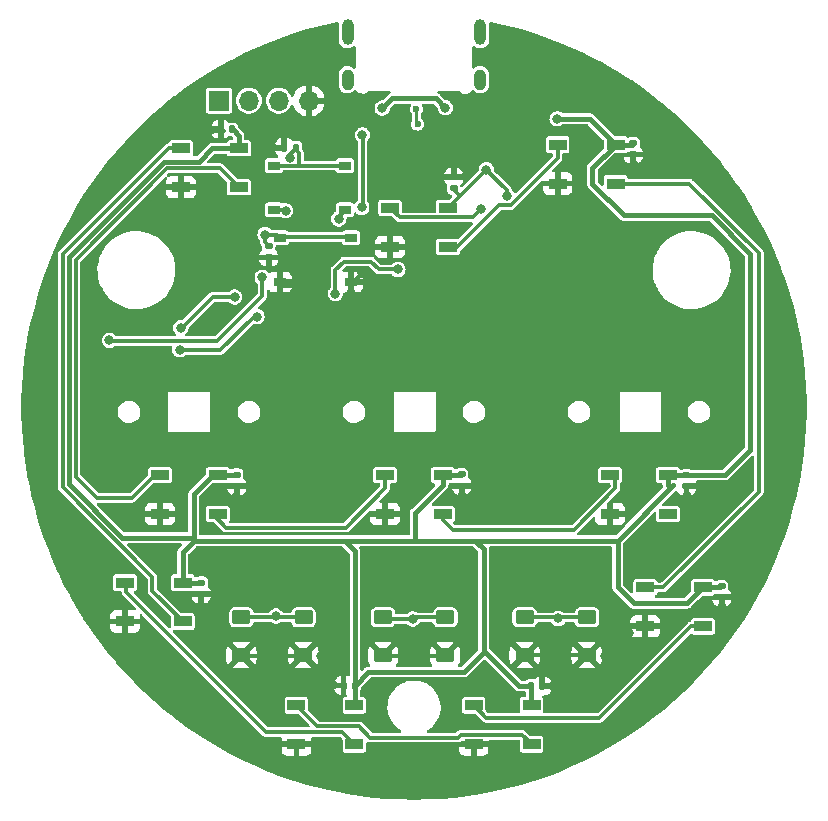
<source format=gbr>
%TF.GenerationSoftware,KiCad,Pcbnew,(7.0.0-0)*%
%TF.CreationDate,2023-04-23T13:28:51-05:00*%
%TF.ProjectId,STM32,53544d33-322e-46b6-9963-61645f706362,REV1*%
%TF.SameCoordinates,Original*%
%TF.FileFunction,Copper,L4,Bot*%
%TF.FilePolarity,Positive*%
%FSLAX46Y46*%
G04 Gerber Fmt 4.6, Leading zero omitted, Abs format (unit mm)*
G04 Created by KiCad (PCBNEW (7.0.0-0)) date 2023-04-23 13:28:51*
%MOMM*%
%LPD*%
G01*
G04 APERTURE LIST*
G04 Aperture macros list*
%AMRoundRect*
0 Rectangle with rounded corners*
0 $1 Rounding radius*
0 $2 $3 $4 $5 $6 $7 $8 $9 X,Y pos of 4 corners*
0 Add a 4 corners polygon primitive as box body*
4,1,4,$2,$3,$4,$5,$6,$7,$8,$9,$2,$3,0*
0 Add four circle primitives for the rounded corners*
1,1,$1+$1,$2,$3*
1,1,$1+$1,$4,$5*
1,1,$1+$1,$6,$7*
1,1,$1+$1,$8,$9*
0 Add four rect primitives between the rounded corners*
20,1,$1+$1,$2,$3,$4,$5,0*
20,1,$1+$1,$4,$5,$6,$7,0*
20,1,$1+$1,$6,$7,$8,$9,0*
20,1,$1+$1,$8,$9,$2,$3,0*%
G04 Aperture macros list end*
%TA.AperFunction,ComponentPad*%
%ADD10O,1.000000X1.800000*%
%TD*%
%TA.AperFunction,ComponentPad*%
%ADD11O,1.000000X2.200000*%
%TD*%
%TA.AperFunction,ComponentPad*%
%ADD12R,1.700000X1.700000*%
%TD*%
%TA.AperFunction,ComponentPad*%
%ADD13O,1.700000X1.700000*%
%TD*%
%TA.AperFunction,SMDPad,CuDef*%
%ADD14RoundRect,0.300000X0.500000X0.300000X-0.500000X0.300000X-0.500000X-0.300000X0.500000X-0.300000X0*%
%TD*%
%TA.AperFunction,SMDPad,CuDef*%
%ADD15R,1.500000X0.900000*%
%TD*%
%TA.AperFunction,SMDPad,CuDef*%
%ADD16RoundRect,0.140000X-0.170000X0.140000X-0.170000X-0.140000X0.170000X-0.140000X0.170000X0.140000X0*%
%TD*%
%TA.AperFunction,SMDPad,CuDef*%
%ADD17RoundRect,0.140000X0.140000X0.170000X-0.140000X0.170000X-0.140000X-0.170000X0.140000X-0.170000X0*%
%TD*%
%TA.AperFunction,SMDPad,CuDef*%
%ADD18R,1.000000X0.750000*%
%TD*%
%TA.AperFunction,SMDPad,CuDef*%
%ADD19RoundRect,0.135000X0.135000X0.185000X-0.135000X0.185000X-0.135000X-0.185000X0.135000X-0.185000X0*%
%TD*%
%TA.AperFunction,SMDPad,CuDef*%
%ADD20RoundRect,0.140000X0.170000X-0.140000X0.170000X0.140000X-0.170000X0.140000X-0.170000X-0.140000X0*%
%TD*%
%TA.AperFunction,SMDPad,CuDef*%
%ADD21RoundRect,0.140000X-0.140000X-0.170000X0.140000X-0.170000X0.140000X0.170000X-0.140000X0.170000X0*%
%TD*%
%TA.AperFunction,ViaPad*%
%ADD22C,0.800000*%
%TD*%
%TA.AperFunction,ViaPad*%
%ADD23C,0.600000*%
%TD*%
%TA.AperFunction,Conductor*%
%ADD24C,0.300000*%
%TD*%
%TA.AperFunction,Conductor*%
%ADD25C,0.400000*%
%TD*%
%TA.AperFunction,Conductor*%
%ADD26C,0.250000*%
%TD*%
G04 APERTURE END LIST*
D10*
%TO.P,P1,S1,SHIELD*%
%TO.N,unconnected-(P1-SHIELD-PadS1)*%
X5619999Y28119999D03*
D11*
X5619999Y32119999D03*
D10*
X-5619999Y28119999D03*
D11*
X-5619999Y32119999D03*
%TD*%
D12*
%TO.P,J1,1,Pin_1*%
%TO.N,VDD*%
X-16529999Y26349999D03*
D13*
%TO.P,J1,2,Pin_2*%
%TO.N,SWCLK*%
X-13989999Y26349999D03*
%TO.P,J1,3,Pin_3*%
%TO.N,SWDIO*%
X-11449999Y26349999D03*
%TO.P,J1,4,Pin_4*%
%TO.N,GND*%
X-8909999Y26349999D03*
%TD*%
D14*
%TO.P,SW4,1,1*%
%TO.N,BUTT2*%
X14650000Y-17400000D03*
X9375000Y-17400000D03*
%TO.P,SW4,2,2*%
%TO.N,GND*%
X14625000Y-20600000D03*
X9375000Y-20600000D03*
%TD*%
D15*
%TO.P,D10,1,VDD*%
%TO.N,+5V*%
X-14819999Y22319999D03*
%TO.P,D10,2,DOUT*%
%TO.N,UG_DIN*%
X-14819999Y19019999D03*
%TO.P,D10,3,VSS*%
%TO.N,GND*%
X-19719999Y19019999D03*
%TO.P,D10,4,DIN*%
%TO.N,Net-(D10-DIN)*%
X-19719999Y22319999D03*
%TD*%
D16*
%TO.P,C29,1*%
%TO.N,+5V*%
X-18000000Y-14470000D03*
%TO.P,C29,2*%
%TO.N,GND*%
X-18000000Y-15430000D03*
%TD*%
D17*
%TO.P,C30,1*%
%TO.N,+5V*%
X-15400000Y23910000D03*
%TO.P,C30,2*%
%TO.N,GND*%
X-16360000Y23910000D03*
%TD*%
D14*
%TO.P,SW3,1,1*%
%TO.N,BUTT0*%
X-9350000Y-17400000D03*
X-14625000Y-17400000D03*
%TO.P,SW3,2,2*%
%TO.N,GND*%
X-9375000Y-20600000D03*
X-14625000Y-20600000D03*
%TD*%
D18*
%TO.P,SW2,1,1*%
%TO.N,NRST*%
X-5339999Y14734999D03*
X-11339999Y14734999D03*
%TO.P,SW2,2,2*%
%TO.N,GND*%
X-5339999Y10984999D03*
X-11339999Y10984999D03*
%TD*%
D16*
%TO.P,C23,1*%
%TO.N,+5V*%
X23070000Y-5350000D03*
%TO.P,C23,2*%
%TO.N,GND*%
X23070000Y-6310000D03*
%TD*%
D15*
%TO.P,D1,1,VDD*%
%TO.N,+5V*%
X-16599999Y-5349999D03*
%TO.P,D1,2,DOUT*%
%TO.N,Net-(D1-DOUT)*%
X-16599999Y-8649999D03*
%TO.P,D1,3,VSS*%
%TO.N,GND*%
X-21499999Y-8649999D03*
%TO.P,D1,4,DIN*%
%TO.N,UG_DIN*%
X-21499999Y-5349999D03*
%TD*%
D16*
%TO.P,C21,1*%
%TO.N,+5V*%
X-15000000Y-5320000D03*
%TO.P,C21,2*%
%TO.N,GND*%
X-15000000Y-6280000D03*
%TD*%
%TO.P,C25,1*%
%TO.N,+5V*%
X18560000Y22750000D03*
%TO.P,C25,2*%
%TO.N,GND*%
X18560000Y21790000D03*
%TD*%
D18*
%TO.P,SW1,1,1*%
%TO.N,BOOT0*%
X-5849999Y20854999D03*
X-11849999Y20854999D03*
%TO.P,SW1,2,2*%
%TO.N,VDD*%
X-5849999Y17104999D03*
X-11849999Y17104999D03*
%TD*%
D16*
%TO.P,C22,1*%
%TO.N,+5V*%
X4030000Y-5290000D03*
%TO.P,C22,2*%
%TO.N,GND*%
X4030000Y-6250000D03*
%TD*%
D17*
%TO.P,C28,1*%
%TO.N,+5V*%
X-5010000Y-23170000D03*
%TO.P,C28,2*%
%TO.N,GND*%
X-5970000Y-23170000D03*
%TD*%
D15*
%TO.P,D3,1,VDD*%
%TO.N,+5V*%
X21499999Y-5349999D03*
%TO.P,D3,2,DOUT*%
%TO.N,unconnected-(D3-DOUT-Pad2)*%
X21499999Y-8649999D03*
%TO.P,D3,3,VSS*%
%TO.N,GND*%
X16599999Y-8649999D03*
%TO.P,D3,4,DIN*%
%TO.N,Net-(D2-DOUT)*%
X16599999Y-5349999D03*
%TD*%
D19*
%TO.P,R4,1*%
%TO.N,BOOT0*%
X-9965000Y22375000D03*
%TO.P,R4,2*%
%TO.N,GND*%
X-10985000Y22375000D03*
%TD*%
D15*
%TO.P,D2,1,VDD*%
%TO.N,+5V*%
X2449999Y-5349999D03*
%TO.P,D2,2,DOUT*%
%TO.N,Net-(D2-DOUT)*%
X2449999Y-8649999D03*
%TO.P,D2,3,VSS*%
%TO.N,GND*%
X-2449999Y-8649999D03*
%TO.P,D2,4,DIN*%
%TO.N,Net-(D1-DOUT)*%
X-2449999Y-5349999D03*
%TD*%
D16*
%TO.P,C26,1*%
%TO.N,+5V*%
X26045000Y-14745000D03*
%TO.P,C26,2*%
%TO.N,GND*%
X26045000Y-15705000D03*
%TD*%
D14*
%TO.P,SW5,1,1*%
%TO.N,BUTT1*%
X2650000Y-17400000D03*
X-2625000Y-17400000D03*
%TO.P,SW5,2,2*%
%TO.N,GND*%
X2625000Y-20600000D03*
X-2625000Y-20600000D03*
%TD*%
D15*
%TO.P,D4,1,VDD*%
%TO.N,+5V*%
X2879999Y17259999D03*
%TO.P,D4,2,DOUT*%
%TO.N,Net-(D4-DOUT)*%
X2879999Y13959999D03*
%TO.P,D4,3,VSS*%
%TO.N,GND*%
X-2019999Y13959999D03*
%TO.P,D4,4,DIN*%
%TO.N,Net-(D4-DIN)*%
X-2019999Y17259999D03*
%TD*%
D20*
%TO.P,C24,1*%
%TO.N,+5V*%
X3360000Y18920000D03*
%TO.P,C24,2*%
%TO.N,GND*%
X3360000Y19880000D03*
%TD*%
D16*
%TO.P,C11,1*%
%TO.N,NRST*%
X-12290000Y14030000D03*
%TO.P,C11,2*%
%TO.N,GND*%
X-12290000Y13070000D03*
%TD*%
D15*
%TO.P,D8,1,VDD*%
%TO.N,+5V*%
X-5049999Y-24849999D03*
%TO.P,D8,2,DOUT*%
%TO.N,Net-(D8-DOUT)*%
X-5049999Y-28149999D03*
%TO.P,D8,3,VSS*%
%TO.N,GND*%
X-9949999Y-28149999D03*
%TO.P,D8,4,DIN*%
%TO.N,Net-(D7-DOUT)*%
X-9949999Y-24849999D03*
%TD*%
%TO.P,D9,1,VDD*%
%TO.N,+5V*%
X-19579999Y-14449999D03*
%TO.P,D9,2,DOUT*%
%TO.N,Net-(D10-DIN)*%
X-19579999Y-17749999D03*
%TO.P,D9,3,VSS*%
%TO.N,GND*%
X-24479999Y-17749999D03*
%TO.P,D9,4,DIN*%
%TO.N,Net-(D8-DOUT)*%
X-24479999Y-14449999D03*
%TD*%
%TO.P,D6,1,VDD*%
%TO.N,+5V*%
X24474999Y-14854999D03*
%TO.P,D6,2,DOUT*%
%TO.N,Net-(D6-DOUT)*%
X24474999Y-18154999D03*
%TO.P,D6,3,VSS*%
%TO.N,GND*%
X19574999Y-18154999D03*
%TO.P,D6,4,DIN*%
%TO.N,Net-(D5-DOUT)*%
X19574999Y-14854999D03*
%TD*%
%TO.P,D7,1,VDD*%
%TO.N,+5V*%
X9949999Y-24849999D03*
%TO.P,D7,2,DOUT*%
%TO.N,Net-(D7-DOUT)*%
X9949999Y-28149999D03*
%TO.P,D7,3,VSS*%
%TO.N,GND*%
X5049999Y-28149999D03*
%TO.P,D7,4,DIN*%
%TO.N,Net-(D6-DOUT)*%
X5049999Y-24849999D03*
%TD*%
%TO.P,D5,1,VDD*%
%TO.N,+5V*%
X17059999Y22629999D03*
%TO.P,D5,2,DOUT*%
%TO.N,Net-(D5-DOUT)*%
X17059999Y19329999D03*
%TO.P,D5,3,VSS*%
%TO.N,GND*%
X12159999Y19329999D03*
%TO.P,D5,4,DIN*%
%TO.N,Net-(D4-DOUT)*%
X12159999Y22629999D03*
%TD*%
D21*
%TO.P,C27,1*%
%TO.N,+5V*%
X9890000Y-23200000D03*
%TO.P,C27,2*%
%TO.N,GND*%
X10850000Y-23200000D03*
%TD*%
D22*
%TO.N,GND*%
X8166000Y5294000D03*
X2166000Y-18706000D03*
X-19834000Y-24706000D03*
X-7834000Y-20706000D03*
X-27834000Y-12706000D03*
X-9834000Y-6706000D03*
X-16040000Y13390000D03*
X-17834000Y3294000D03*
X-3860000Y4840000D03*
X-11140000Y13440000D03*
X12166000Y-706000D03*
X14166000Y23294000D03*
X-11470000Y4950000D03*
X-1834000Y-30706000D03*
X-7834000Y-24706000D03*
X18166000Y9294000D03*
X30166000Y3294000D03*
X16166000Y-16706000D03*
X30166000Y1294000D03*
X6527500Y8897500D03*
X6166000Y5294000D03*
X-4120000Y25800000D03*
X-3270000Y24340000D03*
X12166000Y-14706000D03*
X-4100000Y2110000D03*
X-11834000Y-12706000D03*
X-2110000Y0D03*
X-27834000Y11294000D03*
X-17768093Y18220000D03*
X166000Y5294000D03*
X-23834000Y-2706000D03*
X30166000Y-10706000D03*
X14166000Y-24706000D03*
X166000Y-12706000D03*
X8166000Y-706000D03*
X-12100000Y22575000D03*
X7265000Y9987500D03*
X-11834000Y29294000D03*
X-10659500Y6950000D03*
X-9834000Y1294000D03*
X10166000Y-6706000D03*
X-21834000Y-22706000D03*
X-21834000Y-2706000D03*
X14166000Y-28706000D03*
X20166000Y5294000D03*
X-9834000Y31294000D03*
X20166000Y-4706000D03*
X22166000Y3294000D03*
X24166000Y3294000D03*
X2450000Y860000D03*
X-3834000Y-30706000D03*
X14166000Y5294000D03*
X-9980000Y18160000D03*
X-530000Y2940000D03*
X-13834000Y-12706000D03*
X4166000Y-18706000D03*
X-21328093Y15340000D03*
X6166000Y-4706000D03*
X12166000Y29294000D03*
X-4900000Y15880000D03*
X12166000Y27294000D03*
X-3834000Y-12706000D03*
X24166000Y-20706000D03*
X-1830000Y19950000D03*
X-4100000Y3669500D03*
X-16860000Y18830000D03*
X166000Y-6706000D03*
X24166000Y21294000D03*
X-14480000Y21270000D03*
X-11834000Y-24706000D03*
X-31834000Y-4706000D03*
X18166000Y-12706000D03*
X-23834000Y3294000D03*
X-9834000Y-4706000D03*
X2166000Y5294000D03*
X-19834000Y9294000D03*
X30166000Y9294000D03*
X4166000Y5294000D03*
X-16330000Y-2730000D03*
X8166000Y27294000D03*
X12166000Y-28706000D03*
X10166000Y21294000D03*
X1575000Y9125000D03*
X5690000Y7862500D03*
X-17834000Y-18706000D03*
X-2850000Y20930000D03*
X-1810000Y2910000D03*
X-7834000Y-30706000D03*
X-7834000Y-8706000D03*
X-11910000Y-20660000D03*
X30166000Y-8706000D03*
X18166000Y5294000D03*
X-27834000Y-2706000D03*
X4395531Y10800076D03*
X9225000Y8750000D03*
X6166000Y-30706000D03*
X-10700000Y5660000D03*
X-9834000Y-8706000D03*
X8166000Y-30706000D03*
X22166000Y5294000D03*
X-27834000Y-4706000D03*
X-15834000Y-18706000D03*
X-6760000Y22410000D03*
X-25834000Y19294000D03*
X14166000Y-14706000D03*
X10166000Y-18706000D03*
X780000Y2990000D03*
X12166000Y-12706000D03*
X8166000Y-12706000D03*
X18166000Y15294000D03*
X32166000Y3294000D03*
X-27834000Y5294000D03*
X-15834000Y-26706000D03*
X12142500Y10540000D03*
X-10100000Y13860000D03*
X-23834000Y-8706000D03*
X22166000Y-10706000D03*
X4489898Y26525534D03*
X8166000Y-18706000D03*
X14166000Y-12706000D03*
X26166000Y5294000D03*
X20166000Y25294000D03*
X-4520741Y26532318D03*
X24166000Y-8706000D03*
X-21834000Y7294000D03*
X8166000Y15294000D03*
X2166000Y-28706000D03*
X28166000Y-12706000D03*
X22166000Y21294000D03*
X-17834000Y-24706000D03*
X-13834000Y-6706000D03*
X-31834000Y-2706000D03*
X10166000Y-4706000D03*
X18166000Y11294000D03*
X26166000Y-18706000D03*
X-7834000Y29294000D03*
X-27834000Y7294000D03*
X16970000Y0D03*
X-1834000Y5294000D03*
X-11834000Y-706000D03*
X-27834000Y-10706000D03*
X4394000Y19990000D03*
X18166000Y-6706000D03*
X8166000Y29294000D03*
X30166000Y11294000D03*
X-11834000Y1294000D03*
X30166000Y-4706000D03*
X28166000Y-14706000D03*
X-7834000Y-12706000D03*
X-13390000Y6810000D03*
X-7834000Y-4706000D03*
X16166000Y15294000D03*
X16166000Y-20706000D03*
X8600000Y11925000D03*
X-13834000Y-4706000D03*
X-11834000Y-4706000D03*
X10166000Y-706000D03*
X8166000Y-4706000D03*
X-23834000Y-20706000D03*
X8166000Y1294000D03*
X4040000Y-7140000D03*
X24166000Y7294000D03*
X0Y-20600000D03*
X-5340000Y13630000D03*
X14166000Y-6706000D03*
X21530000Y810000D03*
X-9000000Y17150000D03*
X26166000Y-2706000D03*
X-12730000Y16140000D03*
X1900000Y22510000D03*
X-7834000Y-18706000D03*
X-27834000Y1294000D03*
X-21834000Y-20706000D03*
X-19834000Y-4706000D03*
X-2613000Y22333000D03*
X30166000Y-6706000D03*
X-12700000Y4880000D03*
X32166000Y1294000D03*
X-1650000Y21370000D03*
X14166000Y-22706000D03*
X10166000Y5294000D03*
X-7834000Y-28706000D03*
X-7834000Y-706000D03*
X-13834000Y-8706000D03*
X10166000Y29294000D03*
X-9834000Y-18706000D03*
X-6970000Y4490000D03*
X26166000Y-12706000D03*
X11760000Y-23190000D03*
X-6865000Y-23165000D03*
X20166000Y-24706000D03*
X-19834000Y3294000D03*
X-31834000Y5294000D03*
X-15055000Y-7175000D03*
X8166000Y31294000D03*
X18166000Y13294000D03*
X26085000Y-16545000D03*
X-18380000Y6870000D03*
X28166000Y-10706000D03*
X16166000Y-18706000D03*
X-375000Y10600000D03*
X4166000Y-12706000D03*
X2166000Y-30706000D03*
X-11000000Y23450000D03*
X-4970000Y24970000D03*
X-9834000Y29294000D03*
X-9834000Y-22706000D03*
X-6900000Y5710000D03*
X-23834000Y21294000D03*
X-17150000Y13360000D03*
X-21834000Y3294000D03*
X16166000Y13294000D03*
X4166000Y-16706000D03*
X14166000Y27294000D03*
X166000Y-28706000D03*
X-9834000Y3294000D03*
X20166000Y-12706000D03*
X-3834000Y-18706000D03*
X32166000Y-706000D03*
X-29834000Y-10706000D03*
X-11440000Y15860000D03*
X-1834000Y-28706000D03*
X16166000Y9294000D03*
X26166000Y7294000D03*
X30166000Y5294000D03*
X3800000Y25970000D03*
X20166000Y-10706000D03*
X-11834000Y-28706000D03*
X12166000Y1294000D03*
X10166000Y1294000D03*
X6166000Y-8706000D03*
X-9834000Y-12706000D03*
X-17834000Y-2706000D03*
X-5290000Y2170000D03*
X26166000Y-6706000D03*
X-29834000Y-8706000D03*
X20166000Y15294000D03*
X-19834000Y-22706000D03*
X-5834000Y-4706000D03*
X16166000Y-14706000D03*
X12166000Y-24706000D03*
X8166000Y-24706000D03*
X16166000Y11294000D03*
X10166000Y27294000D03*
X5950000Y26300000D03*
X-11834000Y-8706000D03*
X-8970000Y24540000D03*
X-27834000Y-706000D03*
X-1834000Y7294000D03*
X16166000Y5294000D03*
X-11834000Y-6706000D03*
X30166000Y-706000D03*
X16166000Y27294000D03*
X12166000Y-6706000D03*
X32166000Y-2706000D03*
X-3910000Y6741041D03*
X14166000Y9294000D03*
X-9834000Y-706000D03*
X-21834000Y17294000D03*
X6166000Y-6706000D03*
X16166000Y25294000D03*
X4166000Y-8706000D03*
X-13834000Y-22706000D03*
X-7834000Y31294000D03*
X-25834000Y-12706000D03*
X-1834000Y-18706000D03*
X-31834000Y3294000D03*
X166000Y-4706000D03*
X-13834000Y-18706000D03*
X22166000Y-22706000D03*
X-31834000Y-706000D03*
X6166000Y-22706000D03*
X-9270000Y11570000D03*
X8166000Y-8706000D03*
X-13834000Y-28706000D03*
X-11834000Y-22706000D03*
X30166000Y7294000D03*
X12166000Y-8706000D03*
X14166000Y29294000D03*
X-1834000Y-12706000D03*
X-27834000Y3294000D03*
X18166000Y-20706000D03*
X-15925000Y25000D03*
X-7850000Y2875000D03*
X166000Y13294000D03*
X-7890000Y18370000D03*
X10166000Y-8706000D03*
X14166000Y13294000D03*
X-6920000Y2170000D03*
X8166000Y-6706000D03*
X14166000Y-18706000D03*
X18166000Y-18706000D03*
X-27834000Y9294000D03*
X-23834000Y7294000D03*
X20166000Y9294000D03*
X10166000Y-12706000D03*
X18166000Y25294000D03*
X26166000Y19294000D03*
X-17225000Y23865000D03*
X12166000Y-4706000D03*
X4570000Y23140000D03*
X-21220000Y-10000D03*
X-7700000Y11600000D03*
X8166000Y25294000D03*
X-2840000Y2580000D03*
X-19550000Y11890000D03*
X18600000Y20890000D03*
X30166000Y-2706000D03*
X-5330000Y10100000D03*
X-4370000Y11730000D03*
X2166000Y-12706000D03*
X-8340000Y12860000D03*
X166000Y-30706000D03*
X2166000Y19294000D03*
X-7834000Y-6706000D03*
X12166000Y5294000D03*
X-19834000Y25294000D03*
X-8230000Y21850000D03*
X-19834000Y-6706000D03*
X12220000Y-20610000D03*
X4166000Y-30706000D03*
X-5834000Y-30706000D03*
X-27834000Y-14706000D03*
X-16900000Y-15400000D03*
X-31834000Y1294000D03*
X-14490000Y4120000D03*
X20166000Y23294000D03*
X14166000Y-4706000D03*
X-19834000Y-2706000D03*
X-13834000Y29294000D03*
X-5410000Y3669500D03*
X-21230000Y19040000D03*
X20166000Y21294000D03*
X-21834000Y23294000D03*
X-5834000Y-6706000D03*
X16166000Y-22706000D03*
X23080000Y-7140000D03*
X16166000Y-12706000D03*
X-6970000Y6910000D03*
X22166000Y23294000D03*
%TO.N,VBUS*%
X2650000Y25750000D03*
X-2690000Y25720000D03*
%TO.N,BUTT0*%
X-11695000Y-17285000D03*
X-25790000Y6050000D03*
X-12850000Y11390000D03*
%TO.N,+5V*%
X12120000Y24810000D03*
X6120000Y20500000D03*
X7875000Y18250000D03*
D23*
%TO.N,USB_D+*%
X210000Y25640000D03*
X303779Y24365500D03*
D22*
%TO.N,BOOT0*%
X-10491280Y21496104D03*
%TO.N,BUTT1*%
X-15190000Y9720000D03*
X-110000Y-17540000D03*
X-19730000Y7120000D03*
%TO.N,BUTT2*%
X-19830000Y5260500D03*
X-13310000Y8070000D03*
X12202500Y-17490000D03*
%TO.N,NRST*%
X-12610000Y15010000D03*
%TO.N,BOOT1*%
X-1370000Y12060000D03*
X-6659851Y10007294D03*
%TO.N,Net-(D4-DIN)*%
X5704977Y17195023D03*
%TO.N,VDD*%
X-10880000Y17020000D03*
X-6380000Y16340000D03*
%TO.N,SWDIO*%
X-4370000Y23450000D03*
X-4430000Y17310000D03*
%TD*%
D24*
%TO.N,GND*%
X23085000Y-6245000D02*
X23085000Y-7135000D01*
X12210000Y-20620000D02*
X12220000Y-20610000D01*
X-16930000Y-15430000D02*
X-16900000Y-15400000D01*
X23085000Y-7145000D02*
X23085000Y-7195000D01*
X-12260000Y13070000D02*
X-11510000Y13070000D01*
X26085000Y-16545000D02*
X26090000Y-16550000D01*
X3540000Y19990000D02*
X3360000Y19810000D01*
X10860000Y-23190000D02*
X10850000Y-23200000D01*
X4394000Y19990000D02*
X3540000Y19990000D01*
X4045000Y-7135000D02*
X4040000Y-7140000D01*
X-2545000Y-20680000D02*
X-2625000Y-20600000D01*
X2545000Y-20680000D02*
X80000Y-20680000D01*
X-11000000Y23450000D02*
X-11000000Y23005000D01*
X18590000Y20910000D02*
X18585000Y20905000D01*
X-9435000Y-20660000D02*
X-9375000Y-20600000D01*
X-11910000Y-20660000D02*
X-9435000Y-20660000D01*
X26090000Y-16540000D02*
X26085000Y-16545000D01*
X18590000Y20850000D02*
X18565000Y20825000D01*
X26090000Y-16600000D02*
X26065000Y-16625000D01*
X-18000000Y-15430000D02*
X-16930000Y-15430000D01*
X18585000Y20905000D02*
X18590000Y20900000D01*
X-5340000Y10985000D02*
X-5115000Y10985000D01*
X-5340000Y10985000D02*
X-4975000Y10985000D01*
X-16130000Y23800000D02*
X-17020000Y23800000D01*
X-6865000Y-23165000D02*
X-6870000Y-23170000D01*
X23085000Y-7135000D02*
X23080000Y-7140000D01*
X-19720000Y19020000D02*
X-21210000Y19020000D01*
X4045000Y-7195000D02*
X4020000Y-7220000D01*
X18590000Y21800000D02*
X18590000Y20910000D01*
X23080000Y-7140000D02*
X23085000Y-7145000D01*
X-21210000Y19020000D02*
X-21230000Y19040000D01*
X-11510000Y13070000D02*
X-11140000Y13440000D01*
X-11910000Y-20660000D02*
X-14852500Y-20660000D01*
X-10985000Y10630000D02*
X-10320000Y10630000D01*
X0Y-20600000D02*
X-80000Y-20680000D01*
X-5115000Y10985000D02*
X-4370000Y11730000D01*
X9395000Y-20620000D02*
X12210000Y-20620000D01*
X-15050000Y-7170000D02*
X-15055000Y-7175000D01*
X-17020000Y23800000D02*
X-17025000Y23805000D01*
X-17025000Y23805000D02*
X-17030000Y23800000D01*
X4040000Y-7140000D02*
X4045000Y-7145000D01*
X26090000Y-15650000D02*
X26090000Y-16540000D01*
X14605000Y-20620000D02*
X14625000Y-20600000D01*
X-6860000Y-23170000D02*
X-6865000Y-23165000D01*
X-6920000Y-23170000D02*
X-6945000Y-23145000D01*
X12230000Y-20620000D02*
X14605000Y-20620000D01*
X-10985000Y22990000D02*
X-10985000Y22375000D01*
X18590000Y20900000D02*
X18590000Y20850000D01*
X-11340000Y10985000D02*
X-10985000Y10630000D01*
X9375000Y-20600000D02*
X9395000Y-20620000D01*
X80000Y-20680000D02*
X0Y-20600000D01*
X4045000Y-6245000D02*
X4045000Y-7135000D01*
X23085000Y-7195000D02*
X23060000Y-7220000D01*
X-15050000Y-7180000D02*
X-15050000Y-7230000D01*
X-6870000Y-23170000D02*
X-6920000Y-23170000D01*
X2625000Y-20600000D02*
X2545000Y-20680000D01*
X-17080000Y23800000D02*
X-17105000Y23825000D01*
X26090000Y-16550000D02*
X26090000Y-16600000D01*
X-10975000Y23425000D02*
X-10975000Y23000000D01*
X-15050000Y-6280000D02*
X-15050000Y-7170000D01*
X-80000Y-20680000D02*
X-2545000Y-20680000D01*
X-5970000Y-23170000D02*
X-6860000Y-23170000D01*
X-11000000Y23005000D02*
X-10985000Y22990000D01*
X11760000Y-23190000D02*
X10860000Y-23190000D01*
X12220000Y-20610000D02*
X12230000Y-20620000D01*
X-15050000Y-7230000D02*
X-15075000Y-7255000D01*
X-11000000Y23450000D02*
X-10975000Y23425000D01*
X-15055000Y-7175000D02*
X-15050000Y-7180000D01*
X-17030000Y23800000D02*
X-17080000Y23800000D01*
X4045000Y-7145000D02*
X4045000Y-7195000D01*
D25*
%TO.N,VBUS*%
X-2585000Y25815000D02*
X-1863000Y26537000D01*
X-1868000Y26547000D02*
X1853000Y26547000D01*
X2650000Y25750000D02*
X2695000Y25885000D01*
X2695000Y25925000D02*
X2650000Y25750000D01*
X1853000Y26547000D02*
X2650000Y25750000D01*
X2695000Y25885000D02*
X2735000Y25885000D01*
X2735000Y25885000D02*
X2695000Y25925000D01*
D24*
%TO.N,BUTT0*%
X-11695000Y-17285000D02*
X-11580000Y-17400000D01*
X-12850000Y9840000D02*
X-16690000Y6000000D01*
X-20151161Y6000000D02*
X-25740000Y6000000D01*
X-19508839Y6000000D02*
X-19519339Y6010500D01*
X-16690000Y6000000D02*
X-19508839Y6000000D01*
X-19519339Y6010500D02*
X-20140661Y6010500D01*
X-25740000Y6000000D02*
X-25790000Y6050000D01*
X-11695000Y-17285000D02*
X-11810000Y-17400000D01*
X-12850000Y11390000D02*
X-12850000Y9840000D01*
X-11810000Y-17400000D02*
X-14625000Y-17400000D01*
X-20140661Y6010500D02*
X-20151161Y6000000D01*
X-11580000Y-17400000D02*
X-9350000Y-17400000D01*
%TO.N,Net-(D6-DOUT)*%
X23465000Y-18155000D02*
X15700000Y-25920000D01*
X15700000Y-25920000D02*
X6120000Y-25920000D01*
X24475000Y-18155000D02*
X23465000Y-18155000D01*
X6120000Y-25920000D02*
X5050000Y-24850000D01*
D25*
%TO.N,+5V*%
X-24682182Y-10660000D02*
X-29210000Y-6132182D01*
X-29210000Y-6132182D02*
X-29210000Y13108276D01*
X-18650000Y-6950000D02*
X-17050000Y-5350000D01*
X5890000Y-19124949D02*
X5890000Y-20220000D01*
X26340000Y-5350000D02*
X21950000Y-5350000D01*
X17230000Y-10920000D02*
X17230000Y-14820000D01*
X-14820000Y22320000D02*
X-14820000Y23370000D01*
X2450000Y-6200000D02*
X90000Y-8560000D01*
X21500000Y-5350000D02*
X23070000Y-5350000D01*
X4220000Y-22040000D02*
X-3880000Y-22040000D01*
X8870000Y-23200000D02*
X9890000Y-23200000D01*
X5890000Y-20370000D02*
X4220000Y-22040000D01*
X-5880000Y-10920000D02*
X-18650000Y-10920000D01*
D24*
X6305000Y20345000D02*
X6675000Y19975000D01*
D25*
X-14820000Y23370000D02*
X-15355000Y23905000D01*
X17230000Y-10920000D02*
X5180000Y-10920000D01*
X5890000Y-19124949D02*
X5890000Y-20370000D01*
X17060000Y22630000D02*
X18440000Y22630000D01*
X3970000Y-5350000D02*
X4030000Y-5290000D01*
X25935000Y-14855000D02*
X26045000Y-14745000D01*
X24475000Y-14855000D02*
X25935000Y-14855000D01*
X12120000Y24810000D02*
X14880000Y24810000D01*
X5180000Y-10920000D02*
X-5880000Y-10920000D01*
X-18650000Y-10920000D02*
X-19580000Y-11850000D01*
X15100000Y19290000D02*
X17760000Y16630000D01*
X5890000Y-20220000D02*
X8870000Y-23200000D01*
D24*
X6120000Y20500000D02*
X7875000Y18745000D01*
D25*
X-19580000Y-14450000D02*
X-18020000Y-14450000D01*
X14880000Y24810000D02*
X17060000Y22630000D01*
X17760000Y16630000D02*
X25232182Y16630000D01*
X21500000Y-5350000D02*
X21500000Y-6200000D01*
X-3880000Y-22040000D02*
X-5010000Y-23170000D01*
X-29210000Y13108276D02*
X-21128276Y21190000D01*
X-5010000Y-11790000D02*
X-5010000Y-23170000D01*
X-18910000Y-10660000D02*
X-24682182Y-10660000D01*
X21950000Y-6200000D02*
X17230000Y-10920000D01*
D24*
X7875000Y18745000D02*
X7875000Y18250000D01*
X6120000Y20500000D02*
X6275000Y20345000D01*
D25*
X-18210000Y21190000D02*
X-17080000Y22320000D01*
X28460000Y13402182D02*
X28460000Y-3230000D01*
X-17080000Y22320000D02*
X-14820000Y22320000D01*
D24*
X3530000Y18920000D02*
X3360000Y18920000D01*
D25*
X90000Y-8560000D02*
X90000Y-10920000D01*
X-18650000Y-10920000D02*
X-18650000Y-6950000D01*
X18440000Y22630000D02*
X18560000Y22750000D01*
D24*
X3360000Y18920000D02*
X3360000Y18750000D01*
D25*
X18615000Y-16205000D02*
X23125000Y-16205000D01*
X2450000Y-5350000D02*
X3970000Y-5350000D01*
X28460000Y-3230000D02*
X26340000Y-5350000D01*
X-18650000Y-10920000D02*
X-18910000Y-10660000D01*
X-4740000Y-22900000D02*
X-5010000Y-23170000D01*
X17060000Y22630000D02*
X15100000Y20670000D01*
D24*
X3550000Y18730000D02*
X3360000Y18920000D01*
D25*
X5890000Y-11630000D02*
X5890000Y-19124949D01*
X-5880000Y-10920000D02*
X-5010000Y-11790000D01*
X-5010000Y-23880000D02*
X-5010000Y-23170000D01*
X-19580000Y-11850000D02*
X-19580000Y-14450000D01*
X5180000Y-10920000D02*
X5890000Y-11630000D01*
D24*
X3360000Y18750000D02*
X3865000Y18245000D01*
X6275000Y20345000D02*
X6305000Y20345000D01*
D25*
X-21128276Y21190000D02*
X-18210000Y21190000D01*
X-15480000Y-5350000D02*
X-15450000Y-5320000D01*
D24*
X6120000Y20500000D02*
X3865000Y18245000D01*
D25*
X2450000Y-5350000D02*
X2450000Y-6200000D01*
X-16600000Y-5350000D02*
X-15030000Y-5350000D01*
X-5020000Y-23890000D02*
X-5020000Y-24830000D01*
D24*
X3865000Y18245000D02*
X2880000Y17260000D01*
D25*
X23125000Y-16205000D02*
X24475000Y-14855000D01*
X15100000Y20670000D02*
X15100000Y19290000D01*
X9940000Y-23340000D02*
X9940000Y-24910000D01*
X17230000Y-14820000D02*
X18615000Y-16205000D01*
X25232182Y16630000D02*
X28460000Y13402182D01*
D24*
%TO.N,Net-(D4-DOUT)*%
X12160000Y22630000D02*
X12160000Y21474339D01*
X12160000Y21474339D02*
X8185661Y17500000D01*
X8185661Y17500000D02*
X7200000Y17500000D01*
X7200000Y17500000D02*
X3660000Y13960000D01*
X3660000Y13960000D02*
X2880000Y13960000D01*
%TO.N,Net-(D5-DOUT)*%
X19795000Y-14855000D02*
X19575000Y-14855000D01*
X21115000Y-14855000D02*
X19575000Y-14855000D01*
X17060000Y19330000D02*
X23310000Y19330000D01*
X29210000Y13430000D02*
X29210000Y-6760000D01*
X23310000Y19330000D02*
X29210000Y13430000D01*
X29210000Y-6760000D02*
X21115000Y-14855000D01*
%TO.N,Net-(D7-DOUT)*%
X3950000Y-27350000D02*
X9150000Y-27350000D01*
X-9950000Y-24850000D02*
X-8180000Y-26620000D01*
X-3720000Y-27580000D02*
X3720000Y-27580000D01*
X-4680000Y-26620000D02*
X-3720000Y-27580000D01*
X9150000Y-27350000D02*
X9950000Y-28150000D01*
X-8180000Y-26620000D02*
X-4680000Y-26620000D01*
X3720000Y-27580000D02*
X3950000Y-27350000D01*
D26*
%TO.N,USB_D+*%
X210000Y25640000D02*
X210000Y24459279D01*
X210000Y24459279D02*
X303779Y24365500D01*
D24*
%TO.N,BOOT0*%
X-9910000Y22190000D02*
X-9910000Y22070661D01*
X-11845000Y20850000D02*
X-11850000Y20855000D01*
X-9750000Y21290000D02*
X-9750000Y20855000D01*
X-9910000Y22070661D02*
X-9750000Y21910661D01*
X-10491280Y21798720D02*
X-9940000Y22350000D01*
X-9750000Y21910661D02*
X-9750000Y21290000D01*
X-9755000Y20850000D02*
X-11845000Y20850000D01*
X-9750000Y20855000D02*
X-9755000Y20850000D01*
X-10491280Y21496104D02*
X-10491280Y21798720D01*
X-9750000Y20855000D02*
X-6225000Y20855000D01*
%TO.N,BUTT1*%
X-17060000Y9720000D02*
X-19660000Y7120000D01*
X-110000Y-17540000D02*
X30000Y-17400000D01*
X-2485000Y-17540000D02*
X-2625000Y-17400000D01*
X-19730000Y7050000D02*
X-19700000Y7080000D01*
X-15190000Y9720000D02*
X-17060000Y9720000D01*
X-19660000Y7120000D02*
X-19730000Y7120000D01*
X30000Y-17400000D02*
X2650000Y-17400000D01*
X-19730000Y7120000D02*
X-19730000Y7050000D01*
X-110000Y-17540000D02*
X-2485000Y-17540000D01*
%TO.N,BUTT2*%
X-13310000Y8070000D02*
X-13560046Y8070000D01*
X12292500Y-17400000D02*
X14650000Y-17400000D01*
X12112500Y-17400000D02*
X12202500Y-17490000D01*
X9375000Y-17400000D02*
X12112500Y-17400000D01*
X12202500Y-17490000D02*
X12292500Y-17400000D01*
X-16410046Y5220000D02*
X-20010000Y5220000D01*
X-13560046Y8070000D02*
X-16410046Y5220000D01*
%TO.N,NRST*%
X-12610000Y14350000D02*
X-12290000Y14030000D01*
X-11340000Y14735000D02*
X-11615000Y15010000D01*
X-12610000Y15010000D02*
X-12610000Y14350000D01*
X-11615000Y15010000D02*
X-12610000Y15010000D01*
X-11255000Y14820000D02*
X-11340000Y14735000D01*
X-5340000Y14735000D02*
X-5425000Y14820000D01*
X-5425000Y14820000D02*
X-11255000Y14820000D01*
%TO.N,BOOT1*%
X-6659851Y12010149D02*
X-5950000Y12720000D01*
X-6659851Y10007294D02*
X-6659851Y12010149D01*
X-2970000Y12060000D02*
X-1370000Y12060000D01*
X-3630000Y12720000D02*
X-2970000Y12060000D01*
X-5950000Y12720000D02*
X-3630000Y12720000D01*
%TO.N,Net-(D4-DIN)*%
X5704977Y17195023D02*
X4969954Y16460000D01*
X-1220000Y16460000D02*
X-2020000Y17260000D01*
X4969954Y16460000D02*
X-1220000Y16460000D01*
%TO.N,Net-(D2-DOUT)*%
X17050000Y-6470000D02*
X17050000Y-5850000D01*
X13538000Y-9982000D02*
X17050000Y-6470000D01*
X3282000Y-9982000D02*
X13538000Y-9982000D01*
X2450000Y-9150000D02*
X3282000Y-9982000D01*
%TO.N,UG_DIN*%
X-20900458Y20640000D02*
X-28660000Y12880458D01*
X-26870000Y-7280000D02*
X-23880000Y-7280000D01*
X-16440000Y20640000D02*
X-20900458Y20640000D01*
X-28660000Y-5490000D02*
X-26870000Y-7280000D01*
X-23880000Y-7280000D02*
X-21950000Y-5350000D01*
X-14820000Y19020000D02*
X-16440000Y20640000D01*
X-28660000Y12880458D02*
X-28660000Y-5490000D01*
%TO.N,VDD*%
X-5850000Y16990000D02*
X-6370000Y16470000D01*
X-11850000Y17105000D02*
X-10965000Y17105000D01*
X-10965000Y17105000D02*
X-10880000Y17020000D01*
X-5850000Y17105000D02*
X-5850000Y16990000D01*
X-16530000Y26265000D02*
X-16530000Y26350000D01*
%TO.N,SWDIO*%
X-4350000Y17390000D02*
X-4350000Y23430000D01*
X-4350000Y23430000D02*
X-4370000Y23450000D01*
X-4430000Y17310000D02*
X-4350000Y17390000D01*
%TO.N,Net-(D10-DIN)*%
X-20776094Y22320000D02*
X-19720000Y22320000D01*
X-22160000Y-15170000D02*
X-22160000Y-13959999D01*
X-19580000Y-17750000D02*
X-22160000Y-15170000D01*
X-22160000Y-13959999D02*
X-29760000Y-6359999D01*
X-29760000Y-6359999D02*
X-29760000Y13336094D01*
X-29760000Y13336094D02*
X-20776094Y22320000D01*
%TO.N,Net-(D8-DOUT)*%
X-6080000Y-27120000D02*
X-12500000Y-27120000D01*
X-5050000Y-28150000D02*
X-6080000Y-27120000D01*
X-12500000Y-27120000D02*
X-24350000Y-15270000D01*
X-24350000Y-15270000D02*
X-24350000Y-14580000D01*
%TO.N,Net-(D1-DOUT)*%
X-2450000Y-6470000D02*
X-2450000Y-5850000D01*
X-15900000Y-9800000D02*
X-5780000Y-9800000D01*
X-5780000Y-9800000D02*
X-2450000Y-6470000D01*
X-17050000Y-8650000D02*
X-15900000Y-9800000D01*
%TD*%
%TA.AperFunction,Conductor*%
%TO.N,GND*%
G36*
X37602Y-11371889D02*
G01*
X37628Y-11371553D01*
X46893Y-11372247D01*
X55954Y-11374315D01*
X102229Y-11370847D01*
X111497Y-11370500D01*
X4942034Y-11370500D01*
X4989487Y-11379939D01*
X5029715Y-11406819D01*
X5403181Y-11780284D01*
X5430061Y-11820512D01*
X5439500Y-11867965D01*
X5439500Y-20132035D01*
X5430061Y-20179488D01*
X5403181Y-20219716D01*
X4069716Y-21553181D01*
X4029488Y-21580061D01*
X3982035Y-21589500D01*
X3860938Y-21589500D01*
X3797937Y-21572303D01*
X3752410Y-21525481D01*
X3736987Y-21462023D01*
X3755944Y-21399528D01*
X3846633Y-21255195D01*
X3852634Y-21242734D01*
X3907576Y-21085717D01*
X3910657Y-21072219D01*
X3924609Y-20948390D01*
X3925000Y-20941442D01*
X3925000Y-20258558D01*
X3924609Y-20251609D01*
X3910657Y-20127780D01*
X3907576Y-20114282D01*
X3852634Y-19957265D01*
X3846633Y-19944805D01*
X3771917Y-19825895D01*
X3764040Y-19818018D01*
X3754604Y-19823947D01*
X2712680Y-20865871D01*
X2657093Y-20897965D01*
X2592905Y-20897965D01*
X2537318Y-20865871D01*
X1495394Y-19823947D01*
X1485958Y-19818018D01*
X1478082Y-19825894D01*
X1403366Y-19944804D01*
X1397365Y-19957265D01*
X1342423Y-20114282D01*
X1339342Y-20127780D01*
X1325390Y-20251609D01*
X1325000Y-20258558D01*
X1325000Y-20941442D01*
X1325390Y-20948390D01*
X1339342Y-21072219D01*
X1342423Y-21085717D01*
X1397365Y-21242734D01*
X1403366Y-21255195D01*
X1494056Y-21399528D01*
X1513013Y-21462023D01*
X1497590Y-21525481D01*
X1452063Y-21572303D01*
X1389062Y-21589500D01*
X-1389062Y-21589500D01*
X-1452063Y-21572303D01*
X-1497590Y-21525481D01*
X-1513013Y-21462023D01*
X-1494056Y-21399528D01*
X-1403367Y-21255195D01*
X-1397366Y-21242734D01*
X-1342424Y-21085717D01*
X-1339343Y-21072219D01*
X-1325391Y-20948390D01*
X-1325000Y-20941442D01*
X-1325000Y-20258558D01*
X-1325391Y-20251609D01*
X-1339343Y-20127780D01*
X-1342424Y-20114282D01*
X-1397366Y-19957265D01*
X-1403367Y-19944805D01*
X-1478083Y-19825895D01*
X-1485960Y-19818018D01*
X-1495396Y-19823947D01*
X-2537320Y-20865871D01*
X-2592907Y-20897965D01*
X-2657095Y-20897965D01*
X-2712682Y-20865871D01*
X-3754606Y-19823947D01*
X-3764042Y-19818018D01*
X-3771918Y-19825894D01*
X-3846634Y-19944804D01*
X-3852635Y-19957265D01*
X-3907577Y-20114282D01*
X-3910658Y-20127780D01*
X-3924610Y-20251609D01*
X-3925000Y-20258558D01*
X-3925000Y-20941442D01*
X-3924610Y-20948390D01*
X-3910658Y-21072219D01*
X-3907577Y-21085717D01*
X-3852635Y-21242734D01*
X-3846634Y-21255195D01*
X-3756950Y-21397927D01*
X-3737944Y-21463898D01*
X-3756949Y-21529870D01*
X-3808140Y-21575618D01*
X-3875824Y-21587119D01*
X-3884570Y-21586134D01*
X-3887805Y-21585770D01*
X-3897035Y-21584730D01*
X-3953205Y-21595357D01*
X-3957758Y-21596131D01*
X-4005106Y-21603268D01*
X-4005107Y-21603268D01*
X-4014287Y-21604652D01*
X-4022027Y-21608379D01*
X-4030472Y-21609977D01*
X-4038683Y-21614316D01*
X-4038684Y-21614317D01*
X-4081015Y-21636690D01*
X-4085154Y-21638779D01*
X-4136642Y-21663575D01*
X-4142942Y-21669420D01*
X-4150538Y-21673435D01*
X-4157102Y-21679998D01*
X-4157109Y-21680004D01*
X-4190942Y-21713837D01*
X-4194278Y-21717051D01*
X-4229386Y-21749627D01*
X-4229390Y-21749630D01*
X-4236194Y-21755945D01*
X-4239663Y-21761952D01*
X-4244762Y-21767657D01*
X-4347820Y-21870716D01*
X-4397181Y-21900965D01*
X-4454898Y-21905507D01*
X-4508385Y-21883352D01*
X-4545985Y-21839329D01*
X-4559500Y-21783034D01*
X-4559500Y-19529851D01*
X-3337525Y-19529851D01*
X-3331670Y-19539776D01*
X-2636543Y-20234903D01*
X-2625000Y-20241567D01*
X-2613458Y-20234903D01*
X-1918332Y-19539777D01*
X-1912478Y-19529851D01*
X1912475Y-19529851D01*
X1918330Y-19539776D01*
X2613457Y-20234903D01*
X2625000Y-20241567D01*
X2636542Y-20234903D01*
X3331668Y-19539777D01*
X3337523Y-19529850D01*
X3327945Y-19523451D01*
X3310713Y-19517421D01*
X3297225Y-19514343D01*
X3173390Y-19500390D01*
X3166442Y-19500000D01*
X2083558Y-19500000D01*
X2076609Y-19500390D01*
X1952777Y-19514343D01*
X1939283Y-19517423D01*
X1922055Y-19523450D01*
X1912475Y-19529851D01*
X-1912478Y-19529851D01*
X-1912477Y-19529850D01*
X-1922055Y-19523451D01*
X-1939287Y-19517421D01*
X-1952775Y-19514343D01*
X-2076610Y-19500390D01*
X-2083558Y-19500000D01*
X-3166442Y-19500000D01*
X-3173391Y-19500390D01*
X-3297223Y-19514343D01*
X-3310717Y-19517423D01*
X-3327945Y-19523450D01*
X-3337525Y-19529851D01*
X-4559500Y-19529851D01*
X-4559500Y-17743102D01*
X-3675500Y-17743102D01*
X-3675060Y-17746767D01*
X-3675059Y-17746781D01*
X-3665826Y-17823668D01*
X-3665825Y-17823674D01*
X-3664877Y-17831564D01*
X-3609361Y-17972342D01*
X-3517922Y-18092922D01*
X-3397342Y-18184361D01*
X-3256564Y-18239877D01*
X-3168102Y-18250500D01*
X-2085599Y-18250500D01*
X-2081898Y-18250500D01*
X-1993436Y-18239877D01*
X-1852658Y-18184361D01*
X-1732078Y-18092922D01*
X-1653706Y-17989572D01*
X-1610063Y-17953444D01*
X-1554903Y-17940500D01*
X-685231Y-17940500D01*
X-634336Y-17951426D01*
X-601453Y-17975624D01*
X-600483Y-17974530D01*
X-482240Y-18079283D01*
X-342365Y-18152696D01*
X-188985Y-18190500D01*
X-38515Y-18190500D01*
X-31015Y-18190500D01*
X122365Y-18152696D01*
X262240Y-18079283D01*
X380483Y-17974530D01*
X463637Y-17854059D01*
X508061Y-17814704D01*
X565687Y-17800500D01*
X1513479Y-17800500D01*
X1561583Y-17810211D01*
X1602152Y-17837822D01*
X1628833Y-17879009D01*
X1665639Y-17972342D01*
X1757078Y-18092922D01*
X1877658Y-18184361D01*
X2018436Y-18239877D01*
X2106898Y-18250500D01*
X3189401Y-18250500D01*
X3193102Y-18250500D01*
X3281564Y-18239877D01*
X3422342Y-18184361D01*
X3542922Y-18092922D01*
X3634361Y-17972342D01*
X3689877Y-17831564D01*
X3700500Y-17743102D01*
X3700500Y-17056898D01*
X3689877Y-16968436D01*
X3634361Y-16827658D01*
X3542922Y-16707078D01*
X3422342Y-16615639D01*
X3281564Y-16560123D01*
X3273674Y-16559175D01*
X3273668Y-16559174D01*
X3196781Y-16549941D01*
X3196767Y-16549940D01*
X3193102Y-16549500D01*
X2106898Y-16549500D01*
X2103233Y-16549940D01*
X2103218Y-16549941D01*
X2026331Y-16559174D01*
X2026324Y-16559175D01*
X2018436Y-16560123D01*
X2011040Y-16563039D01*
X2011038Y-16563040D01*
X1885551Y-16612526D01*
X1885548Y-16612527D01*
X1877658Y-16615639D01*
X1870899Y-16620764D01*
X1870898Y-16620765D01*
X1763835Y-16701953D01*
X1763830Y-16701957D01*
X1757078Y-16707078D01*
X1751957Y-16713830D01*
X1751953Y-16713835D01*
X1674232Y-16816326D01*
X1665639Y-16827658D01*
X1662527Y-16835547D01*
X1662527Y-16835549D01*
X1628833Y-16920991D01*
X1602152Y-16962178D01*
X1561583Y-16989789D01*
X1513479Y-16999500D01*
X290484Y-16999500D01*
X232858Y-16985296D01*
X129006Y-16930789D01*
X129002Y-16930787D01*
X122365Y-16927304D01*
X115087Y-16925510D01*
X115084Y-16925509D01*
X-23733Y-16891294D01*
X-23740Y-16891293D01*
X-31015Y-16889500D01*
X-188985Y-16889500D01*
X-196260Y-16891292D01*
X-196268Y-16891294D01*
X-335085Y-16925509D01*
X-335091Y-16925510D01*
X-342365Y-16927304D01*
X-349000Y-16930786D01*
X-349007Y-16930789D01*
X-475594Y-16997228D01*
X-475600Y-16997231D01*
X-482240Y-17000717D01*
X-487852Y-17005687D01*
X-487857Y-17005692D01*
X-600483Y-17105470D01*
X-601453Y-17104375D01*
X-634336Y-17128574D01*
X-685231Y-17139500D01*
X-1454581Y-17139500D01*
X-1512255Y-17125271D01*
X-1556693Y-17085850D01*
X-1577696Y-17030284D01*
X-1581393Y-16999500D01*
X-1585123Y-16968436D01*
X-1640639Y-16827658D01*
X-1732078Y-16707078D01*
X-1852658Y-16615639D01*
X-1993436Y-16560123D01*
X-2001326Y-16559175D01*
X-2001332Y-16559174D01*
X-2078219Y-16549941D01*
X-2078233Y-16549940D01*
X-2081898Y-16549500D01*
X-3168102Y-16549500D01*
X-3171767Y-16549940D01*
X-3171782Y-16549941D01*
X-3248669Y-16559174D01*
X-3248676Y-16559175D01*
X-3256564Y-16560123D01*
X-3263960Y-16563039D01*
X-3263962Y-16563040D01*
X-3389449Y-16612526D01*
X-3389452Y-16612527D01*
X-3397342Y-16615639D01*
X-3404101Y-16620764D01*
X-3404102Y-16620765D01*
X-3511165Y-16701953D01*
X-3511170Y-16701957D01*
X-3517922Y-16707078D01*
X-3523043Y-16713830D01*
X-3523047Y-16713835D01*
X-3600768Y-16816326D01*
X-3609361Y-16827658D01*
X-3612473Y-16835548D01*
X-3612474Y-16835551D01*
X-3659851Y-16955692D01*
X-3664877Y-16968436D01*
X-3665825Y-16976324D01*
X-3665826Y-16976331D01*
X-3675059Y-17053218D01*
X-3675060Y-17053233D01*
X-3675500Y-17056898D01*
X-3675500Y-17743102D01*
X-4559500Y-17743102D01*
X-4559500Y-11822261D01*
X-4558720Y-11808378D01*
X-4554730Y-11772965D01*
X-4565365Y-11716761D01*
X-4566136Y-11712218D01*
X-4573267Y-11664902D01*
X-4573268Y-11664901D01*
X-4574652Y-11655713D01*
X-4578378Y-11647976D01*
X-4579976Y-11639529D01*
X-4598841Y-11603836D01*
X-4606694Y-11588977D01*
X-4608786Y-11584833D01*
X-4626379Y-11548299D01*
X-4638463Y-11487546D01*
X-4619651Y-11428527D01*
X-4574639Y-11385972D01*
X-4514658Y-11370500D01*
X25269Y-11370500D01*
X37602Y-11371889D01*
G37*
%TD.AperFunction*%
%TA.AperFunction,Conductor*%
G36*
X28758385Y-3716646D02*
G01*
X28795985Y-3760669D01*
X28809500Y-3816964D01*
X28809500Y-6542745D01*
X28800061Y-6590198D01*
X28773181Y-6630426D01*
X20985426Y-14418181D01*
X20945198Y-14445061D01*
X20897745Y-14454500D01*
X20692018Y-14454500D01*
X20637174Y-14441712D01*
X20593642Y-14405987D01*
X20570401Y-14354692D01*
X20563349Y-14319241D01*
X20563349Y-14319240D01*
X20560966Y-14307260D01*
X20505601Y-14224399D01*
X20495217Y-14217461D01*
X20432896Y-14175820D01*
X20422740Y-14169034D01*
X20410762Y-14166651D01*
X20410759Y-14166650D01*
X20355653Y-14155689D01*
X20355649Y-14155688D01*
X20349674Y-14154500D01*
X18800326Y-14154500D01*
X18794351Y-14155688D01*
X18794346Y-14155689D01*
X18739240Y-14166650D01*
X18739235Y-14166651D01*
X18727260Y-14169034D01*
X18717105Y-14175819D01*
X18717103Y-14175820D01*
X18654551Y-14217615D01*
X18654548Y-14217617D01*
X18644399Y-14224399D01*
X18637617Y-14234548D01*
X18637615Y-14234551D01*
X18595820Y-14297103D01*
X18595819Y-14297105D01*
X18589034Y-14307260D01*
X18586651Y-14319235D01*
X18586650Y-14319240D01*
X18575689Y-14374346D01*
X18575688Y-14374351D01*
X18574500Y-14380326D01*
X18574500Y-14386421D01*
X18574500Y-15228035D01*
X18560985Y-15284330D01*
X18523385Y-15328353D01*
X18469898Y-15350508D01*
X18412182Y-15345966D01*
X18362819Y-15315716D01*
X17716819Y-14669716D01*
X17689939Y-14629488D01*
X17680500Y-14582035D01*
X17680500Y-11157966D01*
X17689939Y-11110513D01*
X17716819Y-11070285D01*
X20287819Y-8499284D01*
X20337182Y-8469034D01*
X20394898Y-8464492D01*
X20448385Y-8486647D01*
X20485985Y-8530670D01*
X20499500Y-8586965D01*
X20499500Y-9124674D01*
X20500688Y-9130649D01*
X20500689Y-9130653D01*
X20511650Y-9185759D01*
X20511651Y-9185762D01*
X20514034Y-9197740D01*
X20569399Y-9280601D01*
X20652260Y-9335966D01*
X20725326Y-9350500D01*
X22268579Y-9350500D01*
X22274674Y-9350500D01*
X22347740Y-9335966D01*
X22430601Y-9280601D01*
X22485966Y-9197740D01*
X22500500Y-9124674D01*
X22500500Y-8175326D01*
X22485966Y-8102260D01*
X22430601Y-8019399D01*
X22347740Y-7964034D01*
X22335762Y-7961651D01*
X22335759Y-7961650D01*
X22280653Y-7950689D01*
X22280649Y-7950688D01*
X22274674Y-7949500D01*
X22268579Y-7949500D01*
X21136965Y-7949500D01*
X21080670Y-7935985D01*
X21036647Y-7898385D01*
X21014492Y-7844898D01*
X21019034Y-7787182D01*
X21049284Y-7737819D01*
X21298784Y-7488319D01*
X22111117Y-6675985D01*
X22162333Y-6645151D01*
X22222030Y-6641867D01*
X22276326Y-6666899D01*
X22306827Y-6706869D01*
X22307968Y-6706195D01*
X22386308Y-6838660D01*
X22395799Y-6850896D01*
X22499103Y-6954200D01*
X22511339Y-6963691D01*
X22637090Y-7038060D01*
X22651297Y-7044208D01*
X22792997Y-7085376D01*
X22803584Y-7087310D01*
X22816293Y-7084782D01*
X22820000Y-7071641D01*
X22820000Y-7071637D01*
X23320000Y-7071637D01*
X23323706Y-7084781D01*
X23336414Y-7087309D01*
X23347005Y-7085375D01*
X23488702Y-7044208D01*
X23502909Y-7038060D01*
X23628660Y-6963691D01*
X23640896Y-6954200D01*
X23744200Y-6850896D01*
X23753691Y-6838660D01*
X23828061Y-6712908D01*
X23834207Y-6698706D01*
X23870479Y-6573857D01*
X23871054Y-6562590D01*
X23860075Y-6560000D01*
X23336326Y-6560000D01*
X23323450Y-6563450D01*
X23320000Y-6576326D01*
X23320000Y-7071637D01*
X22820000Y-7071637D01*
X22820000Y-6184000D01*
X22836613Y-6122000D01*
X22882000Y-6076613D01*
X22944000Y-6060000D01*
X23860075Y-6060000D01*
X23871054Y-6057409D01*
X23870478Y-6046139D01*
X23845190Y-5959095D01*
X23842284Y-5902222D01*
X23865105Y-5850048D01*
X23908841Y-5813576D01*
X23964266Y-5800500D01*
X26307739Y-5800500D01*
X26321621Y-5801279D01*
X26357035Y-5805270D01*
X26413219Y-5794638D01*
X26417778Y-5793864D01*
X26474287Y-5785348D01*
X26482026Y-5781620D01*
X26490472Y-5780023D01*
X26541045Y-5753292D01*
X26545153Y-5751220D01*
X26553717Y-5747095D01*
X26596642Y-5726425D01*
X26602939Y-5720582D01*
X26610538Y-5716566D01*
X26650975Y-5676127D01*
X26654260Y-5672962D01*
X26696194Y-5634055D01*
X26699663Y-5628045D01*
X26704747Y-5622355D01*
X28597819Y-3729282D01*
X28647182Y-3699033D01*
X28704898Y-3694491D01*
X28758385Y-3716646D01*
G37*
%TD.AperFunction*%
%TA.AperFunction,Conductor*%
G36*
X6841630Y32928140D02*
G01*
X6845759Y32927271D01*
X7960111Y32672643D01*
X7964226Y32671628D01*
X8751743Y32462838D01*
X9069137Y32378689D01*
X9073255Y32377521D01*
X10167407Y32046620D01*
X10171414Y32045332D01*
X11224882Y31686608D01*
X11253456Y31676878D01*
X11257486Y31675429D01*
X12326207Y31269835D01*
X12330144Y31268262D01*
X13384220Y30826029D01*
X13388064Y30824338D01*
X14426311Y30345960D01*
X14430094Y30344137D01*
X14803122Y30156392D01*
X15451127Y29830252D01*
X15454916Y29828263D01*
X15892438Y29588788D01*
X16457623Y29279437D01*
X16461324Y29277328D01*
X17177913Y28852326D01*
X17444483Y28694226D01*
X17448126Y28691979D01*
X18410552Y28075307D01*
X18414115Y28072936D01*
X19354666Y27423429D01*
X19358146Y27420937D01*
X20275767Y26739320D01*
X20279159Y26736708D01*
X20783311Y26334491D01*
X21143027Y26047506D01*
X21172670Y26023857D01*
X21175969Y26021131D01*
X22044372Y25277844D01*
X22047575Y25275005D01*
X22889784Y24502211D01*
X22892888Y24499263D01*
X23210461Y24187003D01*
X23696325Y23709266D01*
X23707950Y23697836D01*
X23710949Y23694782D01*
X24497838Y22865731D01*
X24500731Y22862577D01*
X25258556Y22006841D01*
X25261338Y22003588D01*
X25989171Y21122215D01*
X25991839Y21118868D01*
X26284607Y20738314D01*
X26684866Y20218038D01*
X26688818Y20212902D01*
X26691361Y20209476D01*
X27206036Y19490426D01*
X27356664Y19279984D01*
X27359095Y19276461D01*
X27991918Y18324567D01*
X27994226Y18320962D01*
X28273217Y17868146D01*
X28593830Y17347775D01*
X28596000Y17344113D01*
X28724319Y17118784D01*
X29161653Y16350824D01*
X29163706Y16347069D01*
X29694728Y15334872D01*
X29696651Y15331048D01*
X30192427Y14301117D01*
X30194217Y14297229D01*
X30654163Y13250774D01*
X30655817Y13246826D01*
X30750155Y13010354D01*
X31045090Y12271055D01*
X31079359Y12185156D01*
X31080874Y12181158D01*
X31097303Y12135453D01*
X31467521Y11105504D01*
X31468899Y11101451D01*
X31818204Y10013054D01*
X31819442Y10008957D01*
X32130968Y8909177D01*
X32132063Y8905039D01*
X32405441Y7795178D01*
X32406393Y7791005D01*
X32612550Y6809301D01*
X32638294Y6686710D01*
X32641312Y6672341D01*
X32642119Y6668137D01*
X32838281Y5542069D01*
X32838943Y5537841D01*
X32996131Y4405625D01*
X32996646Y4401376D01*
X33114658Y3264467D01*
X33115027Y3260202D01*
X33193733Y2119848D01*
X33193954Y2115574D01*
X33233256Y973190D01*
X33233329Y968910D01*
X33233180Y-174117D01*
X33233106Y-178397D01*
X33193506Y-1320801D01*
X33193283Y-1325075D01*
X33114284Y-2465347D01*
X33113915Y-2469612D01*
X32995602Y-3606525D01*
X32995086Y-3610774D01*
X32837604Y-4742945D01*
X32836941Y-4747173D01*
X32640481Y-5873218D01*
X32639672Y-5877422D01*
X32404473Y-6995975D01*
X32403521Y-7000147D01*
X32129841Y-8109985D01*
X32128744Y-8114123D01*
X31816940Y-9213795D01*
X31815702Y-9217892D01*
X31466110Y-10306207D01*
X31464730Y-10310259D01*
X31077808Y-11385799D01*
X31076290Y-11389801D01*
X30652468Y-12451370D01*
X30650813Y-12455317D01*
X30190599Y-13501643D01*
X30188808Y-13505531D01*
X29692764Y-14535332D01*
X29690840Y-14539156D01*
X29159548Y-15551226D01*
X29157494Y-15554980D01*
X28591589Y-16548112D01*
X28589406Y-16551794D01*
X27989553Y-17524814D01*
X27987244Y-17528418D01*
X27354183Y-18480134D01*
X27351751Y-18483657D01*
X26686203Y-19412978D01*
X26683651Y-19416414D01*
X25986449Y-20322183D01*
X25983780Y-20325530D01*
X25255719Y-21206712D01*
X25252937Y-21209964D01*
X24494874Y-22065520D01*
X24491980Y-22068674D01*
X23704862Y-22897534D01*
X23701861Y-22900586D01*
X22886618Y-23701772D01*
X22883514Y-23704719D01*
X22041106Y-24477293D01*
X22037902Y-24480132D01*
X21169289Y-25223207D01*
X21165989Y-25225932D01*
X20272306Y-25938538D01*
X20268914Y-25941149D01*
X19351134Y-26622514D01*
X19347654Y-26625006D01*
X18406901Y-27274291D01*
X18403337Y-27276661D01*
X17440729Y-27893096D01*
X17437085Y-27895341D01*
X16453819Y-28478159D01*
X16450100Y-28480278D01*
X15447268Y-29028834D01*
X15443478Y-29030823D01*
X14422314Y-29544440D01*
X14418457Y-29546297D01*
X13380194Y-30024354D01*
X13376276Y-30026077D01*
X12322102Y-30468028D01*
X12318127Y-30469614D01*
X11249369Y-30874904D01*
X11245341Y-30876353D01*
X10163175Y-31244534D01*
X10159099Y-31245842D01*
X9064922Y-31576440D01*
X9060804Y-31577607D01*
X7955871Y-31870243D01*
X7951715Y-31871268D01*
X6837299Y-32125605D01*
X6833111Y-32126485D01*
X5710598Y-32342204D01*
X5706381Y-32342939D01*
X4577094Y-32519788D01*
X4572854Y-32520377D01*
X3438160Y-32658143D01*
X3433903Y-32658586D01*
X2295084Y-32757111D01*
X2290814Y-32757406D01*
X1149312Y-32816566D01*
X1145034Y-32816714D01*
X2148Y-32836443D01*
X-2132Y-32836443D01*
X-1145019Y-32816714D01*
X-1149297Y-32816566D01*
X-2290799Y-32757407D01*
X-2295069Y-32757112D01*
X-3433888Y-32658587D01*
X-3438145Y-32658144D01*
X-4572839Y-32520378D01*
X-4577079Y-32519789D01*
X-5706371Y-32342940D01*
X-5710580Y-32342206D01*
X-6360149Y-32217375D01*
X-6833090Y-32126488D01*
X-6837278Y-32125608D01*
X-7951700Y-31871270D01*
X-7955856Y-31870245D01*
X-9060789Y-31577609D01*
X-9064907Y-31576442D01*
X-10159084Y-31245845D01*
X-10163160Y-31244537D01*
X-11245326Y-30876356D01*
X-11249354Y-30874907D01*
X-12318113Y-30469617D01*
X-12322088Y-30468031D01*
X-13376262Y-30026080D01*
X-13380180Y-30024357D01*
X-14418442Y-29546300D01*
X-14422299Y-29544443D01*
X-15443464Y-29030827D01*
X-15447254Y-29028838D01*
X-16149841Y-28644518D01*
X-11200000Y-28644518D01*
X-11199647Y-28651114D01*
X-11194427Y-28699667D01*
X-11190889Y-28714641D01*
X-11146453Y-28833777D01*
X-11138038Y-28849189D01*
X-11062502Y-28950092D01*
X-11050093Y-28962501D01*
X-10949190Y-29038037D01*
X-10933778Y-29046452D01*
X-10814642Y-29090888D01*
X-10799668Y-29094426D01*
X-10751115Y-29099646D01*
X-10744518Y-29100000D01*
X-10216326Y-29100000D01*
X-10203451Y-29096549D01*
X-10200000Y-29083674D01*
X-9700000Y-29083674D01*
X-9696550Y-29096549D01*
X-9683674Y-29100000D01*
X-9155482Y-29100000D01*
X-9148886Y-29099646D01*
X-9100333Y-29094426D01*
X-9085359Y-29090888D01*
X-8966223Y-29046452D01*
X-8950811Y-29038037D01*
X-8849908Y-28962501D01*
X-8837499Y-28950092D01*
X-8761963Y-28849189D01*
X-8753548Y-28833777D01*
X-8709112Y-28714641D01*
X-8705574Y-28699667D01*
X-8700354Y-28651114D01*
X-8700000Y-28644518D01*
X-8700000Y-28416326D01*
X-8703451Y-28403450D01*
X-8716326Y-28400000D01*
X-9683674Y-28400000D01*
X-9696550Y-28403450D01*
X-9700000Y-28416326D01*
X-9700000Y-29083674D01*
X-10200000Y-29083674D01*
X-10200000Y-28416326D01*
X-10203451Y-28403450D01*
X-10216326Y-28400000D01*
X-11183674Y-28400000D01*
X-11196550Y-28403450D01*
X-11200000Y-28416326D01*
X-11200000Y-28644518D01*
X-16149841Y-28644518D01*
X-16450086Y-28480282D01*
X-16453805Y-28478163D01*
X-17437071Y-27895345D01*
X-17440715Y-27893100D01*
X-18403323Y-27276665D01*
X-18406887Y-27274295D01*
X-19263357Y-26683181D01*
X-19347647Y-26625006D01*
X-19351120Y-26622519D01*
X-19424513Y-26568032D01*
X-20081591Y-26080214D01*
X-20268901Y-25941154D01*
X-20272293Y-25938543D01*
X-21165976Y-25225937D01*
X-21169276Y-25223212D01*
X-22037889Y-24480137D01*
X-22041093Y-24477298D01*
X-22883487Y-23704739D01*
X-22886592Y-23701792D01*
X-23356196Y-23240284D01*
X-23701871Y-22900569D01*
X-23704863Y-22897525D01*
X-23731701Y-22869264D01*
X-24491977Y-22068670D01*
X-24494862Y-22065525D01*
X-24636646Y-21905507D01*
X-25212852Y-21255197D01*
X-25252925Y-21209970D01*
X-25255707Y-21206718D01*
X-25983768Y-20325537D01*
X-25986437Y-20322190D01*
X-26683640Y-19416420D01*
X-26686192Y-19412984D01*
X-26916652Y-19091187D01*
X-27351743Y-18483657D01*
X-27354162Y-18480154D01*
X-27388070Y-18429179D01*
X-27510903Y-18244518D01*
X-25730000Y-18244518D01*
X-25729647Y-18251114D01*
X-25724427Y-18299667D01*
X-25720889Y-18314641D01*
X-25676453Y-18433777D01*
X-25668038Y-18449189D01*
X-25592502Y-18550092D01*
X-25580093Y-18562501D01*
X-25479190Y-18638037D01*
X-25463778Y-18646452D01*
X-25344642Y-18690888D01*
X-25329668Y-18694426D01*
X-25281115Y-18699646D01*
X-25274518Y-18700000D01*
X-24746326Y-18700000D01*
X-24733451Y-18696549D01*
X-24730000Y-18683674D01*
X-24230000Y-18683674D01*
X-24226550Y-18696549D01*
X-24213674Y-18700000D01*
X-23685482Y-18700000D01*
X-23678886Y-18699646D01*
X-23630333Y-18694426D01*
X-23615359Y-18690888D01*
X-23496223Y-18646452D01*
X-23480811Y-18638037D01*
X-23379908Y-18562501D01*
X-23367499Y-18550092D01*
X-23291963Y-18449189D01*
X-23283548Y-18433777D01*
X-23239112Y-18314641D01*
X-23235574Y-18299667D01*
X-23230354Y-18251114D01*
X-23230000Y-18244518D01*
X-23230000Y-18016326D01*
X-23233451Y-18003450D01*
X-23246326Y-18000000D01*
X-24213674Y-18000000D01*
X-24226550Y-18003450D01*
X-24230000Y-18016326D01*
X-24230000Y-18683674D01*
X-24730000Y-18683674D01*
X-24730000Y-18016326D01*
X-24733451Y-18003450D01*
X-24746326Y-18000000D01*
X-25713674Y-18000000D01*
X-25726550Y-18003450D01*
X-25730000Y-18016326D01*
X-25730000Y-18244518D01*
X-27510903Y-18244518D01*
X-27987243Y-17528410D01*
X-27989551Y-17524807D01*
X-28014909Y-17483674D01*
X-25730000Y-17483674D01*
X-25726550Y-17496549D01*
X-25713674Y-17500000D01*
X-24746326Y-17500000D01*
X-24733451Y-17496549D01*
X-24730000Y-17483674D01*
X-24730000Y-16816326D01*
X-24733451Y-16803450D01*
X-24746326Y-16800000D01*
X-25274518Y-16800000D01*
X-25281115Y-16800353D01*
X-25329668Y-16805573D01*
X-25344642Y-16809111D01*
X-25463778Y-16853547D01*
X-25479190Y-16861962D01*
X-25580093Y-16937498D01*
X-25592502Y-16949907D01*
X-25668038Y-17050810D01*
X-25676453Y-17066222D01*
X-25720889Y-17185358D01*
X-25724427Y-17200332D01*
X-25729647Y-17248885D01*
X-25730000Y-17255482D01*
X-25730000Y-17483674D01*
X-28014909Y-17483674D01*
X-28589405Y-16551784D01*
X-28591578Y-16548119D01*
X-28612672Y-16511101D01*
X-29157487Y-15554980D01*
X-29159537Y-15551233D01*
X-29168490Y-15534179D01*
X-29446754Y-15004107D01*
X-29690829Y-14539163D01*
X-29692753Y-14535339D01*
X-30071000Y-13750089D01*
X-30188801Y-13505531D01*
X-30190588Y-13501651D01*
X-30190592Y-13501643D01*
X-30650803Y-12455325D01*
X-30652458Y-12451378D01*
X-30945735Y-11716792D01*
X-31076286Y-11389794D01*
X-31077798Y-11385807D01*
X-31083305Y-11370500D01*
X-31464723Y-10310259D01*
X-31466101Y-10306214D01*
X-31472117Y-10287484D01*
X-31815700Y-9217875D01*
X-31816930Y-9213803D01*
X-31816932Y-9213795D01*
X-32128743Y-8114103D01*
X-32129825Y-8110021D01*
X-32403516Y-7000141D01*
X-32404464Y-6995983D01*
X-32524855Y-6423432D01*
X-30160500Y-6423432D01*
X-30157485Y-6432713D01*
X-30157484Y-6432716D01*
X-30153654Y-6444505D01*
X-30149113Y-6463417D01*
X-30147579Y-6473104D01*
X-30145646Y-6485303D01*
X-30141217Y-6493995D01*
X-30141216Y-6493998D01*
X-30135588Y-6505043D01*
X-30128143Y-6523018D01*
X-30121296Y-6544089D01*
X-30115564Y-6551979D01*
X-30115560Y-6551986D01*
X-30108274Y-6562014D01*
X-30098111Y-6578597D01*
X-30094510Y-6585665D01*
X-30088050Y-6598341D01*
X-30081150Y-6605241D01*
X-30065487Y-6620904D01*
X-30065484Y-6620908D01*
X-22596819Y-14089573D01*
X-22569939Y-14129801D01*
X-22560500Y-14177254D01*
X-22560500Y-15106567D01*
X-22560500Y-15233433D01*
X-22557485Y-15242714D01*
X-22557484Y-15242717D01*
X-22553654Y-15254506D01*
X-22549113Y-15273418D01*
X-22547385Y-15284330D01*
X-22545646Y-15295304D01*
X-22541217Y-15303996D01*
X-22541216Y-15303999D01*
X-22535588Y-15315044D01*
X-22528143Y-15333019D01*
X-22521296Y-15354090D01*
X-22515564Y-15361980D01*
X-22515560Y-15361987D01*
X-22508274Y-15372015D01*
X-22498111Y-15388598D01*
X-22494694Y-15395304D01*
X-22488050Y-15408342D01*
X-22481151Y-15415241D01*
X-22481150Y-15415242D01*
X-22465487Y-15430905D01*
X-22465484Y-15430909D01*
X-20616819Y-17279574D01*
X-20589939Y-17319802D01*
X-20580500Y-17367255D01*
X-20580500Y-18173745D01*
X-20594015Y-18230040D01*
X-20631615Y-18274063D01*
X-20685102Y-18296218D01*
X-20742818Y-18291676D01*
X-20792181Y-18261426D01*
X-23706254Y-15347353D01*
X-23738857Y-15289800D01*
X-23737233Y-15223674D01*
X-23701843Y-15167791D01*
X-23655022Y-15144225D01*
X-23655520Y-15143021D01*
X-23644243Y-15138349D01*
X-23632260Y-15135966D01*
X-23549399Y-15080601D01*
X-23494034Y-14997740D01*
X-23479500Y-14924674D01*
X-23479500Y-13975326D01*
X-23494034Y-13902260D01*
X-23549399Y-13819399D01*
X-23632260Y-13764034D01*
X-23644238Y-13761651D01*
X-23644241Y-13761650D01*
X-23699347Y-13750689D01*
X-23699351Y-13750688D01*
X-23705326Y-13749500D01*
X-25254674Y-13749500D01*
X-25260649Y-13750688D01*
X-25260654Y-13750689D01*
X-25315760Y-13761650D01*
X-25315765Y-13761651D01*
X-25327740Y-13764034D01*
X-25337895Y-13770819D01*
X-25337897Y-13770820D01*
X-25400449Y-13812615D01*
X-25400452Y-13812617D01*
X-25410601Y-13819399D01*
X-25417383Y-13829548D01*
X-25417385Y-13829551D01*
X-25459180Y-13892103D01*
X-25459181Y-13892105D01*
X-25465966Y-13902260D01*
X-25468349Y-13914235D01*
X-25468350Y-13914240D01*
X-25479311Y-13969346D01*
X-25479312Y-13969351D01*
X-25480500Y-13975326D01*
X-25480500Y-14924674D01*
X-25479312Y-14930649D01*
X-25479311Y-14930653D01*
X-25468350Y-14985759D01*
X-25468349Y-14985762D01*
X-25465966Y-14997740D01*
X-25410601Y-15080601D01*
X-25327740Y-15135966D01*
X-25254674Y-15150500D01*
X-24874500Y-15150500D01*
X-24812500Y-15167113D01*
X-24767113Y-15212500D01*
X-24750500Y-15274500D01*
X-24750500Y-15333433D01*
X-24747485Y-15342714D01*
X-24747484Y-15342717D01*
X-24743654Y-15354506D01*
X-24739113Y-15373418D01*
X-24735646Y-15395304D01*
X-24731217Y-15403996D01*
X-24731216Y-15403999D01*
X-24725588Y-15415044D01*
X-24718143Y-15433019D01*
X-24711296Y-15454090D01*
X-24705564Y-15461980D01*
X-24705560Y-15461987D01*
X-24698274Y-15472015D01*
X-24688111Y-15488598D01*
X-24686182Y-15492384D01*
X-24678050Y-15508342D01*
X-24671150Y-15515242D01*
X-24655487Y-15530905D01*
X-24655484Y-15530909D01*
X-23598074Y-16588319D01*
X-23567824Y-16637682D01*
X-23563282Y-16695398D01*
X-23585437Y-16748885D01*
X-23629460Y-16786485D01*
X-23685755Y-16800000D01*
X-24213674Y-16800000D01*
X-24226550Y-16803450D01*
X-24230000Y-16816326D01*
X-24230000Y-17483674D01*
X-24226550Y-17496549D01*
X-24213674Y-17500000D01*
X-23246326Y-17500000D01*
X-23233451Y-17496549D01*
X-23230000Y-17483674D01*
X-23230000Y-17255755D01*
X-23216485Y-17199460D01*
X-23178885Y-17155437D01*
X-23125398Y-17133282D01*
X-23067682Y-17137824D01*
X-23018320Y-17168073D01*
X-12760909Y-27425484D01*
X-12760906Y-27425486D01*
X-12738342Y-27448050D01*
X-12729647Y-27452480D01*
X-12729646Y-27452481D01*
X-12718604Y-27458107D01*
X-12702020Y-27468269D01*
X-12684089Y-27481296D01*
X-12663018Y-27488142D01*
X-12645049Y-27495585D01*
X-12625304Y-27505646D01*
X-12603424Y-27509111D01*
X-12584499Y-27513655D01*
X-12563433Y-27520500D01*
X-12531519Y-27520500D01*
X-12436567Y-27520500D01*
X-11323589Y-27520500D01*
X-11259683Y-27538236D01*
X-11214058Y-27586370D01*
X-11199767Y-27651133D01*
X-11200000Y-27655482D01*
X-11200000Y-27883674D01*
X-11196550Y-27896549D01*
X-11183674Y-27900000D01*
X-8716326Y-27900000D01*
X-8703451Y-27896549D01*
X-8700000Y-27883674D01*
X-8700000Y-27655482D01*
X-8700233Y-27651133D01*
X-8685942Y-27586370D01*
X-8640317Y-27538236D01*
X-8576411Y-27520500D01*
X-6297255Y-27520500D01*
X-6249802Y-27529939D01*
X-6209574Y-27556819D01*
X-6086819Y-27679574D01*
X-6059939Y-27719802D01*
X-6050500Y-27767255D01*
X-6050500Y-28624674D01*
X-6049312Y-28630649D01*
X-6049311Y-28630653D01*
X-6038350Y-28685759D01*
X-6038349Y-28685762D01*
X-6035966Y-28697740D01*
X-5980601Y-28780601D01*
X-5897740Y-28835966D01*
X-5824674Y-28850500D01*
X-4281421Y-28850500D01*
X-4275326Y-28850500D01*
X-4202260Y-28835966D01*
X-4119399Y-28780601D01*
X-4064034Y-28697740D01*
X-4053447Y-28644518D01*
X3800000Y-28644518D01*
X3800353Y-28651114D01*
X3805573Y-28699667D01*
X3809111Y-28714641D01*
X3853547Y-28833777D01*
X3861962Y-28849189D01*
X3937498Y-28950092D01*
X3949907Y-28962501D01*
X4050810Y-29038037D01*
X4066222Y-29046452D01*
X4185358Y-29090888D01*
X4200332Y-29094426D01*
X4248885Y-29099646D01*
X4255482Y-29100000D01*
X4783674Y-29100000D01*
X4796549Y-29096549D01*
X4800000Y-29083674D01*
X5300000Y-29083674D01*
X5303450Y-29096549D01*
X5316326Y-29100000D01*
X5844518Y-29100000D01*
X5851114Y-29099646D01*
X5899667Y-29094426D01*
X5914641Y-29090888D01*
X6033777Y-29046452D01*
X6049189Y-29038037D01*
X6150092Y-28962501D01*
X6162501Y-28950092D01*
X6238037Y-28849189D01*
X6246452Y-28833777D01*
X6290888Y-28714641D01*
X6294426Y-28699667D01*
X6299646Y-28651114D01*
X6300000Y-28644518D01*
X6300000Y-28416326D01*
X6296549Y-28403450D01*
X6283674Y-28400000D01*
X5316326Y-28400000D01*
X5303450Y-28403450D01*
X5300000Y-28416326D01*
X5300000Y-29083674D01*
X4800000Y-29083674D01*
X4800000Y-28416326D01*
X4796549Y-28403450D01*
X4783674Y-28400000D01*
X3816326Y-28400000D01*
X3803450Y-28403450D01*
X3800000Y-28416326D01*
X3800000Y-28644518D01*
X-4053447Y-28644518D01*
X-4049500Y-28624674D01*
X-4049500Y-28064721D01*
X-4035988Y-28008432D01*
X-3998396Y-27964411D01*
X-3944918Y-27942251D01*
X-3887207Y-27946782D01*
X-3883820Y-27947881D01*
X-3883045Y-27948133D01*
X-3865046Y-27955586D01*
X-3845304Y-27965646D01*
X-3823419Y-27969112D01*
X-3804511Y-27973651D01*
X-3783433Y-27980500D01*
X-3751519Y-27980500D01*
X-3656567Y-27980500D01*
X3656567Y-27980500D01*
X3751519Y-27980500D01*
X3773677Y-27980500D01*
X3783433Y-27980500D01*
X3804495Y-27973656D01*
X3823423Y-27969111D01*
X3845304Y-27965646D01*
X3865045Y-27955586D01*
X3883014Y-27948143D01*
X3904090Y-27941296D01*
X3922016Y-27928271D01*
X3938598Y-27918109D01*
X3947620Y-27913512D01*
X4003910Y-27900000D01*
X6283674Y-27900000D01*
X6296549Y-27896549D01*
X6300000Y-27883674D01*
X6300000Y-27874500D01*
X6316613Y-27812500D01*
X6362000Y-27767113D01*
X6424000Y-27750500D01*
X8825500Y-27750500D01*
X8887500Y-27767113D01*
X8932887Y-27812500D01*
X8949500Y-27874500D01*
X8949500Y-28624674D01*
X8950688Y-28630649D01*
X8950689Y-28630653D01*
X8961650Y-28685759D01*
X8961651Y-28685762D01*
X8964034Y-28697740D01*
X9019399Y-28780601D01*
X9102260Y-28835966D01*
X9175326Y-28850500D01*
X10718579Y-28850500D01*
X10724674Y-28850500D01*
X10797740Y-28835966D01*
X10880601Y-28780601D01*
X10935966Y-28697740D01*
X10950500Y-28624674D01*
X10950500Y-27675326D01*
X10935966Y-27602260D01*
X10880601Y-27519399D01*
X10797740Y-27464034D01*
X10785762Y-27461651D01*
X10785759Y-27461650D01*
X10730653Y-27450689D01*
X10730649Y-27450688D01*
X10724674Y-27449500D01*
X10718579Y-27449500D01*
X9867255Y-27449500D01*
X9819802Y-27440061D01*
X9779574Y-27413181D01*
X9410910Y-27044517D01*
X9410901Y-27044509D01*
X9395242Y-27028850D01*
X9388342Y-27021950D01*
X9379649Y-27017520D01*
X9379647Y-27017519D01*
X9368598Y-27011889D01*
X9352015Y-27001726D01*
X9341987Y-26994440D01*
X9341980Y-26994436D01*
X9334090Y-26988704D01*
X9313019Y-26981857D01*
X9295044Y-26974412D01*
X9283999Y-26968784D01*
X9283996Y-26968783D01*
X9275304Y-26964354D01*
X9265667Y-26962827D01*
X9265666Y-26962827D01*
X9253418Y-26960887D01*
X9234506Y-26956346D01*
X9222717Y-26952516D01*
X9222714Y-26952515D01*
X9213433Y-26949500D01*
X9181519Y-26949500D01*
X4013433Y-26949500D01*
X3886567Y-26949500D01*
X3877288Y-26952514D01*
X3877285Y-26952515D01*
X3865492Y-26956347D01*
X3846582Y-26960886D01*
X3824696Y-26964354D01*
X3816009Y-26968779D01*
X3816000Y-26968783D01*
X3804954Y-26974412D01*
X3786987Y-26981854D01*
X3775196Y-26985685D01*
X3775186Y-26985689D01*
X3765910Y-26988704D01*
X3758018Y-26994437D01*
X3758008Y-26994443D01*
X3747983Y-27001727D01*
X3731400Y-27011890D01*
X3720355Y-27017517D01*
X3720347Y-27017522D01*
X3711658Y-27021950D01*
X3704757Y-27028850D01*
X3704755Y-27028852D01*
X3699592Y-27034015D01*
X3689091Y-27044516D01*
X3689091Y-27044517D01*
X3590427Y-27143181D01*
X3550199Y-27170061D01*
X3502746Y-27179500D01*
X1197152Y-27179500D01*
X1133960Y-27162190D01*
X1088411Y-27115093D01*
X1073221Y-27051358D01*
X1092632Y-26988779D01*
X1141225Y-26944829D01*
X1141827Y-26944524D01*
X1149459Y-26940668D01*
X1397869Y-26770144D01*
X1621333Y-26568032D01*
X1815865Y-26337939D01*
X1977993Y-26083970D01*
X2104823Y-25810658D01*
X2194093Y-25522879D01*
X2244209Y-25225770D01*
X2254277Y-24924631D01*
X2224118Y-24624838D01*
X2154269Y-24331739D01*
X2045977Y-24050566D01*
X2031152Y-24023514D01*
X1974307Y-23919785D01*
X1901175Y-23786335D01*
X1889799Y-23770896D01*
X1798628Y-23647157D01*
X1722446Y-23543762D01*
X1512980Y-23327176D01*
X1386770Y-23227509D01*
X1279769Y-23143011D01*
X1279762Y-23143006D01*
X1276515Y-23140442D01*
X1272954Y-23138332D01*
X1272947Y-23138328D01*
X1020831Y-22989000D01*
X1020828Y-22988998D01*
X1017270Y-22986891D01*
X1013471Y-22985280D01*
X1013461Y-22985275D01*
X743681Y-22870879D01*
X743678Y-22870878D01*
X739872Y-22869264D01*
X735885Y-22868172D01*
X735877Y-22868169D01*
X453278Y-22790757D01*
X453269Y-22790755D01*
X449271Y-22789660D01*
X445164Y-22789107D01*
X445156Y-22789106D01*
X154754Y-22750051D01*
X154746Y-22750050D01*
X150653Y-22749500D01*
X-75244Y-22749500D01*
X-77318Y-22749638D01*
X-77323Y-22749639D01*
X-296502Y-22764311D01*
X-296508Y-22764311D01*
X-300634Y-22764588D01*
X-304691Y-22765412D01*
X-304694Y-22765413D01*
X-591835Y-22823777D01*
X-591838Y-22823777D01*
X-595903Y-22824604D01*
X-599817Y-22825963D01*
X-599824Y-22825965D01*
X-876625Y-22922081D01*
X-876633Y-22922084D01*
X-880537Y-22923440D01*
X-884229Y-22925305D01*
X-884237Y-22925309D01*
X-1145758Y-23057461D01*
X-1145768Y-23057466D01*
X-1149459Y-23059332D01*
X-1152870Y-23061672D01*
X-1152876Y-23061677D01*
X-1394452Y-23227509D01*
X-1394466Y-23227519D01*
X-1397869Y-23229856D01*
X-1400934Y-23232627D01*
X-1400944Y-23232636D01*
X-1618259Y-23429187D01*
X-1618265Y-23429192D01*
X-1621333Y-23431968D01*
X-1624002Y-23435123D01*
X-1624009Y-23435132D01*
X-1813190Y-23658896D01*
X-1813196Y-23658903D01*
X-1815865Y-23662061D01*
X-1818088Y-23665542D01*
X-1818096Y-23665554D01*
X-1975767Y-23912542D01*
X-1975771Y-23912549D01*
X-1977993Y-23916030D01*
X-1979733Y-23919779D01*
X-1979736Y-23919785D01*
X-2103078Y-24185580D01*
X-2103082Y-24185589D01*
X-2104823Y-24189342D01*
X-2106049Y-24193291D01*
X-2106051Y-24193299D01*
X-2160661Y-24369346D01*
X-2194093Y-24477121D01*
X-2194782Y-24481199D01*
X-2194782Y-24481204D01*
X-2219010Y-24624838D01*
X-2244209Y-24774230D01*
X-2244347Y-24778353D01*
X-2244348Y-24778365D01*
X-2254139Y-25071222D01*
X-2254139Y-25071231D01*
X-2254277Y-25075369D01*
X-2253863Y-25079490D01*
X-2253862Y-25079501D01*
X-2224534Y-25371034D01*
X-2224533Y-25371044D01*
X-2224118Y-25375162D01*
X-2223158Y-25379193D01*
X-2223157Y-25379195D01*
X-2180084Y-25559939D01*
X-2154269Y-25668261D01*
X-2045977Y-25949434D01*
X-2043993Y-25953055D01*
X-2043987Y-25953067D01*
X-1974308Y-26080214D01*
X-1901175Y-26213665D01*
X-1898719Y-26216998D01*
X-1898716Y-26217003D01*
X-1807278Y-26341103D01*
X-1722446Y-26456238D01*
X-1512980Y-26672824D01*
X-1453873Y-26719500D01*
X-1279770Y-26856988D01*
X-1279766Y-26856990D01*
X-1276515Y-26859558D01*
X-1272951Y-26861669D01*
X-1272948Y-26861671D01*
X-1125828Y-26948810D01*
X-1081085Y-26994459D01*
X-1065023Y-27056329D01*
X-1081910Y-27117978D01*
X-1127259Y-27163025D01*
X-1189020Y-27179500D01*
X-3502745Y-27179500D01*
X-3550198Y-27170061D01*
X-3590426Y-27143181D01*
X-4419084Y-26314523D01*
X-4419091Y-26314516D01*
X-4419095Y-26314513D01*
X-4441658Y-26291950D01*
X-4450351Y-26287520D01*
X-4450353Y-26287519D01*
X-4461402Y-26281889D01*
X-4477985Y-26271726D01*
X-4488013Y-26264440D01*
X-4488020Y-26264436D01*
X-4495910Y-26258704D01*
X-4516981Y-26251857D01*
X-4534956Y-26244412D01*
X-4546001Y-26238784D01*
X-4546004Y-26238783D01*
X-4554696Y-26234354D01*
X-4564333Y-26232827D01*
X-4564334Y-26232827D01*
X-4576582Y-26230887D01*
X-4595494Y-26226346D01*
X-4607283Y-26222516D01*
X-4607286Y-26222515D01*
X-4616567Y-26219500D01*
X-4626327Y-26219500D01*
X-7962745Y-26219500D01*
X-8010198Y-26210061D01*
X-8050426Y-26183181D01*
X-8913181Y-25320426D01*
X-8940061Y-25280198D01*
X-8949500Y-25232745D01*
X-8949500Y-24381421D01*
X-8949500Y-24375326D01*
X-8964034Y-24302260D01*
X-9019399Y-24219399D01*
X-9102260Y-24164034D01*
X-9114238Y-24161651D01*
X-9114241Y-24161650D01*
X-9169347Y-24150689D01*
X-9169351Y-24150688D01*
X-9175326Y-24149500D01*
X-10724674Y-24149500D01*
X-10730649Y-24150688D01*
X-10730654Y-24150689D01*
X-10785760Y-24161650D01*
X-10785765Y-24161651D01*
X-10797740Y-24164034D01*
X-10807895Y-24170819D01*
X-10807897Y-24170820D01*
X-10870449Y-24212615D01*
X-10870452Y-24212617D01*
X-10880601Y-24219399D01*
X-10887383Y-24229548D01*
X-10887385Y-24229551D01*
X-10929180Y-24292103D01*
X-10929181Y-24292105D01*
X-10935966Y-24302260D01*
X-10938349Y-24314235D01*
X-10938350Y-24314240D01*
X-10949311Y-24369346D01*
X-10949312Y-24369351D01*
X-10950500Y-24375326D01*
X-10950500Y-25324674D01*
X-10949312Y-25330649D01*
X-10949311Y-25330653D01*
X-10938350Y-25385759D01*
X-10938349Y-25385762D01*
X-10935966Y-25397740D01*
X-10880601Y-25480601D01*
X-10797740Y-25535966D01*
X-10724674Y-25550500D01*
X-9867255Y-25550500D01*
X-9819802Y-25559939D01*
X-9779574Y-25586819D01*
X-8858574Y-26507819D01*
X-8828324Y-26557182D01*
X-8823782Y-26614898D01*
X-8845937Y-26668385D01*
X-8889960Y-26705985D01*
X-8946255Y-26719500D01*
X-12282745Y-26719500D01*
X-12330198Y-26710061D01*
X-12370426Y-26683181D01*
X-15617193Y-23436414D01*
X-6747310Y-23436414D01*
X-6745376Y-23447005D01*
X-6704209Y-23588702D01*
X-6698061Y-23602909D01*
X-6623692Y-23728660D01*
X-6614201Y-23740896D01*
X-6510897Y-23844200D01*
X-6498661Y-23853691D01*
X-6372909Y-23928061D01*
X-6358707Y-23934207D01*
X-6233858Y-23970479D01*
X-6222591Y-23971054D01*
X-6220000Y-23960075D01*
X-6220000Y-23436326D01*
X-6223451Y-23423450D01*
X-6236326Y-23420000D01*
X-6731637Y-23420000D01*
X-6744782Y-23423706D01*
X-6747310Y-23436414D01*
X-15617193Y-23436414D01*
X-16150023Y-22903584D01*
X-6747311Y-22903584D01*
X-6744783Y-22916293D01*
X-6731641Y-22920000D01*
X-6236326Y-22920000D01*
X-6223451Y-22916549D01*
X-6220000Y-22903674D01*
X-6220000Y-22379925D01*
X-6222591Y-22368945D01*
X-6233858Y-22369520D01*
X-6358707Y-22405792D01*
X-6372909Y-22411938D01*
X-6498661Y-22486308D01*
X-6510897Y-22495799D01*
X-6614201Y-22599103D01*
X-6623692Y-22611339D01*
X-6698061Y-22737090D01*
X-6704209Y-22751297D01*
X-6745377Y-22892997D01*
X-6747311Y-22903584D01*
X-16150023Y-22903584D01*
X-17383460Y-21670147D01*
X-15337525Y-21670147D01*
X-15327948Y-21676547D01*
X-15310714Y-21682577D01*
X-15297222Y-21685656D01*
X-15173391Y-21699609D01*
X-15166442Y-21700000D01*
X-14083558Y-21700000D01*
X-14076610Y-21699609D01*
X-13952780Y-21685656D01*
X-13939283Y-21682576D01*
X-13922055Y-21676547D01*
X-13912477Y-21670147D01*
X-10087525Y-21670147D01*
X-10077948Y-21676547D01*
X-10060714Y-21682577D01*
X-10047222Y-21685656D01*
X-9923391Y-21699609D01*
X-9916442Y-21700000D01*
X-8833558Y-21700000D01*
X-8826610Y-21699609D01*
X-8702780Y-21685656D01*
X-8689283Y-21682576D01*
X-8672055Y-21676547D01*
X-8662477Y-21670147D01*
X-8668331Y-21660223D01*
X-9363458Y-20965095D01*
X-9375000Y-20958431D01*
X-9386543Y-20965095D01*
X-10081671Y-21660223D01*
X-10087525Y-21670147D01*
X-13912477Y-21670147D01*
X-13918331Y-21660223D01*
X-14613458Y-20965095D01*
X-14625000Y-20958431D01*
X-14636543Y-20965095D01*
X-15331671Y-21660223D01*
X-15337525Y-21670147D01*
X-17383460Y-21670147D01*
X-18112165Y-20941442D01*
X-15925000Y-20941442D01*
X-15924610Y-20948390D01*
X-15910658Y-21072219D01*
X-15907577Y-21085717D01*
X-15852635Y-21242734D01*
X-15846634Y-21255194D01*
X-15771919Y-21374103D01*
X-15764042Y-21381980D01*
X-15754606Y-21376051D01*
X-14990096Y-20611542D01*
X-14983432Y-20600000D01*
X-14266569Y-20600000D01*
X-14259905Y-20611542D01*
X-13495396Y-21376051D01*
X-13485960Y-21381980D01*
X-13478083Y-21374102D01*
X-13403368Y-21255197D01*
X-13397366Y-21242734D01*
X-13342424Y-21085717D01*
X-13339343Y-21072219D01*
X-13325391Y-20948390D01*
X-13325000Y-20941442D01*
X-10675000Y-20941442D01*
X-10674610Y-20948390D01*
X-10660658Y-21072219D01*
X-10657577Y-21085717D01*
X-10602635Y-21242734D01*
X-10596634Y-21255194D01*
X-10521919Y-21374103D01*
X-10514042Y-21381980D01*
X-10504606Y-21376051D01*
X-9740096Y-20611542D01*
X-9733432Y-20600000D01*
X-9016569Y-20600000D01*
X-9009905Y-20611542D01*
X-8245396Y-21376051D01*
X-8235960Y-21381980D01*
X-8228083Y-21374102D01*
X-8153368Y-21255197D01*
X-8147366Y-21242734D01*
X-8092424Y-21085717D01*
X-8089343Y-21072219D01*
X-8075391Y-20948390D01*
X-8075000Y-20941442D01*
X-8075000Y-20258558D01*
X-8075391Y-20251609D01*
X-8089343Y-20127780D01*
X-8092424Y-20114282D01*
X-8147366Y-19957265D01*
X-8153367Y-19944805D01*
X-8228083Y-19825895D01*
X-8235960Y-19818018D01*
X-8245396Y-19823947D01*
X-9009905Y-20588457D01*
X-9016569Y-20600000D01*
X-9733432Y-20600000D01*
X-9740096Y-20588457D01*
X-10504606Y-19823947D01*
X-10514042Y-19818018D01*
X-10521918Y-19825894D01*
X-10596634Y-19944804D01*
X-10602635Y-19957265D01*
X-10657577Y-20114282D01*
X-10660658Y-20127780D01*
X-10674610Y-20251609D01*
X-10675000Y-20258558D01*
X-10675000Y-20941442D01*
X-13325000Y-20941442D01*
X-13325000Y-20258558D01*
X-13325391Y-20251609D01*
X-13339343Y-20127780D01*
X-13342424Y-20114282D01*
X-13397366Y-19957265D01*
X-13403367Y-19944805D01*
X-13478083Y-19825895D01*
X-13485960Y-19818018D01*
X-13495396Y-19823947D01*
X-14259905Y-20588457D01*
X-14266569Y-20600000D01*
X-14983432Y-20600000D01*
X-14990096Y-20588457D01*
X-15754606Y-19823947D01*
X-15764042Y-19818018D01*
X-15771918Y-19825894D01*
X-15846634Y-19944804D01*
X-15852635Y-19957265D01*
X-15907577Y-20114282D01*
X-15910658Y-20127780D01*
X-15924610Y-20251609D01*
X-15925000Y-20258558D01*
X-15925000Y-20941442D01*
X-18112165Y-20941442D01*
X-19523756Y-19529851D01*
X-15337525Y-19529851D01*
X-15331670Y-19539776D01*
X-14636543Y-20234903D01*
X-14625000Y-20241567D01*
X-14613458Y-20234903D01*
X-13918332Y-19539777D01*
X-13912478Y-19529851D01*
X-10087525Y-19529851D01*
X-10081670Y-19539776D01*
X-9386543Y-20234903D01*
X-9375000Y-20241567D01*
X-9363458Y-20234903D01*
X-8668332Y-19539777D01*
X-8662477Y-19529850D01*
X-8672055Y-19523451D01*
X-8689287Y-19517421D01*
X-8702775Y-19514343D01*
X-8826610Y-19500390D01*
X-8833558Y-19500000D01*
X-9916442Y-19500000D01*
X-9923391Y-19500390D01*
X-10047223Y-19514343D01*
X-10060717Y-19517423D01*
X-10077945Y-19523450D01*
X-10087525Y-19529851D01*
X-13912478Y-19529851D01*
X-13912477Y-19529850D01*
X-13922055Y-19523451D01*
X-13939287Y-19517421D01*
X-13952775Y-19514343D01*
X-14076610Y-19500390D01*
X-14083558Y-19500000D01*
X-15166442Y-19500000D01*
X-15173391Y-19500390D01*
X-15297223Y-19514343D01*
X-15310717Y-19517423D01*
X-15327945Y-19523450D01*
X-15337525Y-19529851D01*
X-19523756Y-19529851D01*
X-20391426Y-18662181D01*
X-20421676Y-18612818D01*
X-20426218Y-18555102D01*
X-20404063Y-18501615D01*
X-20360040Y-18464015D01*
X-20303745Y-18450500D01*
X-18811421Y-18450500D01*
X-18805326Y-18450500D01*
X-18732260Y-18435966D01*
X-18649399Y-18380601D01*
X-18594034Y-18297740D01*
X-18579500Y-18224674D01*
X-18579500Y-17743102D01*
X-15675500Y-17743102D01*
X-15675060Y-17746767D01*
X-15675059Y-17746781D01*
X-15665826Y-17823668D01*
X-15665825Y-17823674D01*
X-15664877Y-17831564D01*
X-15609361Y-17972342D01*
X-15517922Y-18092922D01*
X-15397342Y-18184361D01*
X-15256564Y-18239877D01*
X-15168102Y-18250500D01*
X-14085599Y-18250500D01*
X-14081898Y-18250500D01*
X-13993436Y-18239877D01*
X-13852658Y-18184361D01*
X-13732078Y-18092922D01*
X-13640639Y-17972342D01*
X-13603834Y-17879009D01*
X-13577152Y-17837822D01*
X-13536583Y-17810211D01*
X-13488479Y-17800500D01*
X-12138744Y-17800500D01*
X-12101854Y-17806114D01*
X-12070537Y-17821362D01*
X-12067240Y-17824283D01*
X-11927365Y-17897696D01*
X-11843530Y-17918359D01*
X-11798329Y-17929500D01*
X-11773985Y-17935500D01*
X-11623515Y-17935500D01*
X-11616015Y-17935500D01*
X-11462635Y-17897696D01*
X-11322760Y-17824283D01*
X-11319464Y-17821362D01*
X-11288146Y-17806114D01*
X-11251256Y-17800500D01*
X-10486521Y-17800500D01*
X-10438417Y-17810211D01*
X-10397848Y-17837822D01*
X-10371167Y-17879009D01*
X-10334361Y-17972342D01*
X-10242922Y-18092922D01*
X-10122342Y-18184361D01*
X-9981564Y-18239877D01*
X-9893102Y-18250500D01*
X-8810599Y-18250500D01*
X-8806898Y-18250500D01*
X-8718436Y-18239877D01*
X-8577658Y-18184361D01*
X-8457078Y-18092922D01*
X-8365639Y-17972342D01*
X-8310123Y-17831564D01*
X-8299500Y-17743102D01*
X-8299500Y-17056898D01*
X-8310123Y-16968436D01*
X-8365639Y-16827658D01*
X-8457078Y-16707078D01*
X-8577658Y-16615639D01*
X-8718436Y-16560123D01*
X-8726326Y-16559175D01*
X-8726332Y-16559174D01*
X-8803219Y-16549941D01*
X-8803233Y-16549940D01*
X-8806898Y-16549500D01*
X-9893102Y-16549500D01*
X-9896767Y-16549940D01*
X-9896782Y-16549941D01*
X-9973669Y-16559174D01*
X-9973676Y-16559175D01*
X-9981564Y-16560123D01*
X-9988960Y-16563039D01*
X-9988962Y-16563040D01*
X-10114449Y-16612526D01*
X-10114452Y-16612527D01*
X-10122342Y-16615639D01*
X-10129101Y-16620764D01*
X-10129102Y-16620765D01*
X-10236165Y-16701953D01*
X-10236170Y-16701957D01*
X-10242922Y-16707078D01*
X-10248043Y-16713830D01*
X-10248047Y-16713835D01*
X-10325768Y-16816326D01*
X-10334361Y-16827658D01*
X-10337473Y-16835547D01*
X-10337473Y-16835549D01*
X-10371167Y-16920991D01*
X-10397848Y-16962178D01*
X-10438417Y-16989789D01*
X-10486521Y-16999500D01*
X-11036569Y-16999500D01*
X-11094195Y-16985297D01*
X-11138619Y-16945940D01*
X-11200258Y-16856640D01*
X-11200259Y-16856639D01*
X-11204517Y-16850470D01*
X-11221357Y-16835551D01*
X-11317144Y-16750692D01*
X-11317146Y-16750690D01*
X-11322760Y-16745717D01*
X-11329405Y-16742229D01*
X-11329407Y-16742228D01*
X-11455994Y-16675789D01*
X-11455998Y-16675787D01*
X-11462635Y-16672304D01*
X-11469913Y-16670510D01*
X-11469916Y-16670509D01*
X-11608733Y-16636294D01*
X-11608740Y-16636293D01*
X-11616015Y-16634500D01*
X-11773985Y-16634500D01*
X-11781260Y-16636292D01*
X-11781268Y-16636294D01*
X-11920085Y-16670509D01*
X-11920091Y-16670510D01*
X-11927365Y-16672304D01*
X-11934000Y-16675786D01*
X-11934007Y-16675789D01*
X-12060594Y-16742228D01*
X-12060600Y-16742231D01*
X-12067240Y-16745717D01*
X-12072852Y-16750687D01*
X-12072857Y-16750692D01*
X-12179873Y-16845499D01*
X-12179878Y-16845503D01*
X-12185483Y-16850470D01*
X-12189738Y-16856634D01*
X-12189743Y-16856640D01*
X-12251381Y-16945940D01*
X-12295805Y-16985297D01*
X-12353431Y-16999500D01*
X-13488479Y-16999500D01*
X-13536583Y-16989789D01*
X-13577152Y-16962178D01*
X-13603833Y-16920991D01*
X-13621769Y-16875509D01*
X-13640639Y-16827658D01*
X-13732078Y-16707078D01*
X-13852658Y-16615639D01*
X-13993436Y-16560123D01*
X-14001326Y-16559175D01*
X-14001332Y-16559174D01*
X-14078219Y-16549941D01*
X-14078233Y-16549940D01*
X-14081898Y-16549500D01*
X-15168102Y-16549500D01*
X-15171767Y-16549940D01*
X-15171782Y-16549941D01*
X-15248669Y-16559174D01*
X-15248676Y-16559175D01*
X-15256564Y-16560123D01*
X-15263960Y-16563039D01*
X-15263962Y-16563040D01*
X-15389449Y-16612526D01*
X-15389452Y-16612527D01*
X-15397342Y-16615639D01*
X-15404101Y-16620764D01*
X-15404102Y-16620765D01*
X-15511165Y-16701953D01*
X-15511170Y-16701957D01*
X-15517922Y-16707078D01*
X-15523043Y-16713830D01*
X-15523047Y-16713835D01*
X-15600768Y-16816326D01*
X-15609361Y-16827658D01*
X-15612473Y-16835548D01*
X-15612474Y-16835551D01*
X-15659851Y-16955692D01*
X-15664877Y-16968436D01*
X-15665825Y-16976324D01*
X-15665826Y-16976331D01*
X-15675059Y-17053218D01*
X-15675060Y-17053233D01*
X-15675500Y-17056898D01*
X-15675500Y-17743102D01*
X-18579500Y-17743102D01*
X-18579500Y-17275326D01*
X-18594034Y-17202260D01*
X-18649399Y-17119399D01*
X-18670246Y-17105470D01*
X-18691558Y-17091229D01*
X-18732260Y-17064034D01*
X-18744238Y-17061651D01*
X-18744241Y-17061650D01*
X-18799347Y-17050689D01*
X-18799351Y-17050688D01*
X-18805326Y-17049500D01*
X-18811421Y-17049500D01*
X-19662745Y-17049500D01*
X-19710198Y-17040061D01*
X-19750426Y-17013181D01*
X-21081017Y-15682590D01*
X-18801055Y-15682590D01*
X-18800480Y-15693857D01*
X-18764208Y-15818706D01*
X-18758062Y-15832908D01*
X-18683692Y-15958660D01*
X-18674201Y-15970896D01*
X-18570897Y-16074200D01*
X-18558661Y-16083691D01*
X-18432910Y-16158060D01*
X-18418703Y-16164208D01*
X-18277003Y-16205376D01*
X-18266416Y-16207310D01*
X-18253707Y-16204782D01*
X-18250000Y-16191641D01*
X-18250000Y-16191637D01*
X-17750000Y-16191637D01*
X-17746294Y-16204781D01*
X-17733586Y-16207309D01*
X-17722995Y-16205375D01*
X-17581298Y-16164208D01*
X-17567091Y-16158060D01*
X-17441340Y-16083691D01*
X-17429104Y-16074200D01*
X-17325800Y-15970896D01*
X-17316309Y-15958660D01*
X-17241939Y-15832908D01*
X-17235793Y-15818706D01*
X-17199521Y-15693857D01*
X-17198946Y-15682590D01*
X-17209925Y-15680000D01*
X-17733674Y-15680000D01*
X-17746550Y-15683450D01*
X-17750000Y-15696326D01*
X-17750000Y-16191637D01*
X-18250000Y-16191637D01*
X-18250000Y-15696326D01*
X-18253451Y-15683450D01*
X-18266326Y-15680000D01*
X-18790075Y-15680000D01*
X-18801055Y-15682590D01*
X-21081017Y-15682590D01*
X-21723181Y-15040426D01*
X-21750061Y-15000198D01*
X-21759500Y-14952745D01*
X-21759500Y-13906323D01*
X-21759500Y-13896566D01*
X-21766349Y-13875488D01*
X-21770888Y-13856580D01*
X-21774354Y-13834695D01*
X-21784414Y-13814953D01*
X-21791858Y-13796980D01*
X-21798704Y-13775909D01*
X-21804442Y-13768011D01*
X-21804443Y-13768009D01*
X-21811727Y-13757983D01*
X-21821893Y-13741395D01*
X-21831950Y-13721657D01*
X-21854514Y-13699093D01*
X-21854516Y-13699090D01*
X-24231425Y-11322181D01*
X-24261675Y-11272818D01*
X-24266217Y-11215102D01*
X-24244062Y-11161615D01*
X-24200039Y-11124015D01*
X-24143744Y-11110500D01*
X-19776966Y-11110500D01*
X-19720671Y-11124015D01*
X-19676648Y-11161615D01*
X-19654493Y-11215102D01*
X-19659035Y-11272818D01*
X-19689285Y-11322181D01*
X-19875736Y-11508631D01*
X-19886100Y-11517894D01*
X-19906706Y-11534327D01*
X-19906710Y-11534330D01*
X-19913970Y-11540121D01*
X-19919203Y-11547795D01*
X-19919204Y-11547797D01*
X-19946176Y-11587356D01*
X-19948856Y-11591132D01*
X-19977276Y-11629641D01*
X-19977279Y-11629646D01*
X-19982793Y-11637118D01*
X-19985630Y-11645224D01*
X-19990472Y-11652327D01*
X-19993209Y-11661199D01*
X-19993212Y-11661206D01*
X-20007328Y-11706968D01*
X-20008775Y-11711367D01*
X-20010673Y-11716792D01*
X-20027646Y-11765301D01*
X-20027968Y-11773886D01*
X-20030500Y-11782098D01*
X-20030500Y-11791385D01*
X-20030500Y-11839262D01*
X-20030587Y-11843899D01*
X-20032377Y-11891719D01*
X-20032377Y-11891723D01*
X-20032724Y-11901010D01*
X-20030929Y-11907712D01*
X-20030500Y-11915342D01*
X-20030500Y-13625500D01*
X-20047113Y-13687500D01*
X-20092500Y-13732887D01*
X-20154500Y-13749500D01*
X-20354674Y-13749500D01*
X-20360649Y-13750688D01*
X-20360654Y-13750689D01*
X-20415760Y-13761650D01*
X-20415765Y-13761651D01*
X-20427740Y-13764034D01*
X-20437895Y-13770819D01*
X-20437897Y-13770820D01*
X-20500449Y-13812615D01*
X-20500452Y-13812617D01*
X-20510601Y-13819399D01*
X-20517383Y-13829548D01*
X-20517385Y-13829551D01*
X-20559180Y-13892103D01*
X-20559181Y-13892105D01*
X-20565966Y-13902260D01*
X-20568349Y-13914235D01*
X-20568350Y-13914240D01*
X-20579311Y-13969346D01*
X-20579312Y-13969351D01*
X-20580500Y-13975326D01*
X-20580500Y-14924674D01*
X-20579312Y-14930649D01*
X-20579311Y-14930653D01*
X-20568350Y-14985759D01*
X-20568349Y-14985762D01*
X-20565966Y-14997740D01*
X-20510601Y-15080601D01*
X-20427740Y-15135966D01*
X-20354674Y-15150500D01*
X-20348579Y-15150500D01*
X-18879625Y-15150500D01*
X-18837392Y-15157914D01*
X-18805112Y-15176452D01*
X-18790075Y-15180000D01*
X-17209925Y-15180000D01*
X-17198946Y-15177409D01*
X-17199521Y-15166142D01*
X-17235793Y-15041293D01*
X-17241939Y-15027091D01*
X-17316309Y-14901339D01*
X-17325800Y-14889103D01*
X-17413238Y-14801665D01*
X-17443488Y-14752301D01*
X-17448030Y-14694588D01*
X-17439500Y-14640735D01*
X-17439501Y-14299266D01*
X-17453983Y-14207825D01*
X-17510141Y-14097609D01*
X-17597609Y-14010141D01*
X-17707825Y-13953983D01*
X-17717463Y-13952456D01*
X-17717467Y-13952455D01*
X-17794445Y-13940263D01*
X-17794451Y-13940262D01*
X-17799265Y-13939500D01*
X-17804144Y-13939500D01*
X-18195865Y-13939500D01*
X-18195878Y-13939500D01*
X-18200734Y-13939501D01*
X-18205538Y-13940261D01*
X-18205541Y-13940262D01*
X-18282539Y-13952456D01*
X-18282545Y-13952457D01*
X-18292175Y-13953983D01*
X-18300865Y-13958410D01*
X-18300869Y-13958412D01*
X-18354982Y-13985985D01*
X-18411277Y-13999500D01*
X-18473481Y-13999500D01*
X-18520934Y-13990061D01*
X-18561163Y-13963180D01*
X-18588043Y-13922951D01*
X-18591651Y-13914240D01*
X-18594034Y-13902260D01*
X-18649399Y-13819399D01*
X-18732260Y-13764034D01*
X-18744238Y-13761651D01*
X-18744241Y-13761650D01*
X-18799347Y-13750689D01*
X-18799351Y-13750688D01*
X-18805326Y-13749500D01*
X-18811421Y-13749500D01*
X-19005500Y-13749500D01*
X-19067500Y-13732887D01*
X-19112887Y-13687500D01*
X-19129500Y-13625500D01*
X-19129500Y-12087966D01*
X-19120061Y-12040513D01*
X-19093181Y-12000285D01*
X-18499716Y-11406819D01*
X-18459488Y-11379939D01*
X-18412035Y-11370500D01*
X-6117966Y-11370500D01*
X-6070513Y-11379939D01*
X-6030285Y-11406819D01*
X-5496819Y-11940284D01*
X-5469939Y-11980512D01*
X-5460500Y-12027965D01*
X-5460500Y-22275734D01*
X-5473576Y-22331159D01*
X-5510048Y-22374895D01*
X-5562222Y-22397716D01*
X-5619095Y-22394810D01*
X-5706140Y-22369521D01*
X-5717410Y-22368945D01*
X-5720000Y-22379925D01*
X-5720000Y-23960076D01*
X-5711117Y-23997730D01*
X-5714755Y-24067135D01*
X-5755162Y-24123680D01*
X-5819385Y-24149500D01*
X-5824674Y-24149500D01*
X-5830648Y-24150688D01*
X-5830655Y-24150689D01*
X-5885760Y-24161650D01*
X-5885765Y-24161651D01*
X-5897740Y-24164034D01*
X-5907895Y-24170819D01*
X-5907897Y-24170820D01*
X-5970449Y-24212615D01*
X-5970452Y-24212617D01*
X-5980601Y-24219399D01*
X-5987383Y-24229548D01*
X-5987385Y-24229551D01*
X-6029180Y-24292103D01*
X-6029181Y-24292105D01*
X-6035966Y-24302260D01*
X-6038349Y-24314235D01*
X-6038350Y-24314240D01*
X-6049311Y-24369346D01*
X-6049312Y-24369351D01*
X-6050500Y-24375326D01*
X-6050500Y-25324674D01*
X-6049312Y-25330649D01*
X-6049311Y-25330653D01*
X-6038350Y-25385759D01*
X-6038349Y-25385762D01*
X-6035966Y-25397740D01*
X-5980601Y-25480601D01*
X-5897740Y-25535966D01*
X-5824674Y-25550500D01*
X-4281421Y-25550500D01*
X-4275326Y-25550500D01*
X-4202260Y-25535966D01*
X-4119399Y-25480601D01*
X-4064034Y-25397740D01*
X-4049500Y-25324674D01*
X-4049500Y-24375326D01*
X-4064034Y-24302260D01*
X-4119399Y-24219399D01*
X-4202260Y-24164034D01*
X-4214238Y-24161651D01*
X-4214241Y-24161650D01*
X-4269347Y-24150689D01*
X-4269351Y-24150688D01*
X-4275326Y-24149500D01*
X-4281421Y-24149500D01*
X-4445500Y-24149500D01*
X-4507500Y-24132887D01*
X-4552887Y-24087500D01*
X-4569500Y-24025500D01*
X-4569500Y-23999011D01*
X-4563991Y-23962463D01*
X-4562240Y-23956785D01*
X-4562241Y-23956785D01*
X-4559500Y-23947902D01*
X-4559500Y-23620529D01*
X-4545985Y-23564234D01*
X-4530564Y-23533970D01*
X-4493983Y-23462175D01*
X-4479500Y-23370735D01*
X-4479501Y-23327965D01*
X-4470063Y-23280514D01*
X-4443185Y-23240287D01*
X-3729716Y-22526819D01*
X-3689488Y-22499939D01*
X-3642035Y-22490500D01*
X4187739Y-22490500D01*
X4201621Y-22491279D01*
X4237035Y-22495270D01*
X4293219Y-22484638D01*
X4297778Y-22483864D01*
X4354287Y-22475348D01*
X4362026Y-22471620D01*
X4370472Y-22470023D01*
X4421045Y-22443292D01*
X4425153Y-22441220D01*
X4433717Y-22437095D01*
X4476642Y-22416425D01*
X4482939Y-22410582D01*
X4490538Y-22406566D01*
X4530975Y-22366127D01*
X4534260Y-22362962D01*
X4576194Y-22324055D01*
X4579663Y-22318045D01*
X4584747Y-22312355D01*
X5877318Y-21019783D01*
X5932905Y-20987690D01*
X5997093Y-20987690D01*
X6052680Y-21019784D01*
X8528634Y-23495738D01*
X8537900Y-23506106D01*
X8554326Y-23526704D01*
X8554328Y-23526705D01*
X8560121Y-23533970D01*
X8607375Y-23566187D01*
X8611116Y-23568843D01*
X8649634Y-23597270D01*
X8649637Y-23597271D01*
X8657117Y-23602792D01*
X8665222Y-23605628D01*
X8672327Y-23610472D01*
X8727017Y-23627341D01*
X8731337Y-23628763D01*
X8785300Y-23647646D01*
X8793887Y-23647967D01*
X8802098Y-23650500D01*
X8859261Y-23650500D01*
X8863898Y-23650587D01*
X8921010Y-23652724D01*
X8927712Y-23650928D01*
X8935342Y-23650500D01*
X9365500Y-23650500D01*
X9427500Y-23667113D01*
X9472887Y-23712500D01*
X9489500Y-23774500D01*
X9489500Y-24025500D01*
X9472887Y-24087500D01*
X9427500Y-24132887D01*
X9365500Y-24149500D01*
X9175326Y-24149500D01*
X9169351Y-24150688D01*
X9169346Y-24150689D01*
X9114240Y-24161650D01*
X9114235Y-24161651D01*
X9102260Y-24164034D01*
X9092105Y-24170819D01*
X9092103Y-24170820D01*
X9029551Y-24212615D01*
X9029548Y-24212617D01*
X9019399Y-24219399D01*
X9012617Y-24229548D01*
X9012615Y-24229551D01*
X8970820Y-24292103D01*
X8970819Y-24292105D01*
X8964034Y-24302260D01*
X8961651Y-24314235D01*
X8961650Y-24314240D01*
X8950689Y-24369346D01*
X8950688Y-24369351D01*
X8949500Y-24375326D01*
X8949500Y-25324674D01*
X8950688Y-25330647D01*
X8950689Y-25330655D01*
X8958776Y-25371309D01*
X8957443Y-25425630D01*
X8933012Y-25474165D01*
X8890176Y-25507595D01*
X8837159Y-25519500D01*
X6337255Y-25519500D01*
X6289802Y-25510061D01*
X6249574Y-25483181D01*
X6086819Y-25320426D01*
X6059939Y-25280198D01*
X6050500Y-25232745D01*
X6050500Y-24381421D01*
X6050500Y-24375326D01*
X6035966Y-24302260D01*
X5980601Y-24219399D01*
X5897740Y-24164034D01*
X5885762Y-24161651D01*
X5885759Y-24161650D01*
X5830653Y-24150689D01*
X5830649Y-24150688D01*
X5824674Y-24149500D01*
X4275326Y-24149500D01*
X4269351Y-24150688D01*
X4269346Y-24150689D01*
X4214240Y-24161650D01*
X4214235Y-24161651D01*
X4202260Y-24164034D01*
X4192105Y-24170819D01*
X4192103Y-24170820D01*
X4129551Y-24212615D01*
X4129548Y-24212617D01*
X4119399Y-24219399D01*
X4112617Y-24229548D01*
X4112615Y-24229551D01*
X4070820Y-24292103D01*
X4070819Y-24292105D01*
X4064034Y-24302260D01*
X4061651Y-24314235D01*
X4061650Y-24314240D01*
X4050689Y-24369346D01*
X4050688Y-24369351D01*
X4049500Y-24375326D01*
X4049500Y-25324674D01*
X4050688Y-25330649D01*
X4050689Y-25330653D01*
X4061650Y-25385759D01*
X4061651Y-25385762D01*
X4064034Y-25397740D01*
X4119399Y-25480601D01*
X4202260Y-25535966D01*
X4275326Y-25550500D01*
X5132745Y-25550500D01*
X5180198Y-25559939D01*
X5220426Y-25586819D01*
X5859091Y-26225484D01*
X5859094Y-26225486D01*
X5881658Y-26248050D01*
X5901398Y-26258108D01*
X5917982Y-26268271D01*
X5935911Y-26281297D01*
X5956991Y-26288146D01*
X5974950Y-26295585D01*
X5994696Y-26305646D01*
X6016585Y-26309112D01*
X6035489Y-26313651D01*
X6056567Y-26320500D01*
X6088481Y-26320500D01*
X6183433Y-26320500D01*
X15636567Y-26320500D01*
X15731519Y-26320500D01*
X15753677Y-26320500D01*
X15763433Y-26320500D01*
X15781859Y-26314513D01*
X15784496Y-26313656D01*
X15803423Y-26309111D01*
X15825304Y-26305646D01*
X15845045Y-26295586D01*
X15863014Y-26288143D01*
X15884090Y-26281296D01*
X15902016Y-26268271D01*
X15918602Y-26258107D01*
X15938342Y-26248050D01*
X15960905Y-26225486D01*
X15960909Y-26225484D01*
X23386598Y-18799792D01*
X23442185Y-18767699D01*
X23506373Y-18767699D01*
X23542444Y-18788525D01*
X23544399Y-18785601D01*
X23627260Y-18840966D01*
X23700326Y-18855500D01*
X25243579Y-18855500D01*
X25249674Y-18855500D01*
X25322740Y-18840966D01*
X25405601Y-18785601D01*
X25460966Y-18702740D01*
X25475500Y-18629674D01*
X25475500Y-17680326D01*
X25460966Y-17607260D01*
X25405601Y-17524399D01*
X25322740Y-17469034D01*
X25310762Y-17466651D01*
X25310759Y-17466650D01*
X25255653Y-17455689D01*
X25255649Y-17455688D01*
X25249674Y-17454500D01*
X23700326Y-17454500D01*
X23694351Y-17455688D01*
X23694346Y-17455689D01*
X23639240Y-17466650D01*
X23639235Y-17466651D01*
X23627260Y-17469034D01*
X23617105Y-17475819D01*
X23617103Y-17475820D01*
X23554551Y-17517615D01*
X23554548Y-17517617D01*
X23544399Y-17524399D01*
X23537617Y-17534548D01*
X23537615Y-17534551D01*
X23495820Y-17597103D01*
X23495819Y-17597105D01*
X23489034Y-17607260D01*
X23486651Y-17619237D01*
X23486650Y-17619241D01*
X23477944Y-17663011D01*
X23449016Y-17721189D01*
X23394641Y-17756751D01*
X23384633Y-17760002D01*
X23380496Y-17761347D01*
X23361585Y-17765887D01*
X23349335Y-17767827D01*
X23349333Y-17767827D01*
X23339696Y-17769354D01*
X23331001Y-17773784D01*
X23330995Y-17773786D01*
X23319949Y-17779414D01*
X23301986Y-17786855D01*
X23290186Y-17790689D01*
X23290181Y-17790691D01*
X23280910Y-17793704D01*
X23273024Y-17799433D01*
X23273013Y-17799439D01*
X23262983Y-17806727D01*
X23246400Y-17816890D01*
X23235355Y-17822517D01*
X23235347Y-17822522D01*
X23226658Y-17826950D01*
X23219757Y-17833850D01*
X23219755Y-17833852D01*
X23204095Y-17849511D01*
X23204092Y-17849514D01*
X23204091Y-17849516D01*
X23204091Y-17849517D01*
X15570426Y-25483181D01*
X15530198Y-25510061D01*
X15482745Y-25519500D01*
X11062841Y-25519500D01*
X11009824Y-25507595D01*
X10966988Y-25474165D01*
X10942557Y-25425630D01*
X10941224Y-25371309D01*
X10949310Y-25330655D01*
X10950500Y-25324674D01*
X10950500Y-24375326D01*
X10935966Y-24302260D01*
X10880601Y-24219399D01*
X10876391Y-24216586D01*
X10849263Y-24172317D01*
X10844721Y-24114601D01*
X10866876Y-24061114D01*
X10910899Y-24023514D01*
X10967194Y-24009999D01*
X11052213Y-24009999D01*
X11057052Y-24009808D01*
X11084598Y-24007641D01*
X11096999Y-24005377D01*
X11238702Y-23964208D01*
X11252909Y-23958060D01*
X11378660Y-23883691D01*
X11390896Y-23874200D01*
X11494200Y-23770896D01*
X11503691Y-23758660D01*
X11578060Y-23632909D01*
X11584208Y-23618702D01*
X11625376Y-23477002D01*
X11627310Y-23466415D01*
X11624782Y-23453706D01*
X11611641Y-23450000D01*
X10724000Y-23450000D01*
X10662000Y-23433387D01*
X10616613Y-23388000D01*
X10600000Y-23326000D01*
X10600000Y-22933674D01*
X11100000Y-22933674D01*
X11103450Y-22946549D01*
X11116326Y-22950000D01*
X11611637Y-22950000D01*
X11624781Y-22946293D01*
X11627309Y-22933585D01*
X11625375Y-22922994D01*
X11584208Y-22781297D01*
X11578060Y-22767090D01*
X11503691Y-22641339D01*
X11494200Y-22629103D01*
X11390896Y-22525799D01*
X11378660Y-22516308D01*
X11252908Y-22441938D01*
X11238706Y-22435792D01*
X11113857Y-22399520D01*
X11102590Y-22398945D01*
X11100000Y-22409925D01*
X11100000Y-22933674D01*
X10600000Y-22933674D01*
X10600000Y-22409925D01*
X10597409Y-22398945D01*
X10586142Y-22399520D01*
X10461293Y-22435792D01*
X10447091Y-22441938D01*
X10321339Y-22516308D01*
X10309107Y-22525796D01*
X10221665Y-22613238D01*
X10172302Y-22643487D01*
X10114586Y-22648029D01*
X10065555Y-22640263D01*
X10065549Y-22640262D01*
X10060735Y-22639500D01*
X10055856Y-22639500D01*
X9724135Y-22639500D01*
X9724122Y-22639500D01*
X9719266Y-22639501D01*
X9714462Y-22640261D01*
X9714459Y-22640262D01*
X9637461Y-22652456D01*
X9637455Y-22652457D01*
X9627825Y-22653983D01*
X9619135Y-22658410D01*
X9619131Y-22658412D01*
X9526304Y-22705710D01*
X9526300Y-22705712D01*
X9517609Y-22710141D01*
X9510708Y-22717041D01*
X9502815Y-22722777D01*
X9501962Y-22721604D01*
X9474341Y-22740061D01*
X9426888Y-22749500D01*
X9107965Y-22749500D01*
X9060512Y-22740061D01*
X9020284Y-22713181D01*
X7977250Y-21670147D01*
X8662475Y-21670147D01*
X8672052Y-21676547D01*
X8689286Y-21682577D01*
X8702778Y-21685656D01*
X8826609Y-21699609D01*
X8833558Y-21700000D01*
X9916442Y-21700000D01*
X9923390Y-21699609D01*
X10047220Y-21685656D01*
X10060717Y-21682576D01*
X10077945Y-21676547D01*
X10087523Y-21670147D01*
X13912475Y-21670147D01*
X13922052Y-21676547D01*
X13939286Y-21682577D01*
X13952778Y-21685656D01*
X14076609Y-21699609D01*
X14083558Y-21700000D01*
X15166442Y-21700000D01*
X15173390Y-21699609D01*
X15297220Y-21685656D01*
X15310717Y-21682576D01*
X15327945Y-21676547D01*
X15337523Y-21670147D01*
X15331669Y-21660223D01*
X14636542Y-20965095D01*
X14625000Y-20958431D01*
X14613457Y-20965095D01*
X13918329Y-21660223D01*
X13912475Y-21670147D01*
X10087523Y-21670147D01*
X10081669Y-21660223D01*
X9386542Y-20965095D01*
X9375000Y-20958431D01*
X9363457Y-20965095D01*
X8668329Y-21660223D01*
X8662475Y-21670147D01*
X7977250Y-21670147D01*
X7248545Y-20941442D01*
X8075000Y-20941442D01*
X8075390Y-20948390D01*
X8089342Y-21072219D01*
X8092423Y-21085717D01*
X8147365Y-21242734D01*
X8153366Y-21255194D01*
X8228081Y-21374103D01*
X8235958Y-21381980D01*
X8245394Y-21376051D01*
X9009904Y-20611542D01*
X9016568Y-20600000D01*
X9733431Y-20600000D01*
X9740095Y-20611542D01*
X10504604Y-21376051D01*
X10514040Y-21381980D01*
X10521917Y-21374102D01*
X10596632Y-21255197D01*
X10602634Y-21242734D01*
X10657576Y-21085717D01*
X10660657Y-21072219D01*
X10674609Y-20948390D01*
X10675000Y-20941442D01*
X13325000Y-20941442D01*
X13325390Y-20948390D01*
X13339342Y-21072219D01*
X13342423Y-21085717D01*
X13397365Y-21242734D01*
X13403366Y-21255194D01*
X13478081Y-21374103D01*
X13485958Y-21381980D01*
X13495394Y-21376051D01*
X14259904Y-20611542D01*
X14266568Y-20600000D01*
X14983431Y-20600000D01*
X14990095Y-20611542D01*
X15754604Y-21376051D01*
X15764040Y-21381980D01*
X15771917Y-21374102D01*
X15846632Y-21255197D01*
X15852634Y-21242734D01*
X15907576Y-21085717D01*
X15910657Y-21072219D01*
X15924609Y-20948390D01*
X15925000Y-20941442D01*
X15925000Y-20258558D01*
X15924609Y-20251609D01*
X15910657Y-20127780D01*
X15907576Y-20114282D01*
X15852634Y-19957265D01*
X15846633Y-19944805D01*
X15771917Y-19825895D01*
X15764040Y-19818018D01*
X15754604Y-19823947D01*
X14990095Y-20588457D01*
X14983431Y-20600000D01*
X14266568Y-20600000D01*
X14259904Y-20588457D01*
X13495394Y-19823947D01*
X13485958Y-19818018D01*
X13478082Y-19825894D01*
X13403366Y-19944804D01*
X13397365Y-19957265D01*
X13342423Y-20114282D01*
X13339342Y-20127780D01*
X13325390Y-20251609D01*
X13325000Y-20258558D01*
X13325000Y-20941442D01*
X10675000Y-20941442D01*
X10675000Y-20258558D01*
X10674609Y-20251609D01*
X10660657Y-20127780D01*
X10657576Y-20114282D01*
X10602634Y-19957265D01*
X10596633Y-19944805D01*
X10521917Y-19825895D01*
X10514040Y-19818018D01*
X10504604Y-19823947D01*
X9740095Y-20588457D01*
X9733431Y-20600000D01*
X9016568Y-20600000D01*
X9009904Y-20588457D01*
X8245394Y-19823947D01*
X8235958Y-19818018D01*
X8228082Y-19825894D01*
X8153366Y-19944804D01*
X8147365Y-19957265D01*
X8092423Y-20114282D01*
X8089342Y-20127780D01*
X8075390Y-20251609D01*
X8075000Y-20258558D01*
X8075000Y-20941442D01*
X7248545Y-20941442D01*
X6376819Y-20069716D01*
X6349939Y-20029488D01*
X6340500Y-19982035D01*
X6340500Y-19529851D01*
X8662475Y-19529851D01*
X8668330Y-19539776D01*
X9363457Y-20234903D01*
X9375000Y-20241567D01*
X9386542Y-20234903D01*
X10081668Y-19539777D01*
X10087522Y-19529851D01*
X13912475Y-19529851D01*
X13918330Y-19539776D01*
X14613457Y-20234903D01*
X14625000Y-20241567D01*
X14636542Y-20234903D01*
X15331668Y-19539777D01*
X15337523Y-19529850D01*
X15327945Y-19523451D01*
X15310713Y-19517421D01*
X15297225Y-19514343D01*
X15173390Y-19500390D01*
X15166442Y-19500000D01*
X14083558Y-19500000D01*
X14076609Y-19500390D01*
X13952777Y-19514343D01*
X13939283Y-19517423D01*
X13922055Y-19523450D01*
X13912475Y-19529851D01*
X10087522Y-19529851D01*
X10087523Y-19529850D01*
X10077945Y-19523451D01*
X10060713Y-19517421D01*
X10047225Y-19514343D01*
X9923390Y-19500390D01*
X9916442Y-19500000D01*
X8833558Y-19500000D01*
X8826609Y-19500390D01*
X8702777Y-19514343D01*
X8689283Y-19517423D01*
X8672055Y-19523450D01*
X8662475Y-19529851D01*
X6340500Y-19529851D01*
X6340500Y-18649518D01*
X18325000Y-18649518D01*
X18325353Y-18656114D01*
X18330573Y-18704667D01*
X18334111Y-18719641D01*
X18378547Y-18838777D01*
X18386962Y-18854189D01*
X18462498Y-18955092D01*
X18474907Y-18967501D01*
X18575810Y-19043037D01*
X18591222Y-19051452D01*
X18710358Y-19095888D01*
X18725332Y-19099426D01*
X18773885Y-19104646D01*
X18780482Y-19105000D01*
X19308674Y-19105000D01*
X19321549Y-19101549D01*
X19325000Y-19088674D01*
X19825000Y-19088674D01*
X19828450Y-19101549D01*
X19841326Y-19105000D01*
X20369518Y-19105000D01*
X20376114Y-19104646D01*
X20424667Y-19099426D01*
X20439641Y-19095888D01*
X20558777Y-19051452D01*
X20574189Y-19043037D01*
X20675092Y-18967501D01*
X20687501Y-18955092D01*
X20763037Y-18854189D01*
X20771452Y-18838777D01*
X20815888Y-18719641D01*
X20819426Y-18704667D01*
X20824646Y-18656114D01*
X20825000Y-18649518D01*
X20825000Y-18421326D01*
X20821549Y-18408450D01*
X20808674Y-18405000D01*
X19841326Y-18405000D01*
X19828450Y-18408450D01*
X19825000Y-18421326D01*
X19825000Y-19088674D01*
X19325000Y-19088674D01*
X19325000Y-18421326D01*
X19321549Y-18408450D01*
X19308674Y-18405000D01*
X18341326Y-18405000D01*
X18328450Y-18408450D01*
X18325000Y-18421326D01*
X18325000Y-18649518D01*
X6340500Y-18649518D01*
X6340500Y-17743102D01*
X8324500Y-17743102D01*
X8324940Y-17746767D01*
X8324941Y-17746781D01*
X8334174Y-17823668D01*
X8334175Y-17823674D01*
X8335123Y-17831564D01*
X8390639Y-17972342D01*
X8482078Y-18092922D01*
X8602658Y-18184361D01*
X8743436Y-18239877D01*
X8831898Y-18250500D01*
X9914401Y-18250500D01*
X9918102Y-18250500D01*
X10006564Y-18239877D01*
X10147342Y-18184361D01*
X10267922Y-18092922D01*
X10359361Y-17972342D01*
X10396166Y-17879009D01*
X10422848Y-17837822D01*
X10463417Y-17810211D01*
X10511521Y-17800500D01*
X11561325Y-17800500D01*
X11618951Y-17814703D01*
X11663375Y-17854060D01*
X11707757Y-17918359D01*
X11707759Y-17918361D01*
X11712017Y-17924530D01*
X11717626Y-17929499D01*
X11717627Y-17929500D01*
X11773615Y-17979101D01*
X11830260Y-18029283D01*
X11970135Y-18102696D01*
X12123515Y-18140500D01*
X12273985Y-18140500D01*
X12281485Y-18140500D01*
X12434865Y-18102696D01*
X12574740Y-18029283D01*
X12692983Y-17924530D01*
X12741625Y-17854060D01*
X12786049Y-17814703D01*
X12843675Y-17800500D01*
X13513479Y-17800500D01*
X13561583Y-17810211D01*
X13602152Y-17837822D01*
X13628833Y-17879009D01*
X13665639Y-17972342D01*
X13757078Y-18092922D01*
X13877658Y-18184361D01*
X14018436Y-18239877D01*
X14106898Y-18250500D01*
X15189401Y-18250500D01*
X15193102Y-18250500D01*
X15281564Y-18239877D01*
X15422342Y-18184361D01*
X15542922Y-18092922D01*
X15634361Y-17972342D01*
X15667356Y-17888674D01*
X18325000Y-17888674D01*
X18328450Y-17901549D01*
X18341326Y-17905000D01*
X19308674Y-17905000D01*
X19321549Y-17901549D01*
X19325000Y-17888674D01*
X19825000Y-17888674D01*
X19828450Y-17901549D01*
X19841326Y-17905000D01*
X20808674Y-17905000D01*
X20821549Y-17901549D01*
X20825000Y-17888674D01*
X20825000Y-17660482D01*
X20824646Y-17653885D01*
X20819426Y-17605332D01*
X20815888Y-17590358D01*
X20771452Y-17471222D01*
X20763037Y-17455810D01*
X20687501Y-17354907D01*
X20675092Y-17342498D01*
X20574189Y-17266962D01*
X20558777Y-17258547D01*
X20439641Y-17214111D01*
X20424667Y-17210573D01*
X20376114Y-17205353D01*
X20369518Y-17205000D01*
X19841326Y-17205000D01*
X19828450Y-17208450D01*
X19825000Y-17221326D01*
X19825000Y-17888674D01*
X19325000Y-17888674D01*
X19325000Y-17221326D01*
X19321549Y-17208450D01*
X19308674Y-17205000D01*
X18780482Y-17205000D01*
X18773885Y-17205353D01*
X18725332Y-17210573D01*
X18710358Y-17214111D01*
X18591222Y-17258547D01*
X18575810Y-17266962D01*
X18474907Y-17342498D01*
X18462498Y-17354907D01*
X18386962Y-17455810D01*
X18378547Y-17471222D01*
X18334111Y-17590358D01*
X18330573Y-17605332D01*
X18325353Y-17653885D01*
X18325000Y-17660482D01*
X18325000Y-17888674D01*
X15667356Y-17888674D01*
X15689877Y-17831564D01*
X15700500Y-17743102D01*
X15700500Y-17056898D01*
X15689877Y-16968436D01*
X15634361Y-16827658D01*
X15542922Y-16707078D01*
X15422342Y-16615639D01*
X15281564Y-16560123D01*
X15273674Y-16559175D01*
X15273668Y-16559174D01*
X15196781Y-16549941D01*
X15196767Y-16549940D01*
X15193102Y-16549500D01*
X14106898Y-16549500D01*
X14103233Y-16549940D01*
X14103218Y-16549941D01*
X14026331Y-16559174D01*
X14026324Y-16559175D01*
X14018436Y-16560123D01*
X14011040Y-16563039D01*
X14011038Y-16563040D01*
X13885551Y-16612526D01*
X13885548Y-16612527D01*
X13877658Y-16615639D01*
X13870899Y-16620764D01*
X13870898Y-16620765D01*
X13763835Y-16701953D01*
X13763830Y-16701957D01*
X13757078Y-16707078D01*
X13751957Y-16713830D01*
X13751953Y-16713835D01*
X13674232Y-16816326D01*
X13665639Y-16827658D01*
X13662527Y-16835547D01*
X13662527Y-16835549D01*
X13628833Y-16920991D01*
X13602152Y-16962178D01*
X13561583Y-16989789D01*
X13513479Y-16999500D01*
X12676832Y-16999500D01*
X12632861Y-16991442D01*
X12594604Y-16968315D01*
X12580356Y-16955692D01*
X12580354Y-16955690D01*
X12574740Y-16950717D01*
X12568095Y-16947229D01*
X12568093Y-16947228D01*
X12441506Y-16880789D01*
X12441502Y-16880787D01*
X12434865Y-16877304D01*
X12427587Y-16875510D01*
X12427584Y-16875509D01*
X12288767Y-16841294D01*
X12288760Y-16841293D01*
X12281485Y-16839500D01*
X12123515Y-16839500D01*
X12116240Y-16841292D01*
X12116232Y-16841294D01*
X11977415Y-16875509D01*
X11977409Y-16875510D01*
X11970135Y-16877304D01*
X11963500Y-16880786D01*
X11963493Y-16880789D01*
X11836906Y-16947228D01*
X11836900Y-16947231D01*
X11830260Y-16950717D01*
X11824649Y-16955687D01*
X11824643Y-16955692D01*
X11810396Y-16968315D01*
X11772139Y-16991442D01*
X11728168Y-16999500D01*
X10511521Y-16999500D01*
X10463417Y-16989789D01*
X10422848Y-16962178D01*
X10396167Y-16920991D01*
X10378231Y-16875509D01*
X10359361Y-16827658D01*
X10267922Y-16707078D01*
X10147342Y-16615639D01*
X10006564Y-16560123D01*
X9998674Y-16559175D01*
X9998668Y-16559174D01*
X9921781Y-16549941D01*
X9921767Y-16549940D01*
X9918102Y-16549500D01*
X8831898Y-16549500D01*
X8828233Y-16549940D01*
X8828218Y-16549941D01*
X8751331Y-16559174D01*
X8751324Y-16559175D01*
X8743436Y-16560123D01*
X8736040Y-16563039D01*
X8736038Y-16563040D01*
X8610551Y-16612526D01*
X8610548Y-16612527D01*
X8602658Y-16615639D01*
X8595899Y-16620764D01*
X8595898Y-16620765D01*
X8488835Y-16701953D01*
X8488830Y-16701957D01*
X8482078Y-16707078D01*
X8476957Y-16713830D01*
X8476953Y-16713835D01*
X8399232Y-16816326D01*
X8390639Y-16827658D01*
X8387527Y-16835548D01*
X8387526Y-16835551D01*
X8340149Y-16955692D01*
X8335123Y-16968436D01*
X8334175Y-16976324D01*
X8334174Y-16976331D01*
X8324941Y-17053218D01*
X8324940Y-17053233D01*
X8324500Y-17056898D01*
X8324500Y-17743102D01*
X6340500Y-17743102D01*
X6340500Y-11662261D01*
X6341280Y-11648378D01*
X6342415Y-11638301D01*
X6345270Y-11612965D01*
X6334635Y-11556761D01*
X6333868Y-11552247D01*
X6327950Y-11512978D01*
X6331411Y-11460172D01*
X6356577Y-11413616D01*
X6398862Y-11381793D01*
X6450565Y-11370500D01*
X16655500Y-11370500D01*
X16717500Y-11387113D01*
X16762887Y-11432500D01*
X16779500Y-11494500D01*
X16779500Y-14787739D01*
X16778720Y-14801622D01*
X16775770Y-14827800D01*
X16775770Y-14827803D01*
X16774730Y-14837035D01*
X16776457Y-14846162D01*
X16785356Y-14893197D01*
X16786132Y-14897765D01*
X16793267Y-14945101D01*
X16794652Y-14954287D01*
X16798379Y-14962026D01*
X16799977Y-14970472D01*
X16808193Y-14986017D01*
X16826687Y-15021010D01*
X16828777Y-15025149D01*
X16849544Y-15068273D01*
X16849546Y-15068276D01*
X16853575Y-15076642D01*
X16859417Y-15082939D01*
X16863434Y-15090538D01*
X16870004Y-15097108D01*
X16903846Y-15130950D01*
X16907064Y-15134290D01*
X16945945Y-15176194D01*
X16951950Y-15179661D01*
X16957653Y-15184757D01*
X18273630Y-16500733D01*
X18282896Y-16511101D01*
X18298888Y-16531155D01*
X18305121Y-16538970D01*
X18312798Y-16544204D01*
X18312799Y-16544205D01*
X18352363Y-16571179D01*
X18356127Y-16573849D01*
X18402118Y-16607793D01*
X18410224Y-16610629D01*
X18417327Y-16615472D01*
X18466629Y-16630679D01*
X18471979Y-16632329D01*
X18476355Y-16633769D01*
X18530301Y-16652646D01*
X18538887Y-16652967D01*
X18547098Y-16655500D01*
X18604246Y-16655500D01*
X18608883Y-16655586D01*
X18666010Y-16657725D01*
X18672714Y-16655928D01*
X18680350Y-16655500D01*
X23092739Y-16655500D01*
X23106621Y-16656279D01*
X23142035Y-16660270D01*
X23198219Y-16649638D01*
X23202778Y-16648864D01*
X23259287Y-16640348D01*
X23267026Y-16636620D01*
X23275472Y-16635023D01*
X23326045Y-16608292D01*
X23330153Y-16606220D01*
X23338717Y-16602095D01*
X23381642Y-16581425D01*
X23387939Y-16575582D01*
X23395538Y-16571566D01*
X23435975Y-16531127D01*
X23439260Y-16527962D01*
X23481194Y-16489055D01*
X23484663Y-16483045D01*
X23489747Y-16477355D01*
X24009512Y-15957590D01*
X25243945Y-15957590D01*
X25244520Y-15968857D01*
X25280792Y-16093706D01*
X25286938Y-16107908D01*
X25361308Y-16233660D01*
X25370799Y-16245896D01*
X25474103Y-16349200D01*
X25486339Y-16358691D01*
X25612090Y-16433060D01*
X25626297Y-16439208D01*
X25767997Y-16480376D01*
X25778584Y-16482310D01*
X25791293Y-16479782D01*
X25795000Y-16466641D01*
X25795000Y-16466637D01*
X26295000Y-16466637D01*
X26298706Y-16479781D01*
X26311414Y-16482309D01*
X26322005Y-16480375D01*
X26463702Y-16439208D01*
X26477909Y-16433060D01*
X26603660Y-16358691D01*
X26615896Y-16349200D01*
X26719200Y-16245896D01*
X26728691Y-16233660D01*
X26803061Y-16107908D01*
X26809207Y-16093706D01*
X26845479Y-15968857D01*
X26846054Y-15957590D01*
X26835075Y-15955000D01*
X26311326Y-15955000D01*
X26298450Y-15958450D01*
X26295000Y-15971326D01*
X26295000Y-16466637D01*
X25795000Y-16466637D01*
X25795000Y-15971326D01*
X25791549Y-15958450D01*
X25778674Y-15955000D01*
X25254925Y-15955000D01*
X25243945Y-15957590D01*
X24009512Y-15957590D01*
X24375284Y-15591818D01*
X24415512Y-15564939D01*
X24462965Y-15555500D01*
X25243579Y-15555500D01*
X25249674Y-15555500D01*
X25322740Y-15540966D01*
X25405601Y-15485601D01*
X25406028Y-15484961D01*
X25436742Y-15464439D01*
X25484195Y-15455000D01*
X26835075Y-15455000D01*
X26846054Y-15452409D01*
X26845479Y-15441142D01*
X26809207Y-15316293D01*
X26803061Y-15302091D01*
X26728691Y-15176339D01*
X26719200Y-15164103D01*
X26631762Y-15076665D01*
X26601512Y-15027301D01*
X26596970Y-14969588D01*
X26605500Y-14915735D01*
X26605499Y-14574266D01*
X26591017Y-14482825D01*
X26534859Y-14372609D01*
X26447391Y-14285141D01*
X26337175Y-14228983D01*
X26327537Y-14227456D01*
X26327533Y-14227455D01*
X26250555Y-14215263D01*
X26250549Y-14215262D01*
X26245735Y-14214500D01*
X26240856Y-14214500D01*
X25849135Y-14214500D01*
X25849122Y-14214500D01*
X25844266Y-14214501D01*
X25839462Y-14215261D01*
X25839459Y-14215262D01*
X25762461Y-14227456D01*
X25762455Y-14227457D01*
X25752825Y-14228983D01*
X25744135Y-14233410D01*
X25744131Y-14233412D01*
X25651304Y-14280710D01*
X25651300Y-14280712D01*
X25642609Y-14285141D01*
X25635711Y-14292038D01*
X25635704Y-14292044D01*
X25631698Y-14296051D01*
X25585791Y-14325119D01*
X25531863Y-14331769D01*
X25480270Y-14314723D01*
X25440918Y-14277255D01*
X25412386Y-14234553D01*
X25412384Y-14234551D01*
X25405601Y-14224399D01*
X25395217Y-14217461D01*
X25332896Y-14175820D01*
X25322740Y-14169034D01*
X25310762Y-14166651D01*
X25310759Y-14166650D01*
X25255653Y-14155689D01*
X25255649Y-14155688D01*
X25249674Y-14154500D01*
X23700326Y-14154500D01*
X23694351Y-14155688D01*
X23694346Y-14155689D01*
X23639240Y-14166650D01*
X23639235Y-14166651D01*
X23627260Y-14169034D01*
X23617105Y-14175819D01*
X23617103Y-14175820D01*
X23554551Y-14217615D01*
X23554548Y-14217617D01*
X23544399Y-14224399D01*
X23537617Y-14234548D01*
X23537615Y-14234551D01*
X23495820Y-14297103D01*
X23495819Y-14297105D01*
X23489034Y-14307260D01*
X23486651Y-14319235D01*
X23486650Y-14319240D01*
X23475689Y-14374346D01*
X23475688Y-14374351D01*
X23474500Y-14380326D01*
X23474500Y-14386421D01*
X23474500Y-15167035D01*
X23465061Y-15214488D01*
X23438181Y-15254716D01*
X22974716Y-15718181D01*
X22934488Y-15745061D01*
X22887035Y-15754500D01*
X20511938Y-15754500D01*
X20451349Y-15738689D01*
X20406210Y-15695290D01*
X20388034Y-15635368D01*
X20401453Y-15574205D01*
X20443048Y-15527397D01*
X20461239Y-15515242D01*
X20505601Y-15485601D01*
X20560966Y-15402740D01*
X20570400Y-15355308D01*
X20593642Y-15304013D01*
X20637174Y-15268288D01*
X20692018Y-15255500D01*
X21168677Y-15255500D01*
X21178433Y-15255500D01*
X21199495Y-15248656D01*
X21218423Y-15244111D01*
X21240304Y-15240646D01*
X21260045Y-15230586D01*
X21278014Y-15223143D01*
X21299090Y-15216296D01*
X21317016Y-15203271D01*
X21333602Y-15193107D01*
X21353342Y-15183050D01*
X21375905Y-15160486D01*
X21375909Y-15160484D01*
X29515484Y-7020909D01*
X29515486Y-7020905D01*
X29538050Y-6998342D01*
X29548109Y-6978598D01*
X29558274Y-6962012D01*
X29571296Y-6944089D01*
X29578142Y-6923015D01*
X29585583Y-6905052D01*
X29595646Y-6885304D01*
X29599111Y-6863422D01*
X29603653Y-6844501D01*
X29610500Y-6823433D01*
X29610500Y-6696567D01*
X29610500Y13461519D01*
X29610500Y13493433D01*
X29603651Y13514511D01*
X29599112Y13533419D01*
X29595646Y13555304D01*
X29585586Y13575046D01*
X29578142Y13593019D01*
X29571296Y13614090D01*
X29565558Y13621988D01*
X29565557Y13621990D01*
X29558273Y13632016D01*
X29548107Y13648604D01*
X29538050Y13668342D01*
X29515486Y13690906D01*
X29515484Y13690909D01*
X23570909Y19635484D01*
X23570905Y19635487D01*
X23548342Y19658050D01*
X23539649Y19662480D01*
X23539647Y19662481D01*
X23528598Y19668111D01*
X23512015Y19678274D01*
X23501987Y19685560D01*
X23501980Y19685564D01*
X23494090Y19691296D01*
X23473019Y19698143D01*
X23455044Y19705588D01*
X23443999Y19711216D01*
X23443996Y19711217D01*
X23435304Y19715646D01*
X23425667Y19717173D01*
X23425666Y19717173D01*
X23413418Y19719113D01*
X23394506Y19723654D01*
X23382717Y19727484D01*
X23382714Y19727485D01*
X23373433Y19730500D01*
X23363673Y19730500D01*
X18177018Y19730500D01*
X18122174Y19743288D01*
X18078642Y19779013D01*
X18055401Y19830308D01*
X18048349Y19865759D01*
X18048349Y19865760D01*
X18045966Y19877740D01*
X17990601Y19960601D01*
X17977062Y19969647D01*
X17917896Y20009180D01*
X17907740Y20015966D01*
X17895762Y20018349D01*
X17895759Y20018350D01*
X17840653Y20029311D01*
X17840649Y20029312D01*
X17834674Y20030500D01*
X16285326Y20030500D01*
X16279351Y20029312D01*
X16279346Y20029311D01*
X16224240Y20018350D01*
X16224235Y20018349D01*
X16212260Y20015966D01*
X16202105Y20009181D01*
X16202103Y20009180D01*
X16139551Y19967385D01*
X16139548Y19967383D01*
X16129399Y19960601D01*
X16122617Y19950452D01*
X16122615Y19950449D01*
X16080820Y19887897D01*
X16080819Y19887895D01*
X16074034Y19877740D01*
X16071651Y19865765D01*
X16071650Y19865760D01*
X16060689Y19810654D01*
X16060688Y19810649D01*
X16059500Y19804674D01*
X16059500Y19798579D01*
X16059500Y19266965D01*
X16045985Y19210670D01*
X16008385Y19166647D01*
X15954898Y19144492D01*
X15897182Y19149034D01*
X15847819Y19179284D01*
X15586819Y19440284D01*
X15559939Y19480512D01*
X15550500Y19527965D01*
X15550500Y20432034D01*
X15559939Y20479487D01*
X15586819Y20519715D01*
X16604513Y21537410D01*
X17758945Y21537410D01*
X17759520Y21526143D01*
X17795792Y21401294D01*
X17801938Y21387092D01*
X17876308Y21261340D01*
X17885799Y21249104D01*
X17989103Y21145800D01*
X18001339Y21136309D01*
X18127090Y21061940D01*
X18141297Y21055792D01*
X18282997Y21014624D01*
X18293584Y21012690D01*
X18306293Y21015218D01*
X18310000Y21028359D01*
X18310000Y21028363D01*
X18810000Y21028363D01*
X18813706Y21015219D01*
X18826414Y21012691D01*
X18837005Y21014625D01*
X18978702Y21055792D01*
X18992909Y21061940D01*
X19118660Y21136309D01*
X19130896Y21145800D01*
X19234200Y21249104D01*
X19243691Y21261340D01*
X19318061Y21387092D01*
X19324207Y21401294D01*
X19360479Y21526143D01*
X19361054Y21537410D01*
X19350075Y21540000D01*
X18826326Y21540000D01*
X18813450Y21536550D01*
X18810000Y21523674D01*
X18810000Y21028363D01*
X18310000Y21028363D01*
X18310000Y21523674D01*
X18306549Y21536550D01*
X18293674Y21540000D01*
X17769925Y21540000D01*
X17758945Y21537410D01*
X16604513Y21537410D01*
X16960284Y21893181D01*
X17000512Y21920061D01*
X17047965Y21929500D01*
X17828579Y21929500D01*
X17834674Y21929500D01*
X17907740Y21944034D01*
X17990601Y21999399D01*
X17995033Y22006033D01*
X18031740Y22030560D01*
X18079194Y22040000D01*
X19350075Y22040000D01*
X19361054Y22042591D01*
X19360479Y22053858D01*
X19324207Y22178707D01*
X19318061Y22192909D01*
X19243691Y22318661D01*
X19234200Y22330897D01*
X19146762Y22418335D01*
X19116512Y22467699D01*
X19111970Y22525412D01*
X19120500Y22579265D01*
X19120499Y22920734D01*
X19106017Y23012175D01*
X19049859Y23122391D01*
X18962391Y23209859D01*
X18852175Y23266017D01*
X18842537Y23267544D01*
X18842533Y23267545D01*
X18765555Y23279737D01*
X18765549Y23279738D01*
X18760735Y23280500D01*
X18755856Y23280500D01*
X18364135Y23280500D01*
X18364122Y23280500D01*
X18359266Y23280499D01*
X18354462Y23279739D01*
X18354459Y23279738D01*
X18277461Y23267544D01*
X18277455Y23267543D01*
X18267825Y23266017D01*
X18259135Y23261590D01*
X18259131Y23261588D01*
X18157609Y23209859D01*
X18156088Y23212844D01*
X18111594Y23196127D01*
X18046896Y23207704D01*
X18006706Y23242494D01*
X18006023Y23241810D01*
X17997384Y23250449D01*
X17990601Y23260601D01*
X17980208Y23267545D01*
X17917896Y23309180D01*
X17907740Y23315966D01*
X17895762Y23318349D01*
X17895759Y23318350D01*
X17840653Y23329311D01*
X17840649Y23329312D01*
X17834674Y23330500D01*
X17828579Y23330500D01*
X17047965Y23330500D01*
X17000512Y23339939D01*
X16960284Y23366819D01*
X15221368Y25105735D01*
X15212102Y25116104D01*
X15195676Y25136702D01*
X15195672Y25136706D01*
X15189879Y25143970D01*
X15142643Y25176175D01*
X15138870Y25178852D01*
X15137989Y25179502D01*
X15092882Y25212793D01*
X15084775Y25215630D01*
X15077673Y25220472D01*
X15068798Y25223210D01*
X15068795Y25223211D01*
X15023049Y25237321D01*
X15018644Y25238770D01*
X14973465Y25254579D01*
X14973463Y25254580D01*
X14964699Y25257646D01*
X14956113Y25257968D01*
X14947902Y25260500D01*
X14938612Y25260500D01*
X14890738Y25260500D01*
X14886101Y25260587D01*
X14838280Y25262377D01*
X14838275Y25262377D01*
X14828990Y25262724D01*
X14822287Y25260929D01*
X14814658Y25260500D01*
X12639483Y25260500D01*
X12595512Y25268558D01*
X12557256Y25291685D01*
X12497860Y25344305D01*
X12497855Y25344308D01*
X12492240Y25349283D01*
X12485595Y25352771D01*
X12485593Y25352772D01*
X12359006Y25419211D01*
X12359002Y25419213D01*
X12352365Y25422696D01*
X12345087Y25424490D01*
X12345084Y25424491D01*
X12206267Y25458706D01*
X12206260Y25458707D01*
X12198985Y25460500D01*
X12041015Y25460500D01*
X12033740Y25458708D01*
X12033732Y25458706D01*
X11894915Y25424491D01*
X11894909Y25424490D01*
X11887635Y25422696D01*
X11881000Y25419214D01*
X11880993Y25419211D01*
X11754406Y25352772D01*
X11754400Y25352769D01*
X11747760Y25349283D01*
X11742148Y25344313D01*
X11742143Y25344308D01*
X11635127Y25249501D01*
X11635122Y25249497D01*
X11629517Y25244530D01*
X11625262Y25238366D01*
X11625257Y25238360D01*
X11544043Y25120700D01*
X11544040Y25120697D01*
X11539780Y25114523D01*
X11537120Y25107512D01*
X11537118Y25107506D01*
X11486423Y24973833D01*
X11483763Y24966818D01*
X11482859Y24959378D01*
X11482858Y24959371D01*
X11476180Y24904368D01*
X11464722Y24810000D01*
X11465626Y24802555D01*
X11482858Y24660630D01*
X11482859Y24660625D01*
X11483763Y24653182D01*
X11486422Y24646169D01*
X11486423Y24646168D01*
X11535514Y24516724D01*
X11539780Y24505477D01*
X11544043Y24499301D01*
X11612682Y24399859D01*
X11629517Y24375470D01*
X11635126Y24370501D01*
X11635127Y24370500D01*
X11682744Y24328315D01*
X11747760Y24270717D01*
X11887635Y24197304D01*
X12041015Y24159500D01*
X12191485Y24159500D01*
X12198985Y24159500D01*
X12352365Y24197304D01*
X12492240Y24270717D01*
X12539281Y24312391D01*
X12557256Y24328315D01*
X12595512Y24351442D01*
X12639483Y24359500D01*
X14642034Y24359500D01*
X14689487Y24350061D01*
X14729715Y24323181D01*
X16023181Y23029716D01*
X16050061Y22989488D01*
X16059500Y22942035D01*
X16059500Y22317965D01*
X16050061Y22270512D01*
X16023181Y22230284D01*
X14804263Y21011368D01*
X14793898Y21002105D01*
X14773297Y20985676D01*
X14773291Y20985671D01*
X14766030Y20979879D01*
X14760797Y20972205D01*
X14760796Y20972203D01*
X14733824Y20932644D01*
X14731144Y20928868D01*
X14702724Y20890359D01*
X14702721Y20890354D01*
X14697207Y20882882D01*
X14694370Y20874776D01*
X14689528Y20867673D01*
X14686791Y20858801D01*
X14686788Y20858794D01*
X14672672Y20813032D01*
X14671225Y20808633D01*
X14667332Y20797506D01*
X14652354Y20754699D01*
X14652032Y20746114D01*
X14649500Y20737902D01*
X14649500Y20728615D01*
X14649500Y20680738D01*
X14649413Y20676101D01*
X14647623Y20628281D01*
X14647623Y20628277D01*
X14647276Y20618990D01*
X14649071Y20612288D01*
X14649500Y20604658D01*
X14649500Y19322261D01*
X14648720Y19308378D01*
X14645770Y19282200D01*
X14645770Y19282197D01*
X14644730Y19272965D01*
X14646457Y19263838D01*
X14655356Y19216803D01*
X14656132Y19212235D01*
X14657630Y19202298D01*
X14664652Y19155713D01*
X14668379Y19147974D01*
X14669977Y19139528D01*
X14674321Y19131309D01*
X14696687Y19088990D01*
X14698777Y19084851D01*
X14719544Y19041727D01*
X14719546Y19041724D01*
X14723575Y19033358D01*
X14729417Y19027061D01*
X14733434Y19019462D01*
X14740004Y19012892D01*
X14773846Y18979050D01*
X14777064Y18975710D01*
X14815945Y18933806D01*
X14821950Y18930339D01*
X14827653Y18925243D01*
X16123343Y17629553D01*
X17418630Y16334267D01*
X17427896Y16323899D01*
X17450121Y16296030D01*
X17457798Y16290796D01*
X17457799Y16290795D01*
X17497363Y16263821D01*
X17501127Y16261151D01*
X17547118Y16227207D01*
X17555224Y16224371D01*
X17562327Y16219528D01*
X17571209Y16216789D01*
X17571210Y16216788D01*
X17616979Y16202671D01*
X17621355Y16201231D01*
X17675301Y16182354D01*
X17683886Y16182033D01*
X17692098Y16179500D01*
X17749262Y16179500D01*
X17753899Y16179413D01*
X17811010Y16177276D01*
X17817712Y16179072D01*
X17825342Y16179500D01*
X24994216Y16179500D01*
X25041669Y16170061D01*
X25081897Y16143181D01*
X27973181Y13251898D01*
X28000061Y13211670D01*
X28009500Y13164217D01*
X28009500Y-2992035D01*
X28000061Y-3039488D01*
X27973181Y-3079716D01*
X26189716Y-4863181D01*
X26149488Y-4890061D01*
X26102035Y-4899500D01*
X23520529Y-4899500D01*
X23464234Y-4885985D01*
X23370871Y-4838413D01*
X23370866Y-4838411D01*
X23362175Y-4833983D01*
X23352537Y-4832456D01*
X23352533Y-4832455D01*
X23275555Y-4820263D01*
X23275549Y-4820262D01*
X23270735Y-4819500D01*
X23265856Y-4819500D01*
X22874135Y-4819500D01*
X22874122Y-4819500D01*
X22869266Y-4819501D01*
X22864462Y-4820261D01*
X22864459Y-4820262D01*
X22787461Y-4832456D01*
X22787455Y-4832457D01*
X22777825Y-4833983D01*
X22769135Y-4838410D01*
X22769131Y-4838412D01*
X22675766Y-4885985D01*
X22619471Y-4899500D01*
X22606519Y-4899500D01*
X22559066Y-4890061D01*
X22518837Y-4863180D01*
X22491957Y-4822951D01*
X22488349Y-4814240D01*
X22485966Y-4802260D01*
X22430601Y-4719399D01*
X22347740Y-4664034D01*
X22335762Y-4661651D01*
X22335759Y-4661650D01*
X22280653Y-4650689D01*
X22280649Y-4650688D01*
X22274674Y-4649500D01*
X20725326Y-4649500D01*
X20719351Y-4650688D01*
X20719346Y-4650689D01*
X20664240Y-4661650D01*
X20664235Y-4661651D01*
X20652260Y-4664034D01*
X20642105Y-4670819D01*
X20642103Y-4670820D01*
X20579551Y-4712615D01*
X20579548Y-4712617D01*
X20569399Y-4719399D01*
X20562617Y-4729548D01*
X20562615Y-4729551D01*
X20520820Y-4792103D01*
X20520820Y-4792104D01*
X20514034Y-4802260D01*
X20511651Y-4814235D01*
X20511650Y-4814240D01*
X20500689Y-4869346D01*
X20500688Y-4869351D01*
X20499500Y-4875326D01*
X20499500Y-5824674D01*
X20500688Y-5830649D01*
X20500689Y-5830653D01*
X20511650Y-5885759D01*
X20511651Y-5885762D01*
X20514034Y-5897740D01*
X20569399Y-5980601D01*
X20652260Y-6035966D01*
X20725326Y-6050500D01*
X20925500Y-6050500D01*
X20987500Y-6067113D01*
X21032887Y-6112500D01*
X21049500Y-6174500D01*
X21049500Y-6233762D01*
X21050189Y-6238334D01*
X21050190Y-6238345D01*
X21063267Y-6325103D01*
X21063268Y-6325107D01*
X21064652Y-6334287D01*
X21068680Y-6342652D01*
X21070600Y-6348875D01*
X21072463Y-6415272D01*
X21039790Y-6473104D01*
X17895391Y-9617504D01*
X17877888Y-9627888D01*
X17867504Y-9645391D01*
X17079716Y-10433181D01*
X17039488Y-10460061D01*
X16992035Y-10469500D01*
X13916255Y-10469500D01*
X13859960Y-10455985D01*
X13815937Y-10418385D01*
X13793782Y-10364898D01*
X13798324Y-10307182D01*
X13828574Y-10257819D01*
X15138319Y-8948074D01*
X15187682Y-8917824D01*
X15245398Y-8913282D01*
X15298885Y-8935437D01*
X15336485Y-8979460D01*
X15350000Y-9035755D01*
X15350000Y-9144518D01*
X15350353Y-9151114D01*
X15355573Y-9199667D01*
X15359111Y-9214641D01*
X15403547Y-9333777D01*
X15411962Y-9349189D01*
X15487498Y-9450092D01*
X15499907Y-9462501D01*
X15600810Y-9538037D01*
X15616222Y-9546452D01*
X15735358Y-9590888D01*
X15750332Y-9594426D01*
X15798885Y-9599646D01*
X15805482Y-9600000D01*
X16333674Y-9600000D01*
X16346549Y-9596549D01*
X16350000Y-9583674D01*
X16850000Y-9583674D01*
X16853450Y-9596549D01*
X16866326Y-9600000D01*
X17394518Y-9600000D01*
X17401114Y-9599646D01*
X17449667Y-9594426D01*
X17464641Y-9590888D01*
X17583777Y-9546452D01*
X17599190Y-9538037D01*
X17705511Y-9458444D01*
X17707584Y-9457584D01*
X17708444Y-9455511D01*
X17788037Y-9349190D01*
X17796452Y-9333777D01*
X17840888Y-9214641D01*
X17844426Y-9199667D01*
X17849646Y-9151114D01*
X17850000Y-9144518D01*
X17850000Y-8916326D01*
X17846549Y-8903450D01*
X17833674Y-8900000D01*
X16866326Y-8900000D01*
X16853450Y-8903450D01*
X16850000Y-8916326D01*
X16850000Y-9583674D01*
X16350000Y-9583674D01*
X16350000Y-8383674D01*
X16850000Y-8383674D01*
X16853450Y-8396549D01*
X16866326Y-8400000D01*
X17833674Y-8400000D01*
X17846549Y-8396549D01*
X17850000Y-8383674D01*
X17850000Y-8155482D01*
X17849646Y-8148885D01*
X17844426Y-8100332D01*
X17840888Y-8085358D01*
X17796452Y-7966222D01*
X17788037Y-7950810D01*
X17712501Y-7849907D01*
X17700092Y-7837498D01*
X17599189Y-7761962D01*
X17583777Y-7753547D01*
X17464641Y-7709111D01*
X17449667Y-7705573D01*
X17401114Y-7700353D01*
X17394518Y-7700000D01*
X16866326Y-7700000D01*
X16853450Y-7703450D01*
X16850000Y-7716326D01*
X16850000Y-8383674D01*
X16350000Y-8383674D01*
X16350000Y-7787755D01*
X16359439Y-7740302D01*
X16386319Y-7700074D01*
X16598074Y-7488319D01*
X17355484Y-6730909D01*
X17355486Y-6730905D01*
X17378050Y-6708342D01*
X17388107Y-6688602D01*
X17398271Y-6672016D01*
X17411296Y-6654090D01*
X17418143Y-6633014D01*
X17425586Y-6615045D01*
X17435646Y-6595304D01*
X17439111Y-6573423D01*
X17443656Y-6554496D01*
X17447485Y-6542712D01*
X17447485Y-6542711D01*
X17450500Y-6533433D01*
X17450500Y-6406567D01*
X17450500Y-6100402D01*
X17465142Y-6041948D01*
X17505611Y-5997299D01*
X17520446Y-5987386D01*
X17520445Y-5987386D01*
X17530601Y-5980601D01*
X17585966Y-5897740D01*
X17600500Y-5824674D01*
X17600500Y-4875326D01*
X17585966Y-4802260D01*
X17530601Y-4719399D01*
X17447740Y-4664034D01*
X17435762Y-4661651D01*
X17435759Y-4661650D01*
X17380653Y-4650689D01*
X17380649Y-4650688D01*
X17374674Y-4649500D01*
X15825326Y-4649500D01*
X15819351Y-4650688D01*
X15819346Y-4650689D01*
X15764240Y-4661650D01*
X15764235Y-4661651D01*
X15752260Y-4664034D01*
X15742105Y-4670819D01*
X15742103Y-4670820D01*
X15679551Y-4712615D01*
X15679548Y-4712617D01*
X15669399Y-4719399D01*
X15662617Y-4729548D01*
X15662615Y-4729551D01*
X15620820Y-4792103D01*
X15620820Y-4792104D01*
X15614034Y-4802260D01*
X15611651Y-4814235D01*
X15611650Y-4814240D01*
X15600689Y-4869346D01*
X15600688Y-4869351D01*
X15599500Y-4875326D01*
X15599500Y-5824674D01*
X15600688Y-5830649D01*
X15600689Y-5830653D01*
X15611650Y-5885759D01*
X15611651Y-5885762D01*
X15614034Y-5897740D01*
X15669399Y-5980601D01*
X15752260Y-6035966D01*
X15825326Y-6050500D01*
X16525500Y-6050500D01*
X16587500Y-6067113D01*
X16632887Y-6112500D01*
X16649500Y-6174500D01*
X16649500Y-6252745D01*
X16640061Y-6300198D01*
X16613181Y-6340426D01*
X13408426Y-9545181D01*
X13368198Y-9572061D01*
X13320745Y-9581500D01*
X3499255Y-9581500D01*
X3451802Y-9572061D01*
X3411574Y-9545181D01*
X3347403Y-9481010D01*
X3318332Y-9435101D01*
X3311682Y-9381171D01*
X3328729Y-9329575D01*
X3366196Y-9290225D01*
X3380601Y-9280601D01*
X3435966Y-9197740D01*
X3450500Y-9124674D01*
X3450500Y-8175326D01*
X3435966Y-8102260D01*
X3380601Y-8019399D01*
X3297740Y-7964034D01*
X3285762Y-7961651D01*
X3285759Y-7961650D01*
X3230653Y-7950689D01*
X3230649Y-7950688D01*
X3224674Y-7949500D01*
X1675326Y-7949500D01*
X1669356Y-7950687D01*
X1669341Y-7950689D01*
X1654658Y-7953610D01*
X1592150Y-7949922D01*
X1539414Y-7916161D01*
X1509898Y-7860937D01*
X1511128Y-7798332D01*
X1542789Y-7744313D01*
X2745744Y-6541357D01*
X2756093Y-6532109D01*
X2783970Y-6509879D01*
X2788939Y-6502590D01*
X3228945Y-6502590D01*
X3229520Y-6513857D01*
X3265792Y-6638706D01*
X3271938Y-6652908D01*
X3346308Y-6778660D01*
X3355799Y-6790896D01*
X3459103Y-6894200D01*
X3471339Y-6903691D01*
X3597090Y-6978060D01*
X3611297Y-6984208D01*
X3752997Y-7025376D01*
X3763584Y-7027310D01*
X3776293Y-7024782D01*
X3780000Y-7011641D01*
X3780000Y-7011637D01*
X4280000Y-7011637D01*
X4283706Y-7024781D01*
X4296414Y-7027309D01*
X4307005Y-7025375D01*
X4448702Y-6984208D01*
X4462909Y-6978060D01*
X4588660Y-6903691D01*
X4600896Y-6894200D01*
X4704200Y-6790896D01*
X4713691Y-6778660D01*
X4788061Y-6652908D01*
X4794207Y-6638706D01*
X4830479Y-6513857D01*
X4831054Y-6502590D01*
X4820075Y-6500000D01*
X4296326Y-6500000D01*
X4283450Y-6503450D01*
X4280000Y-6516326D01*
X4280000Y-7011637D01*
X3780000Y-7011637D01*
X3780000Y-6516326D01*
X3776549Y-6503450D01*
X3763674Y-6500000D01*
X3239925Y-6500000D01*
X3228945Y-6502590D01*
X2788939Y-6502590D01*
X2816191Y-6462618D01*
X2818830Y-6458898D01*
X2852793Y-6412882D01*
X2855629Y-6404775D01*
X2860472Y-6397673D01*
X2877325Y-6343030D01*
X2878762Y-6338662D01*
X2897646Y-6284699D01*
X2897967Y-6276113D01*
X2900500Y-6267902D01*
X2900500Y-6210738D01*
X2900587Y-6206101D01*
X2901943Y-6169863D01*
X2920048Y-6109842D01*
X2965200Y-6066348D01*
X3025856Y-6050500D01*
X3218579Y-6050500D01*
X3224674Y-6050500D01*
X3297740Y-6035966D01*
X3310547Y-6027409D01*
X3320294Y-6020897D01*
X3353188Y-6005339D01*
X3389183Y-6000000D01*
X4820075Y-6000000D01*
X4831054Y-5997409D01*
X4830479Y-5986142D01*
X4794207Y-5861293D01*
X4788061Y-5847091D01*
X4713691Y-5721339D01*
X4704200Y-5709103D01*
X4616762Y-5621665D01*
X4586512Y-5572301D01*
X4581970Y-5514588D01*
X4590500Y-5460735D01*
X4590499Y-5119266D01*
X4576017Y-5027825D01*
X4519859Y-4917609D01*
X4432391Y-4830141D01*
X4413004Y-4820263D01*
X4330871Y-4778414D01*
X4322175Y-4773983D01*
X4312537Y-4772456D01*
X4312533Y-4772455D01*
X4235555Y-4760263D01*
X4235549Y-4760262D01*
X4230735Y-4759500D01*
X4225856Y-4759500D01*
X3834135Y-4759500D01*
X3834122Y-4759500D01*
X3829266Y-4759501D01*
X3824462Y-4760261D01*
X3824459Y-4760262D01*
X3747461Y-4772456D01*
X3747455Y-4772457D01*
X3737825Y-4773983D01*
X3729135Y-4778410D01*
X3729131Y-4778412D01*
X3636302Y-4825711D01*
X3636298Y-4825713D01*
X3627609Y-4830141D01*
X3620712Y-4837037D01*
X3615044Y-4841156D01*
X3563956Y-4862906D01*
X3508498Y-4860179D01*
X3459789Y-4833523D01*
X3437035Y-4801545D01*
X3435966Y-4802260D01*
X3380601Y-4719399D01*
X3297740Y-4664034D01*
X3285762Y-4661651D01*
X3285759Y-4661650D01*
X3230653Y-4650689D01*
X3230649Y-4650688D01*
X3224674Y-4649500D01*
X1675326Y-4649500D01*
X1669351Y-4650688D01*
X1669346Y-4650689D01*
X1614240Y-4661650D01*
X1614235Y-4661651D01*
X1602260Y-4664034D01*
X1592105Y-4670819D01*
X1592103Y-4670820D01*
X1529551Y-4712615D01*
X1529548Y-4712617D01*
X1519399Y-4719399D01*
X1512617Y-4729548D01*
X1512615Y-4729551D01*
X1470820Y-4792103D01*
X1470820Y-4792104D01*
X1464034Y-4802260D01*
X1461651Y-4814235D01*
X1461650Y-4814240D01*
X1450689Y-4869346D01*
X1450688Y-4869351D01*
X1449500Y-4875326D01*
X1449500Y-5824674D01*
X1450688Y-5830649D01*
X1450689Y-5830653D01*
X1461650Y-5885759D01*
X1461651Y-5885762D01*
X1464034Y-5897740D01*
X1519399Y-5980601D01*
X1602260Y-6035966D01*
X1675326Y-6050500D01*
X1677550Y-6050500D01*
X1740421Y-6075639D01*
X1780887Y-6131620D01*
X1785123Y-6200564D01*
X1751817Y-6261078D01*
X-205737Y-8218632D01*
X-216102Y-8227895D01*
X-236703Y-8244324D01*
X-236709Y-8244329D01*
X-243970Y-8250121D01*
X-249203Y-8257795D01*
X-249204Y-8257797D01*
X-276176Y-8297356D01*
X-278856Y-8301132D01*
X-307276Y-8339641D01*
X-307279Y-8339646D01*
X-312793Y-8347118D01*
X-315630Y-8355224D01*
X-320472Y-8362327D01*
X-323209Y-8371199D01*
X-323212Y-8371206D01*
X-337328Y-8416968D01*
X-338775Y-8421367D01*
X-353864Y-8464492D01*
X-357646Y-8475301D01*
X-357968Y-8483886D01*
X-360500Y-8492098D01*
X-360500Y-8501385D01*
X-360500Y-8549262D01*
X-360587Y-8553899D01*
X-362377Y-8601719D01*
X-362377Y-8601723D01*
X-362724Y-8611010D01*
X-360929Y-8617712D01*
X-360500Y-8625342D01*
X-360500Y-10345500D01*
X-377113Y-10407500D01*
X-422500Y-10452887D01*
X-484500Y-10469500D01*
X-5812098Y-10469500D01*
X-5869262Y-10469500D01*
X-5873899Y-10469413D01*
X-5921720Y-10467623D01*
X-5921725Y-10467623D01*
X-5931010Y-10467276D01*
X-5937713Y-10469071D01*
X-5945342Y-10469500D01*
X-18075500Y-10469500D01*
X-18137500Y-10452887D01*
X-18182887Y-10407500D01*
X-18199500Y-10345500D01*
X-18199500Y-9124674D01*
X-17600500Y-9124674D01*
X-17599312Y-9130649D01*
X-17599311Y-9130653D01*
X-17588350Y-9185759D01*
X-17588349Y-9185762D01*
X-17585966Y-9197740D01*
X-17530601Y-9280601D01*
X-17447740Y-9335966D01*
X-17374674Y-9350500D01*
X-16967255Y-9350500D01*
X-16919802Y-9359939D01*
X-16879575Y-9386818D01*
X-16160909Y-10105484D01*
X-16160906Y-10105486D01*
X-16138342Y-10128050D01*
X-16129647Y-10132480D01*
X-16129646Y-10132481D01*
X-16118604Y-10138107D01*
X-16102020Y-10148269D01*
X-16084089Y-10161296D01*
X-16063018Y-10168142D01*
X-16045049Y-10175585D01*
X-16025304Y-10185646D01*
X-16003424Y-10189111D01*
X-15984499Y-10193655D01*
X-15963433Y-10200500D01*
X-15931519Y-10200500D01*
X-15836567Y-10200500D01*
X-5843433Y-10200500D01*
X-5748481Y-10200500D01*
X-5726323Y-10200500D01*
X-5716567Y-10200500D01*
X-5695505Y-10193656D01*
X-5676577Y-10189111D01*
X-5654696Y-10185646D01*
X-5634955Y-10175586D01*
X-5616986Y-10168143D01*
X-5595910Y-10161296D01*
X-5577984Y-10148271D01*
X-5561398Y-10138107D01*
X-5541658Y-10128050D01*
X-5519095Y-10105486D01*
X-5519091Y-10105484D01*
X-4558126Y-9144518D01*
X-3700000Y-9144518D01*
X-3699647Y-9151114D01*
X-3694427Y-9199667D01*
X-3690889Y-9214641D01*
X-3646453Y-9333777D01*
X-3638038Y-9349189D01*
X-3562502Y-9450092D01*
X-3550093Y-9462501D01*
X-3449190Y-9538037D01*
X-3433778Y-9546452D01*
X-3314642Y-9590888D01*
X-3299668Y-9594426D01*
X-3251115Y-9599646D01*
X-3244518Y-9600000D01*
X-2716326Y-9600000D01*
X-2703451Y-9596549D01*
X-2700000Y-9583674D01*
X-2200000Y-9583674D01*
X-2196550Y-9596549D01*
X-2183674Y-9600000D01*
X-1655482Y-9600000D01*
X-1648886Y-9599646D01*
X-1600333Y-9594426D01*
X-1585359Y-9590888D01*
X-1466223Y-9546452D01*
X-1450811Y-9538037D01*
X-1349908Y-9462501D01*
X-1337499Y-9450092D01*
X-1261963Y-9349189D01*
X-1253548Y-9333777D01*
X-1209112Y-9214641D01*
X-1205574Y-9199667D01*
X-1200354Y-9151114D01*
X-1200000Y-9144518D01*
X-1200000Y-8916326D01*
X-1203451Y-8903450D01*
X-1216326Y-8900000D01*
X-2183674Y-8900000D01*
X-2196550Y-8903450D01*
X-2200000Y-8916326D01*
X-2200000Y-9583674D01*
X-2700000Y-9583674D01*
X-2700000Y-8916326D01*
X-2703451Y-8903450D01*
X-2716326Y-8900000D01*
X-3683674Y-8900000D01*
X-3696550Y-8903450D01*
X-3700000Y-8916326D01*
X-3700000Y-9144518D01*
X-4558126Y-9144518D01*
X-3836770Y-8423161D01*
X-3781185Y-8391070D01*
X-3716997Y-8391071D01*
X-3683676Y-8400000D01*
X-2716326Y-8400000D01*
X-2703451Y-8396549D01*
X-2700000Y-8383674D01*
X-2200000Y-8383674D01*
X-2196550Y-8396549D01*
X-2183674Y-8400000D01*
X-1216326Y-8400000D01*
X-1203451Y-8396549D01*
X-1200000Y-8383674D01*
X-1200000Y-8155482D01*
X-1200354Y-8148885D01*
X-1205574Y-8100332D01*
X-1209112Y-8085358D01*
X-1253548Y-7966222D01*
X-1261963Y-7950810D01*
X-1337499Y-7849907D01*
X-1349908Y-7837498D01*
X-1450811Y-7761962D01*
X-1466223Y-7753547D01*
X-1585359Y-7709111D01*
X-1600333Y-7705573D01*
X-1648886Y-7700353D01*
X-1655482Y-7700000D01*
X-2183674Y-7700000D01*
X-2196550Y-7703450D01*
X-2200000Y-7716326D01*
X-2200000Y-8383674D01*
X-2700000Y-8383674D01*
X-2700000Y-7716326D01*
X-2703451Y-7703450D01*
X-2716326Y-7700000D01*
X-2814246Y-7700000D01*
X-2870541Y-7686485D01*
X-2914564Y-7648885D01*
X-2936719Y-7595398D01*
X-2932177Y-7537682D01*
X-2901927Y-7488319D01*
X-2144517Y-6730909D01*
X-2144515Y-6730905D01*
X-2121950Y-6708342D01*
X-2111894Y-6688605D01*
X-2101725Y-6672009D01*
X-2088704Y-6654090D01*
X-2081857Y-6633014D01*
X-2074414Y-6615045D01*
X-2064354Y-6595304D01*
X-2060889Y-6573423D01*
X-2056344Y-6554496D01*
X-2052515Y-6542712D01*
X-2052515Y-6542711D01*
X-2049500Y-6533433D01*
X-2049500Y-6406567D01*
X-2049500Y-6174500D01*
X-2032887Y-6112500D01*
X-1987500Y-6067113D01*
X-1925500Y-6050500D01*
X-1681421Y-6050500D01*
X-1675326Y-6050500D01*
X-1602260Y-6035966D01*
X-1519399Y-5980601D01*
X-1464034Y-5897740D01*
X-1449500Y-5824674D01*
X-1449500Y-4875326D01*
X-1464034Y-4802260D01*
X-1519399Y-4719399D01*
X-1602260Y-4664034D01*
X-1614238Y-4661651D01*
X-1614241Y-4661650D01*
X-1669347Y-4650689D01*
X-1669351Y-4650688D01*
X-1675326Y-4649500D01*
X-3224674Y-4649500D01*
X-3230649Y-4650688D01*
X-3230654Y-4650689D01*
X-3285760Y-4661650D01*
X-3285765Y-4661651D01*
X-3297740Y-4664034D01*
X-3307895Y-4670819D01*
X-3307897Y-4670820D01*
X-3370449Y-4712615D01*
X-3370452Y-4712617D01*
X-3380601Y-4719399D01*
X-3387383Y-4729548D01*
X-3387385Y-4729551D01*
X-3429180Y-4792103D01*
X-3429180Y-4792104D01*
X-3435966Y-4802260D01*
X-3438349Y-4814235D01*
X-3438350Y-4814240D01*
X-3449311Y-4869346D01*
X-3449312Y-4869351D01*
X-3450500Y-4875326D01*
X-3450500Y-5824674D01*
X-3449312Y-5830649D01*
X-3449311Y-5830653D01*
X-3438350Y-5885759D01*
X-3438349Y-5885762D01*
X-3435966Y-5897740D01*
X-3380601Y-5980601D01*
X-3297740Y-6035966D01*
X-3224674Y-6050500D01*
X-2974500Y-6050500D01*
X-2912500Y-6067113D01*
X-2867113Y-6112500D01*
X-2850500Y-6174500D01*
X-2850500Y-6252746D01*
X-2859939Y-6300199D01*
X-2886819Y-6340427D01*
X-5909574Y-9363181D01*
X-5949802Y-9390061D01*
X-5997255Y-9399500D01*
X-15516858Y-9399500D01*
X-15580607Y-9381858D01*
X-15626217Y-9333952D01*
X-15640709Y-9269414D01*
X-15624279Y-9219681D01*
X-15625493Y-9219178D01*
X-15620821Y-9207896D01*
X-15614034Y-9197740D01*
X-15599500Y-9124674D01*
X-15599500Y-8175326D01*
X-15614034Y-8102260D01*
X-15669399Y-8019399D01*
X-15752260Y-7964034D01*
X-15764238Y-7961651D01*
X-15764241Y-7961650D01*
X-15819347Y-7950689D01*
X-15819351Y-7950688D01*
X-15825326Y-7949500D01*
X-17374674Y-7949500D01*
X-17380649Y-7950688D01*
X-17380654Y-7950689D01*
X-17435760Y-7961650D01*
X-17435765Y-7961651D01*
X-17447740Y-7964034D01*
X-17457895Y-7970819D01*
X-17457897Y-7970820D01*
X-17520449Y-8012615D01*
X-17520452Y-8012617D01*
X-17530601Y-8019399D01*
X-17537383Y-8029548D01*
X-17537385Y-8029551D01*
X-17579180Y-8092103D01*
X-17579181Y-8092105D01*
X-17585966Y-8102260D01*
X-17588349Y-8114235D01*
X-17588350Y-8114240D01*
X-17599311Y-8169346D01*
X-17599312Y-8169351D01*
X-17600500Y-8175326D01*
X-17600500Y-9124674D01*
X-18199500Y-9124674D01*
X-18199500Y-7187966D01*
X-18190061Y-7140513D01*
X-18163181Y-7100285D01*
X-17595487Y-6532590D01*
X-15801055Y-6532590D01*
X-15800480Y-6543857D01*
X-15764208Y-6668706D01*
X-15758062Y-6682908D01*
X-15683692Y-6808660D01*
X-15674201Y-6820896D01*
X-15570897Y-6924200D01*
X-15558661Y-6933691D01*
X-15432910Y-7008060D01*
X-15418703Y-7014208D01*
X-15277003Y-7055376D01*
X-15266416Y-7057310D01*
X-15253707Y-7054782D01*
X-15250000Y-7041641D01*
X-15250000Y-7041637D01*
X-14750000Y-7041637D01*
X-14746294Y-7054781D01*
X-14733586Y-7057309D01*
X-14722995Y-7055375D01*
X-14581298Y-7014208D01*
X-14567091Y-7008060D01*
X-14441340Y-6933691D01*
X-14429104Y-6924200D01*
X-14325800Y-6820896D01*
X-14316309Y-6808660D01*
X-14241939Y-6682908D01*
X-14235793Y-6668706D01*
X-14199521Y-6543857D01*
X-14198946Y-6532590D01*
X-14209925Y-6530000D01*
X-14733674Y-6530000D01*
X-14746550Y-6533450D01*
X-14750000Y-6546326D01*
X-14750000Y-7041637D01*
X-15250000Y-7041637D01*
X-15250000Y-6546326D01*
X-15253451Y-6533450D01*
X-15266326Y-6530000D01*
X-15790075Y-6530000D01*
X-15801055Y-6532590D01*
X-17595487Y-6532590D01*
X-17149716Y-6086819D01*
X-17109488Y-6059939D01*
X-17062035Y-6050500D01*
X-15831421Y-6050500D01*
X-15825326Y-6050500D01*
X-15752260Y-6035966D01*
X-15752152Y-6036511D01*
X-15719418Y-6030000D01*
X-14209925Y-6030000D01*
X-14198946Y-6027409D01*
X-14199521Y-6016142D01*
X-14235793Y-5891293D01*
X-14241939Y-5877091D01*
X-14316309Y-5751339D01*
X-14325800Y-5739103D01*
X-14413238Y-5651665D01*
X-14443488Y-5602301D01*
X-14448030Y-5544588D01*
X-14439500Y-5490735D01*
X-14439501Y-5149266D01*
X-14453983Y-5057825D01*
X-14510141Y-4947609D01*
X-14597609Y-4860141D01*
X-14707825Y-4803983D01*
X-14717463Y-4802456D01*
X-14717467Y-4802455D01*
X-14794445Y-4790263D01*
X-14794451Y-4790262D01*
X-14799265Y-4789500D01*
X-14804144Y-4789500D01*
X-15195865Y-4789500D01*
X-15195878Y-4789500D01*
X-15200734Y-4789501D01*
X-15205538Y-4790261D01*
X-15205541Y-4790262D01*
X-15282539Y-4802456D01*
X-15282545Y-4802457D01*
X-15292175Y-4803983D01*
X-15300865Y-4808410D01*
X-15300872Y-4808413D01*
X-15388298Y-4852959D01*
X-15422448Y-4864481D01*
X-15448519Y-4865359D01*
X-15448516Y-4865423D01*
X-15457802Y-4865770D01*
X-15467035Y-4864730D01*
X-15482711Y-4867695D01*
X-15538601Y-4865429D01*
X-15587810Y-4838828D01*
X-15613962Y-4802211D01*
X-15614034Y-4802260D01*
X-15669399Y-4719399D01*
X-15752260Y-4664034D01*
X-15764238Y-4661651D01*
X-15764241Y-4661650D01*
X-15819347Y-4650689D01*
X-15819351Y-4650688D01*
X-15825326Y-4649500D01*
X-17374674Y-4649500D01*
X-17380649Y-4650688D01*
X-17380654Y-4650689D01*
X-17435760Y-4661650D01*
X-17435765Y-4661651D01*
X-17447740Y-4664034D01*
X-17457895Y-4670819D01*
X-17457897Y-4670820D01*
X-17520449Y-4712615D01*
X-17520452Y-4712617D01*
X-17530601Y-4719399D01*
X-17537383Y-4729548D01*
X-17537385Y-4729551D01*
X-17579180Y-4792103D01*
X-17579180Y-4792104D01*
X-17585966Y-4802260D01*
X-17588349Y-4814235D01*
X-17588350Y-4814240D01*
X-17599311Y-4869346D01*
X-17599312Y-4869351D01*
X-17600500Y-4875326D01*
X-17600500Y-4881421D01*
X-17600500Y-5212035D01*
X-17609939Y-5259488D01*
X-17636819Y-5299716D01*
X-18945737Y-6608632D01*
X-18956102Y-6617895D01*
X-18976703Y-6634324D01*
X-18976709Y-6634329D01*
X-18983970Y-6640121D01*
X-18989203Y-6647795D01*
X-18989204Y-6647797D01*
X-19016176Y-6687356D01*
X-19018856Y-6691132D01*
X-19047276Y-6729641D01*
X-19047279Y-6729646D01*
X-19052793Y-6737118D01*
X-19055630Y-6745224D01*
X-19060472Y-6752327D01*
X-19063209Y-6761199D01*
X-19063212Y-6761206D01*
X-19077328Y-6806968D01*
X-19078775Y-6811367D01*
X-19092606Y-6850896D01*
X-19097646Y-6865301D01*
X-19097968Y-6873886D01*
X-19100500Y-6882098D01*
X-19100500Y-6891385D01*
X-19100500Y-6939262D01*
X-19100587Y-6943899D01*
X-19102377Y-6991719D01*
X-19102377Y-6991723D01*
X-19102724Y-7001010D01*
X-19100929Y-7007712D01*
X-19100500Y-7015342D01*
X-19100500Y-10085500D01*
X-19117113Y-10147500D01*
X-19162500Y-10192887D01*
X-19224500Y-10209500D01*
X-24444217Y-10209500D01*
X-24491670Y-10200061D01*
X-24531898Y-10173181D01*
X-25560561Y-9144518D01*
X-22750000Y-9144518D01*
X-22749647Y-9151114D01*
X-22744427Y-9199667D01*
X-22740889Y-9214641D01*
X-22696453Y-9333777D01*
X-22688038Y-9349189D01*
X-22612502Y-9450092D01*
X-22600093Y-9462501D01*
X-22499190Y-9538037D01*
X-22483778Y-9546452D01*
X-22364642Y-9590888D01*
X-22349668Y-9594426D01*
X-22301115Y-9599646D01*
X-22294518Y-9600000D01*
X-21766326Y-9600000D01*
X-21753451Y-9596549D01*
X-21750000Y-9583674D01*
X-21250000Y-9583674D01*
X-21246550Y-9596549D01*
X-21233674Y-9600000D01*
X-20705482Y-9600000D01*
X-20698886Y-9599646D01*
X-20650333Y-9594426D01*
X-20635359Y-9590888D01*
X-20516223Y-9546452D01*
X-20500811Y-9538037D01*
X-20399908Y-9462501D01*
X-20387499Y-9450092D01*
X-20311963Y-9349189D01*
X-20303548Y-9333777D01*
X-20259112Y-9214641D01*
X-20255574Y-9199667D01*
X-20250354Y-9151114D01*
X-20250000Y-9144518D01*
X-20250000Y-8916326D01*
X-20253451Y-8903450D01*
X-20266326Y-8900000D01*
X-21233674Y-8900000D01*
X-21246550Y-8903450D01*
X-21250000Y-8916326D01*
X-21250000Y-9583674D01*
X-21750000Y-9583674D01*
X-21750000Y-8916326D01*
X-21753451Y-8903450D01*
X-21766326Y-8900000D01*
X-22733674Y-8900000D01*
X-22746550Y-8903450D01*
X-22750000Y-8916326D01*
X-22750000Y-9144518D01*
X-25560561Y-9144518D01*
X-26321405Y-8383674D01*
X-22750000Y-8383674D01*
X-22746550Y-8396549D01*
X-22733674Y-8400000D01*
X-21766326Y-8400000D01*
X-21753451Y-8396549D01*
X-21750000Y-8383674D01*
X-21250000Y-8383674D01*
X-21246550Y-8396549D01*
X-21233674Y-8400000D01*
X-20266326Y-8400000D01*
X-20253451Y-8396549D01*
X-20250000Y-8383674D01*
X-20250000Y-8155482D01*
X-20250354Y-8148885D01*
X-20255574Y-8100332D01*
X-20259112Y-8085358D01*
X-20303548Y-7966222D01*
X-20311963Y-7950810D01*
X-20387499Y-7849907D01*
X-20399908Y-7837498D01*
X-20500811Y-7761962D01*
X-20516223Y-7753547D01*
X-20635359Y-7709111D01*
X-20650333Y-7705573D01*
X-20698886Y-7700353D01*
X-20705482Y-7700000D01*
X-21233674Y-7700000D01*
X-21246550Y-7703450D01*
X-21250000Y-7716326D01*
X-21250000Y-8383674D01*
X-21750000Y-8383674D01*
X-21750000Y-7716326D01*
X-21753451Y-7703450D01*
X-21766326Y-7700000D01*
X-22294518Y-7700000D01*
X-22301115Y-7700353D01*
X-22349668Y-7705573D01*
X-22364642Y-7709111D01*
X-22483778Y-7753547D01*
X-22499190Y-7761962D01*
X-22600093Y-7837498D01*
X-22612502Y-7849907D01*
X-22688038Y-7950810D01*
X-22696453Y-7966222D01*
X-22740889Y-8085358D01*
X-22744427Y-8100332D01*
X-22749647Y-8148885D01*
X-22750000Y-8155482D01*
X-22750000Y-8383674D01*
X-26321405Y-8383674D01*
X-26812898Y-7892181D01*
X-26843148Y-7842818D01*
X-26847690Y-7785102D01*
X-26825535Y-7731615D01*
X-26781512Y-7694015D01*
X-26725217Y-7680500D01*
X-23826323Y-7680500D01*
X-23816567Y-7680500D01*
X-23795505Y-7673656D01*
X-23776577Y-7669111D01*
X-23754696Y-7665646D01*
X-23734955Y-7655586D01*
X-23716986Y-7648143D01*
X-23695910Y-7641296D01*
X-23677984Y-7628271D01*
X-23661398Y-7618107D01*
X-23641658Y-7608050D01*
X-23619095Y-7585486D01*
X-23619091Y-7585484D01*
X-22120427Y-6086818D01*
X-22080199Y-6059939D01*
X-22032746Y-6050500D01*
X-20731421Y-6050500D01*
X-20725326Y-6050500D01*
X-20652260Y-6035966D01*
X-20569399Y-5980601D01*
X-20514034Y-5897740D01*
X-20499500Y-5824674D01*
X-20499500Y-4875326D01*
X-20514034Y-4802260D01*
X-20569399Y-4719399D01*
X-20652260Y-4664034D01*
X-20664238Y-4661651D01*
X-20664241Y-4661650D01*
X-20719347Y-4650689D01*
X-20719351Y-4650688D01*
X-20725326Y-4649500D01*
X-22274674Y-4649500D01*
X-22280649Y-4650688D01*
X-22280654Y-4650689D01*
X-22335760Y-4661650D01*
X-22335765Y-4661651D01*
X-22347740Y-4664034D01*
X-22357895Y-4670819D01*
X-22357897Y-4670820D01*
X-22420449Y-4712615D01*
X-22420452Y-4712617D01*
X-22430601Y-4719399D01*
X-22437383Y-4729548D01*
X-22437385Y-4729551D01*
X-22479180Y-4792103D01*
X-22479180Y-4792104D01*
X-22485966Y-4802260D01*
X-22488349Y-4814235D01*
X-22488350Y-4814240D01*
X-22499311Y-4869346D01*
X-22499312Y-4869351D01*
X-22500500Y-4875326D01*
X-22500500Y-4881421D01*
X-22500500Y-5282746D01*
X-22509939Y-5330199D01*
X-22536819Y-5370427D01*
X-24009574Y-6843181D01*
X-24049802Y-6870061D01*
X-24097255Y-6879500D01*
X-26652746Y-6879500D01*
X-26700199Y-6870061D01*
X-26740427Y-6843181D01*
X-28223181Y-5360426D01*
X-28250061Y-5320198D01*
X-28259500Y-5272745D01*
X-28259500Y-48390D01*
X-25084176Y-48390D01*
X-25083225Y-54602D01*
X-25083224Y-54608D01*
X-25055856Y-233259D01*
X-25055854Y-233267D01*
X-25054903Y-239474D01*
X-25052722Y-245364D01*
X-25052720Y-245370D01*
X-25022960Y-325722D01*
X-24987764Y-420753D01*
X-24984438Y-426089D01*
X-24984436Y-426093D01*
X-24931919Y-510350D01*
X-24885509Y-584807D01*
X-24752323Y-724919D01*
X-24593658Y-835353D01*
X-24416012Y-911587D01*
X-24226656Y-950500D01*
X-24084936Y-950500D01*
X-24081794Y-950500D01*
X-23937679Y-935845D01*
X-23753232Y-877974D01*
X-23584209Y-784159D01*
X-23437532Y-658240D01*
X-23319204Y-505373D01*
X-23234070Y-331816D01*
X-23185615Y-144674D01*
X-23175824Y48390D01*
X-23205097Y239474D01*
X-23272236Y420753D01*
X-23324980Y505373D01*
X-23371165Y579471D01*
X-23371166Y579472D01*
X-23374491Y584807D01*
X-23507677Y724919D01*
X-23666342Y835353D01*
X-23672116Y837831D01*
X-23672118Y837832D01*
X-23838214Y909109D01*
X-23838213Y909109D01*
X-23843988Y911587D01*
X-23850142Y912852D01*
X-23850143Y912852D01*
X-24027186Y949235D01*
X-24027191Y949236D01*
X-24033344Y950500D01*
X-24178206Y950500D01*
X-24181317Y950184D01*
X-24181330Y950183D01*
X-24316069Y936481D01*
X-24316072Y936481D01*
X-24322321Y935845D01*
X-24328319Y933964D01*
X-24328320Y933963D01*
X-24500765Y879858D01*
X-24500770Y879857D01*
X-24506768Y877974D01*
X-24512264Y874924D01*
X-24512270Y874921D01*
X-24670292Y787212D01*
X-24670298Y787208D01*
X-24675791Y784159D01*
X-24680556Y780070D01*
X-24680561Y780065D01*
X-24817700Y662334D01*
X-24817705Y662330D01*
X-24822468Y658240D01*
X-24826311Y653276D01*
X-24826318Y653268D01*
X-24936943Y510351D01*
X-24940796Y505373D01*
X-24943564Y499732D01*
X-24943568Y499724D01*
X-25023160Y337464D01*
X-25025930Y331816D01*
X-25027507Y325727D01*
X-25027508Y325723D01*
X-25051448Y233260D01*
X-25074385Y144674D01*
X-25074704Y138394D01*
X-25074704Y138390D01*
X-25083858Y-42108D01*
X-25083858Y-42113D01*
X-25084176Y-48390D01*
X-28259500Y-48390D01*
X-28259500Y1700000D01*
X-20800000Y1700000D01*
X-20800000Y-1630000D01*
X-20730000Y-1700000D01*
X-17402211Y-1700000D01*
X-17390000Y-1700000D01*
X-17280000Y-1590000D01*
X-17280000Y-48390D01*
X-14924176Y-48390D01*
X-14923225Y-54602D01*
X-14923224Y-54608D01*
X-14895856Y-233259D01*
X-14895854Y-233267D01*
X-14894903Y-239474D01*
X-14892722Y-245364D01*
X-14892720Y-245370D01*
X-14862960Y-325722D01*
X-14827764Y-420753D01*
X-14824438Y-426089D01*
X-14824436Y-426093D01*
X-14771919Y-510350D01*
X-14725509Y-584807D01*
X-14592323Y-724919D01*
X-14433658Y-835353D01*
X-14256012Y-911587D01*
X-14066656Y-950500D01*
X-13924936Y-950500D01*
X-13921794Y-950500D01*
X-13777679Y-935845D01*
X-13593232Y-877974D01*
X-13424209Y-784159D01*
X-13277532Y-658240D01*
X-13159204Y-505373D01*
X-13074070Y-331816D01*
X-13025615Y-144674D01*
X-13020732Y-48390D01*
X-6034176Y-48390D01*
X-6033225Y-54602D01*
X-6033224Y-54608D01*
X-6005856Y-233259D01*
X-6005854Y-233267D01*
X-6004903Y-239474D01*
X-6002722Y-245364D01*
X-6002720Y-245370D01*
X-5972960Y-325722D01*
X-5937764Y-420753D01*
X-5934438Y-426089D01*
X-5934436Y-426093D01*
X-5881919Y-510350D01*
X-5835509Y-584807D01*
X-5702323Y-724919D01*
X-5543658Y-835353D01*
X-5366012Y-911587D01*
X-5176656Y-950500D01*
X-5034936Y-950500D01*
X-5031794Y-950500D01*
X-4887679Y-935845D01*
X-4703232Y-877974D01*
X-4534209Y-784159D01*
X-4387532Y-658240D01*
X-4269204Y-505373D01*
X-4184070Y-331816D01*
X-4135615Y-144674D01*
X-4125824Y48390D01*
X-4155097Y239474D01*
X-4222236Y420753D01*
X-4274980Y505373D01*
X-4321165Y579471D01*
X-4321166Y579472D01*
X-4324491Y584807D01*
X-4457677Y724919D01*
X-4616342Y835353D01*
X-4622116Y837831D01*
X-4622118Y837832D01*
X-4788214Y909109D01*
X-4788213Y909109D01*
X-4793988Y911587D01*
X-4800142Y912852D01*
X-4800143Y912852D01*
X-4977186Y949235D01*
X-4977191Y949236D01*
X-4983344Y950500D01*
X-5128206Y950500D01*
X-5131317Y950184D01*
X-5131330Y950183D01*
X-5266069Y936481D01*
X-5266072Y936481D01*
X-5272321Y935845D01*
X-5278319Y933964D01*
X-5278320Y933963D01*
X-5450765Y879858D01*
X-5450770Y879857D01*
X-5456768Y877974D01*
X-5462264Y874924D01*
X-5462270Y874921D01*
X-5620292Y787212D01*
X-5620298Y787208D01*
X-5625791Y784159D01*
X-5630556Y780070D01*
X-5630561Y780065D01*
X-5767700Y662334D01*
X-5767705Y662330D01*
X-5772468Y658240D01*
X-5776311Y653276D01*
X-5776318Y653268D01*
X-5886943Y510351D01*
X-5890796Y505373D01*
X-5893564Y499732D01*
X-5893568Y499724D01*
X-5973160Y337464D01*
X-5975930Y331816D01*
X-5977507Y325727D01*
X-5977508Y325723D01*
X-6001448Y233260D01*
X-6024385Y144674D01*
X-6024704Y138394D01*
X-6024704Y138390D01*
X-6033858Y-42108D01*
X-6033858Y-42113D01*
X-6034176Y-48390D01*
X-13020732Y-48390D01*
X-13015824Y48390D01*
X-13045097Y239474D01*
X-13112236Y420753D01*
X-13164980Y505373D01*
X-13211165Y579471D01*
X-13211166Y579472D01*
X-13214491Y584807D01*
X-13347677Y724919D01*
X-13506342Y835353D01*
X-13512116Y837831D01*
X-13512118Y837832D01*
X-13678214Y909109D01*
X-13678213Y909109D01*
X-13683988Y911587D01*
X-13690142Y912852D01*
X-13690143Y912852D01*
X-13867186Y949235D01*
X-13867191Y949236D01*
X-13873344Y950500D01*
X-14018206Y950500D01*
X-14021317Y950184D01*
X-14021330Y950183D01*
X-14156069Y936481D01*
X-14156072Y936481D01*
X-14162321Y935845D01*
X-14168319Y933964D01*
X-14168320Y933963D01*
X-14340765Y879858D01*
X-14340770Y879857D01*
X-14346768Y877974D01*
X-14352264Y874924D01*
X-14352270Y874921D01*
X-14510292Y787212D01*
X-14510298Y787208D01*
X-14515791Y784159D01*
X-14520556Y780070D01*
X-14520561Y780065D01*
X-14657700Y662334D01*
X-14657705Y662330D01*
X-14662468Y658240D01*
X-14666311Y653276D01*
X-14666318Y653268D01*
X-14776943Y510351D01*
X-14780796Y505373D01*
X-14783564Y499732D01*
X-14783568Y499724D01*
X-14863160Y337464D01*
X-14865930Y331816D01*
X-14867507Y325727D01*
X-14867508Y325723D01*
X-14891448Y233260D01*
X-14914385Y144674D01*
X-14914704Y138394D01*
X-14914704Y138390D01*
X-14923858Y-42108D01*
X-14923858Y-42113D01*
X-14924176Y-48390D01*
X-17280000Y-48390D01*
X-17280000Y1690000D01*
X-17290000Y1700000D01*
X-20800000Y1700000D01*
X-28259500Y1700000D01*
X-28259500Y1710000D01*
X-1690000Y1710000D01*
X-1690000Y-1620000D01*
X-1620000Y-1690000D01*
X1707789Y-1690000D01*
X1720000Y-1690000D01*
X1830000Y-1580000D01*
X1830000Y-48390D01*
X4125824Y-48390D01*
X4126775Y-54602D01*
X4126776Y-54608D01*
X4154144Y-233259D01*
X4154146Y-233267D01*
X4155097Y-239474D01*
X4157278Y-245364D01*
X4157280Y-245370D01*
X4187040Y-325722D01*
X4222236Y-420753D01*
X4225562Y-426089D01*
X4225564Y-426093D01*
X4278081Y-510350D01*
X4324491Y-584807D01*
X4457677Y-724919D01*
X4616342Y-835353D01*
X4793988Y-911587D01*
X4983344Y-950500D01*
X5125064Y-950500D01*
X5128206Y-950500D01*
X5272321Y-935845D01*
X5456768Y-877974D01*
X5625791Y-784159D01*
X5772468Y-658240D01*
X5890796Y-505373D01*
X5975930Y-331816D01*
X6024385Y-144674D01*
X6029268Y-48390D01*
X13015824Y-48390D01*
X13016775Y-54602D01*
X13016776Y-54608D01*
X13044144Y-233259D01*
X13044146Y-233267D01*
X13045097Y-239474D01*
X13047278Y-245364D01*
X13047280Y-245370D01*
X13077040Y-325722D01*
X13112236Y-420753D01*
X13115562Y-426089D01*
X13115564Y-426093D01*
X13168081Y-510350D01*
X13214491Y-584807D01*
X13347677Y-724919D01*
X13506342Y-835353D01*
X13683988Y-911587D01*
X13873344Y-950500D01*
X14015064Y-950500D01*
X14018206Y-950500D01*
X14162321Y-935845D01*
X14346768Y-877974D01*
X14515791Y-784159D01*
X14662468Y-658240D01*
X14780796Y-505373D01*
X14865930Y-331816D01*
X14914385Y-144674D01*
X14924176Y48390D01*
X14894903Y239474D01*
X14827764Y420753D01*
X14775020Y505373D01*
X14728835Y579471D01*
X14728834Y579472D01*
X14725509Y584807D01*
X14592323Y724919D01*
X14433658Y835353D01*
X14427884Y837831D01*
X14427882Y837832D01*
X14261786Y909109D01*
X14261787Y909109D01*
X14256012Y911587D01*
X14249858Y912852D01*
X14249857Y912852D01*
X14072814Y949235D01*
X14072809Y949236D01*
X14066656Y950500D01*
X13921794Y950500D01*
X13918683Y950184D01*
X13918670Y950183D01*
X13783931Y936481D01*
X13783928Y936481D01*
X13777679Y935845D01*
X13771681Y933964D01*
X13771680Y933963D01*
X13599235Y879858D01*
X13599230Y879857D01*
X13593232Y877974D01*
X13587736Y874924D01*
X13587730Y874921D01*
X13429708Y787212D01*
X13429702Y787208D01*
X13424209Y784159D01*
X13419444Y780070D01*
X13419439Y780065D01*
X13282300Y662334D01*
X13282295Y662330D01*
X13277532Y658240D01*
X13273689Y653276D01*
X13273682Y653268D01*
X13163057Y510351D01*
X13159204Y505373D01*
X13156436Y499732D01*
X13156432Y499724D01*
X13076840Y337464D01*
X13074070Y331816D01*
X13072493Y325727D01*
X13072492Y325723D01*
X13048552Y233260D01*
X13025615Y144674D01*
X13025296Y138394D01*
X13025296Y138390D01*
X13016142Y-42108D01*
X13016142Y-42113D01*
X13015824Y-48390D01*
X6029268Y-48390D01*
X6034176Y48390D01*
X6004903Y239474D01*
X5937764Y420753D01*
X5885020Y505373D01*
X5838835Y579471D01*
X5838834Y579472D01*
X5835509Y584807D01*
X5702323Y724919D01*
X5543658Y835353D01*
X5537884Y837831D01*
X5537882Y837832D01*
X5371786Y909109D01*
X5371787Y909109D01*
X5366012Y911587D01*
X5359858Y912852D01*
X5359857Y912852D01*
X5182814Y949235D01*
X5182809Y949236D01*
X5176656Y950500D01*
X5031794Y950500D01*
X5028683Y950184D01*
X5028670Y950183D01*
X4893931Y936481D01*
X4893928Y936481D01*
X4887679Y935845D01*
X4881681Y933964D01*
X4881680Y933963D01*
X4709235Y879858D01*
X4709230Y879857D01*
X4703232Y877974D01*
X4697736Y874924D01*
X4697730Y874921D01*
X4539708Y787212D01*
X4539702Y787208D01*
X4534209Y784159D01*
X4529444Y780070D01*
X4529439Y780065D01*
X4392300Y662334D01*
X4392295Y662330D01*
X4387532Y658240D01*
X4383689Y653276D01*
X4383682Y653268D01*
X4273057Y510351D01*
X4269204Y505373D01*
X4266436Y499732D01*
X4266432Y499724D01*
X4186840Y337464D01*
X4184070Y331816D01*
X4182493Y325727D01*
X4182492Y325723D01*
X4158552Y233260D01*
X4135615Y144674D01*
X4135296Y138394D01*
X4135296Y138390D01*
X4126142Y-42108D01*
X4126142Y-42113D01*
X4125824Y-48390D01*
X1830000Y-48390D01*
X1830000Y1700000D01*
X1820000Y1710000D01*
X17420000Y1710000D01*
X17420000Y-1620000D01*
X17490000Y-1690000D01*
X20817789Y-1690000D01*
X20830000Y-1690000D01*
X20940000Y-1580000D01*
X20940000Y-48390D01*
X23175824Y-48390D01*
X23176775Y-54602D01*
X23176776Y-54608D01*
X23204144Y-233259D01*
X23204146Y-233267D01*
X23205097Y-239474D01*
X23207278Y-245364D01*
X23207280Y-245370D01*
X23237040Y-325722D01*
X23272236Y-420753D01*
X23275562Y-426089D01*
X23275564Y-426093D01*
X23328081Y-510350D01*
X23374491Y-584807D01*
X23507677Y-724919D01*
X23666342Y-835353D01*
X23843988Y-911587D01*
X24033344Y-950500D01*
X24175064Y-950500D01*
X24178206Y-950500D01*
X24322321Y-935845D01*
X24506768Y-877974D01*
X24675791Y-784159D01*
X24822468Y-658240D01*
X24940796Y-505373D01*
X25025930Y-331816D01*
X25074385Y-144674D01*
X25084176Y48390D01*
X25054903Y239474D01*
X24987764Y420753D01*
X24935020Y505373D01*
X24888835Y579471D01*
X24888834Y579472D01*
X24885509Y584807D01*
X24752323Y724919D01*
X24593658Y835353D01*
X24587884Y837831D01*
X24587882Y837832D01*
X24421786Y909109D01*
X24421787Y909109D01*
X24416012Y911587D01*
X24409858Y912852D01*
X24409857Y912852D01*
X24232814Y949235D01*
X24232809Y949236D01*
X24226656Y950500D01*
X24081794Y950500D01*
X24078683Y950184D01*
X24078670Y950183D01*
X23943931Y936481D01*
X23943928Y936481D01*
X23937679Y935845D01*
X23931681Y933964D01*
X23931680Y933963D01*
X23759235Y879858D01*
X23759230Y879857D01*
X23753232Y877974D01*
X23747736Y874924D01*
X23747730Y874921D01*
X23589708Y787212D01*
X23589702Y787208D01*
X23584209Y784159D01*
X23579444Y780070D01*
X23579439Y780065D01*
X23442300Y662334D01*
X23442295Y662330D01*
X23437532Y658240D01*
X23433689Y653276D01*
X23433682Y653268D01*
X23323057Y510351D01*
X23319204Y505373D01*
X23316436Y499732D01*
X23316432Y499724D01*
X23236840Y337464D01*
X23234070Y331816D01*
X23232493Y325727D01*
X23232492Y325723D01*
X23208552Y233260D01*
X23185615Y144674D01*
X23185296Y138394D01*
X23185296Y138390D01*
X23176142Y-42108D01*
X23176142Y-42113D01*
X23175824Y-48390D01*
X20940000Y-48390D01*
X20940000Y1700000D01*
X20930000Y1710000D01*
X17420000Y1710000D01*
X1820000Y1710000D01*
X-1690000Y1710000D01*
X-28259500Y1710000D01*
X-28259500Y6050000D01*
X-26445278Y6050000D01*
X-26444374Y6042555D01*
X-26427142Y5900630D01*
X-26427141Y5900625D01*
X-26426237Y5893182D01*
X-26370220Y5745477D01*
X-26280483Y5615470D01*
X-26274874Y5610501D01*
X-26274873Y5610500D01*
X-26197630Y5542069D01*
X-26162240Y5510717D01*
X-26022365Y5437304D01*
X-25868985Y5399500D01*
X-25718515Y5399500D01*
X-25711015Y5399500D01*
X-25557635Y5437304D01*
X-25417760Y5510717D01*
X-25384766Y5539947D01*
X-25352744Y5568315D01*
X-25314488Y5591442D01*
X-25270517Y5599500D01*
X-20576789Y5599500D01*
X-20519163Y5585296D01*
X-20474738Y5545939D01*
X-20453693Y5490444D01*
X-20460848Y5431529D01*
X-20466237Y5417318D01*
X-20467141Y5409878D01*
X-20467142Y5409871D01*
X-20483930Y5271604D01*
X-20485278Y5260500D01*
X-20484374Y5253055D01*
X-20467142Y5111130D01*
X-20467141Y5111125D01*
X-20466237Y5103682D01*
X-20410220Y4955977D01*
X-20405957Y4949801D01*
X-20326271Y4834354D01*
X-20320483Y4825970D01*
X-20202240Y4721217D01*
X-20062365Y4647804D01*
X-19908985Y4610000D01*
X-19758515Y4610000D01*
X-19751015Y4610000D01*
X-19597635Y4647804D01*
X-19457760Y4721217D01*
X-19382020Y4788317D01*
X-19343764Y4811442D01*
X-19299793Y4819500D01*
X-16356369Y4819500D01*
X-16346613Y4819500D01*
X-16325551Y4826344D01*
X-16306623Y4830889D01*
X-16284742Y4834354D01*
X-16265001Y4844414D01*
X-16247032Y4851857D01*
X-16225956Y4858704D01*
X-16208030Y4871729D01*
X-16191444Y4881893D01*
X-16171704Y4891950D01*
X-16149141Y4914514D01*
X-16149137Y4914516D01*
X-13643149Y7420506D01*
X-13588768Y7452268D01*
X-13525795Y7453220D01*
X-13388985Y7419500D01*
X-13238515Y7419500D01*
X-13231015Y7419500D01*
X-13077635Y7457304D01*
X-12937760Y7530717D01*
X-12819517Y7635470D01*
X-12729780Y7765477D01*
X-12673763Y7913182D01*
X-12654722Y8070000D01*
X-12673763Y8226818D01*
X-12729780Y8374523D01*
X-12819517Y8504530D01*
X-12937760Y8609283D01*
X-12944405Y8612771D01*
X-12944407Y8612772D01*
X-13070994Y8679211D01*
X-13070998Y8679213D01*
X-13077635Y8682696D01*
X-13084913Y8684490D01*
X-13084916Y8684491D01*
X-13155610Y8701915D01*
X-13212282Y8733316D01*
X-13245381Y8789014D01*
X-13245870Y8853802D01*
X-13213618Y8909991D01*
X-12544516Y9579091D01*
X-12544514Y9579095D01*
X-12521950Y9601658D01*
X-12511893Y9621398D01*
X-12501729Y9637984D01*
X-12488704Y9655910D01*
X-12481857Y9676986D01*
X-12474414Y9694955D01*
X-12464354Y9714696D01*
X-12460889Y9736577D01*
X-12456344Y9755504D01*
X-12452515Y9767288D01*
X-12452515Y9767289D01*
X-12449500Y9776567D01*
X-12449500Y9903433D01*
X-12449500Y10007294D01*
X-7315129Y10007294D01*
X-7314225Y9999849D01*
X-7296993Y9857924D01*
X-7296992Y9857919D01*
X-7296088Y9850476D01*
X-7293429Y9843463D01*
X-7293428Y9843462D01*
X-7248250Y9724335D01*
X-7240071Y9702771D01*
X-7235808Y9696595D01*
X-7154702Y9579091D01*
X-7150334Y9572764D01*
X-7032091Y9468011D01*
X-6892216Y9394598D01*
X-6738836Y9356794D01*
X-6588366Y9356794D01*
X-6580866Y9356794D01*
X-6427486Y9394598D01*
X-6287611Y9468011D01*
X-6169368Y9572764D01*
X-6079631Y9702771D01*
X-6023614Y9850476D01*
X-6005344Y10000947D01*
X-5984298Y10056440D01*
X-5939874Y10095797D01*
X-5882248Y10110000D01*
X-5606326Y10110000D01*
X-5593451Y10113451D01*
X-5590000Y10126326D01*
X-5090000Y10126326D01*
X-5086550Y10113451D01*
X-5073674Y10110000D01*
X-4795482Y10110000D01*
X-4788886Y10110354D01*
X-4740333Y10115574D01*
X-4725359Y10119112D01*
X-4606223Y10163548D01*
X-4590811Y10171963D01*
X-4489908Y10247499D01*
X-4477499Y10259908D01*
X-4401963Y10360811D01*
X-4393548Y10376223D01*
X-4349112Y10495359D01*
X-4345574Y10510333D01*
X-4340354Y10558886D01*
X-4340000Y10565482D01*
X-4340000Y10718674D01*
X-4343451Y10731550D01*
X-4356326Y10735000D01*
X-5073674Y10735000D01*
X-5086550Y10731550D01*
X-5090000Y10718674D01*
X-5090000Y10126326D01*
X-5590000Y10126326D01*
X-5590000Y11251326D01*
X-5090000Y11251326D01*
X-5086550Y11238451D01*
X-5073674Y11235000D01*
X-4356326Y11235000D01*
X-4343451Y11238451D01*
X-4340000Y11251326D01*
X-4340000Y11404518D01*
X-4340354Y11411115D01*
X-4345574Y11459668D01*
X-4349112Y11474642D01*
X-4393548Y11593778D01*
X-4401963Y11609190D01*
X-4477499Y11710093D01*
X-4489908Y11722502D01*
X-4590811Y11798038D01*
X-4606223Y11806453D01*
X-4725359Y11850889D01*
X-4740333Y11854427D01*
X-4788886Y11859647D01*
X-4795482Y11860000D01*
X-5073674Y11860000D01*
X-5086550Y11856550D01*
X-5090000Y11843674D01*
X-5090000Y11251326D01*
X-5590000Y11251326D01*
X-5590000Y11843674D01*
X-5593451Y11856550D01*
X-5606326Y11860000D01*
X-5884518Y11860000D01*
X-5891120Y11859647D01*
X-5936987Y11854716D01*
X-5996875Y11863110D01*
X-6045672Y11898830D01*
X-6071770Y11953382D01*
X-6068964Y12013790D01*
X-6037923Y12065685D01*
X-5820426Y12283181D01*
X-5780198Y12310061D01*
X-5732745Y12319500D01*
X-3847255Y12319500D01*
X-3799802Y12310061D01*
X-3759574Y12283181D01*
X-3230909Y11754516D01*
X-3230906Y11754514D01*
X-3208342Y11731950D01*
X-3188604Y11721893D01*
X-3172016Y11711727D01*
X-3161990Y11704443D01*
X-3161988Y11704442D01*
X-3154090Y11698704D01*
X-3133019Y11691858D01*
X-3115046Y11684414D01*
X-3095304Y11674354D01*
X-3073419Y11670888D01*
X-3054511Y11666349D01*
X-3033433Y11659500D01*
X-3001519Y11659500D01*
X-2906567Y11659500D01*
X-1945231Y11659500D01*
X-1894336Y11648574D01*
X-1861453Y11624376D01*
X-1860483Y11625470D01*
X-1842107Y11609190D01*
X-1742240Y11520717D01*
X-1602365Y11447304D01*
X-1448985Y11409500D01*
X-1298515Y11409500D01*
X-1291015Y11409500D01*
X-1137635Y11447304D01*
X-997760Y11520717D01*
X-879517Y11625470D01*
X-789780Y11755477D01*
X-733763Y11903182D01*
X-714722Y12060000D01*
X-718496Y12091081D01*
X20195736Y12091081D01*
X20195830Y12087668D01*
X20195830Y12087664D01*
X20205676Y11730453D01*
X20205677Y11730441D01*
X20205771Y11727032D01*
X20206238Y11723659D01*
X20206240Y11723644D01*
X20255324Y11369678D01*
X20255793Y11366297D01*
X20256628Y11362998D01*
X20256630Y11362990D01*
X20344358Y11016561D01*
X20344360Y11016552D01*
X20345196Y11013254D01*
X20346393Y11010056D01*
X20346394Y11010054D01*
X20449376Y10735000D01*
X20472894Y10672188D01*
X20474439Y10669134D01*
X20474440Y10669133D01*
X20630469Y10360811D01*
X20637337Y10347241D01*
X20639211Y10344372D01*
X20639212Y10344371D01*
X20834660Y10045213D01*
X20834667Y10045204D01*
X20836528Y10042355D01*
X21068051Y9761233D01*
X21070494Y9758857D01*
X21070499Y9758851D01*
X21255443Y9578935D01*
X21329094Y9507286D01*
X21331789Y9505188D01*
X21331793Y9505185D01*
X21606155Y9291641D01*
X21616489Y9283598D01*
X21619398Y9281810D01*
X21903286Y9107304D01*
X21926747Y9092883D01*
X22256102Y8937456D01*
X22600557Y8819205D01*
X22955929Y8739564D01*
X23317906Y8699500D01*
X23589269Y8699500D01*
X23590972Y8699500D01*
X23863634Y8714543D01*
X24222855Y8774487D01*
X24573300Y8873583D01*
X24910718Y9010630D01*
X25231011Y9183964D01*
X25530292Y9391481D01*
X25804928Y9630662D01*
X26051585Y9898603D01*
X26267270Y10192052D01*
X26449363Y10507448D01*
X26595656Y10840961D01*
X26704371Y11188543D01*
X26774190Y11545975D01*
X26804264Y11908919D01*
X26794229Y12272968D01*
X26744207Y12633703D01*
X26654804Y12986746D01*
X26527106Y13327812D01*
X26362663Y13652759D01*
X26262928Y13805416D01*
X26165339Y13954788D01*
X26165335Y13954794D01*
X26163472Y13957645D01*
X25931949Y14238767D01*
X25929505Y14241145D01*
X25929500Y14241150D01*
X25673358Y14490329D01*
X25673354Y14490332D01*
X25670906Y14492714D01*
X25668211Y14494812D01*
X25668206Y14494816D01*
X25386202Y14714308D01*
X25386196Y14714312D01*
X25383511Y14716402D01*
X25224591Y14814090D01*
X25076161Y14905330D01*
X25076153Y14905334D01*
X25073253Y14907117D01*
X25070167Y14908573D01*
X25070164Y14908575D01*
X24747000Y15061080D01*
X24747001Y15061080D01*
X24743898Y15062544D01*
X24740659Y15063656D01*
X24740654Y15063658D01*
X24402681Y15179684D01*
X24402671Y15179687D01*
X24399443Y15180795D01*
X24396113Y15181542D01*
X24396107Y15181543D01*
X24047404Y15259689D01*
X24044071Y15260436D01*
X24040674Y15260812D01*
X24040668Y15260813D01*
X23685506Y15300123D01*
X23685494Y15300124D01*
X23682094Y15300500D01*
X23409028Y15300500D01*
X23407352Y15300408D01*
X23407332Y15300407D01*
X23139768Y15285645D01*
X23139762Y15285645D01*
X23136366Y15285457D01*
X23133022Y15284900D01*
X23133004Y15284897D01*
X22780514Y15226076D01*
X22780499Y15226073D01*
X22777145Y15225513D01*
X22773868Y15224587D01*
X22773853Y15224583D01*
X22429994Y15127349D01*
X22429984Y15127346D01*
X22426700Y15126417D01*
X22423528Y15125129D01*
X22423526Y15125128D01*
X22092456Y14990660D01*
X22092443Y14990654D01*
X22089282Y14989370D01*
X22086293Y14987753D01*
X22086275Y14987744D01*
X21771986Y14817659D01*
X21771971Y14817650D01*
X21768989Y14816036D01*
X21766194Y14814099D01*
X21766181Y14814090D01*
X21472517Y14610468D01*
X21472501Y14610457D01*
X21469708Y14608519D01*
X21467142Y14606285D01*
X21467130Y14606275D01*
X21197654Y14371588D01*
X21197640Y14371576D01*
X21195072Y14369338D01*
X21192763Y14366831D01*
X21192755Y14366822D01*
X20950726Y14103909D01*
X20950713Y14103895D01*
X20948415Y14101397D01*
X20946394Y14098649D01*
X20946392Y14098645D01*
X20734754Y13810703D01*
X20734746Y13810692D01*
X20732730Y13807948D01*
X20731024Y13804994D01*
X20731020Y13804987D01*
X20552346Y13495513D01*
X20552342Y13495506D01*
X20550637Y13492552D01*
X20549267Y13489431D01*
X20549264Y13489423D01*
X20405718Y13162173D01*
X20405713Y13162163D01*
X20404344Y13159039D01*
X20403322Y13155775D01*
X20403322Y13155772D01*
X20358808Y13013451D01*
X20295629Y12811457D01*
X20294975Y12808110D01*
X20294974Y12808105D01*
X20226464Y12457377D01*
X20226462Y12457364D01*
X20225810Y12454025D01*
X20225528Y12450631D01*
X20225527Y12450618D01*
X20200133Y12144149D01*
X20195736Y12091081D01*
X-718496Y12091081D01*
X-733763Y12216818D01*
X-789780Y12364523D01*
X-862543Y12469939D01*
X-875258Y12488360D01*
X-875259Y12488361D01*
X-879517Y12494530D01*
X-997760Y12599283D01*
X-1004405Y12602771D01*
X-1004407Y12602772D01*
X-1130994Y12669211D01*
X-1130998Y12669213D01*
X-1137635Y12672696D01*
X-1144913Y12674490D01*
X-1144916Y12674491D01*
X-1283733Y12708706D01*
X-1283740Y12708707D01*
X-1291015Y12710500D01*
X-1448985Y12710500D01*
X-1456260Y12708708D01*
X-1456268Y12708706D01*
X-1595085Y12674491D01*
X-1595091Y12674490D01*
X-1602365Y12672696D01*
X-1609000Y12669214D01*
X-1609007Y12669211D01*
X-1735594Y12602772D01*
X-1735600Y12602769D01*
X-1742240Y12599283D01*
X-1747852Y12594313D01*
X-1747857Y12594308D01*
X-1860483Y12494530D01*
X-1861453Y12495625D01*
X-1894336Y12471426D01*
X-1945231Y12460500D01*
X-2752745Y12460500D01*
X-2800198Y12469939D01*
X-2840426Y12496819D01*
X-3369084Y13025477D01*
X-3369091Y13025484D01*
X-3369095Y13025487D01*
X-3391658Y13048050D01*
X-3400351Y13052480D01*
X-3400353Y13052481D01*
X-3411402Y13058111D01*
X-3427985Y13068274D01*
X-3438013Y13075560D01*
X-3438020Y13075564D01*
X-3445910Y13081296D01*
X-3466981Y13088143D01*
X-3484956Y13095588D01*
X-3496001Y13101216D01*
X-3496004Y13101217D01*
X-3504696Y13105646D01*
X-3514333Y13107173D01*
X-3514334Y13107173D01*
X-3526582Y13109113D01*
X-3545494Y13113654D01*
X-3557283Y13117484D01*
X-3557286Y13117485D01*
X-3566567Y13120500D01*
X-3598481Y13120500D01*
X-5886567Y13120500D01*
X-6013433Y13120500D01*
X-6022712Y13117486D01*
X-6022715Y13117485D01*
X-6034508Y13113653D01*
X-6053418Y13109114D01*
X-6075304Y13105646D01*
X-6083991Y13101221D01*
X-6084000Y13101217D01*
X-6095046Y13095588D01*
X-6113013Y13088146D01*
X-6124805Y13084315D01*
X-6124816Y13084310D01*
X-6134090Y13081296D01*
X-6141982Y13075563D01*
X-6141991Y13075558D01*
X-6152024Y13068269D01*
X-6168602Y13058110D01*
X-6179642Y13052485D01*
X-6179651Y13052480D01*
X-6188342Y13048050D01*
X-6195239Y13041154D01*
X-6195245Y13041149D01*
X-6210906Y13025487D01*
X-6965338Y12271055D01*
X-6981000Y12255394D01*
X-6981005Y12255388D01*
X-6987901Y12248491D01*
X-6992331Y12239800D01*
X-6992336Y12239791D01*
X-6997961Y12228751D01*
X-7008120Y12212173D01*
X-7015409Y12202140D01*
X-7015414Y12202131D01*
X-7021147Y12194239D01*
X-7024161Y12184965D01*
X-7024166Y12184954D01*
X-7027997Y12173162D01*
X-7035439Y12155195D01*
X-7041068Y12144149D01*
X-7041072Y12144140D01*
X-7045497Y12135453D01*
X-7047024Y12125819D01*
X-7047023Y12125819D01*
X-7048964Y12113567D01*
X-7053504Y12094657D01*
X-7057336Y12082864D01*
X-7057337Y12082861D01*
X-7060351Y12073582D01*
X-7060351Y12063822D01*
X-7060351Y10577350D01*
X-7071276Y10526459D01*
X-7102124Y10484534D01*
X-7144724Y10446795D01*
X-7144729Y10446791D01*
X-7150334Y10441824D01*
X-7154589Y10435660D01*
X-7154594Y10435654D01*
X-7235808Y10317994D01*
X-7235811Y10317991D01*
X-7240071Y10311817D01*
X-7242731Y10304806D01*
X-7242733Y10304800D01*
X-7293111Y10171963D01*
X-7296088Y10164112D01*
X-7296992Y10156672D01*
X-7296993Y10156665D01*
X-7313037Y10024523D01*
X-7315129Y10007294D01*
X-12449500Y10007294D01*
X-12449500Y10217298D01*
X-12434332Y10276725D01*
X-12392540Y10321613D01*
X-12334346Y10340982D01*
X-12273989Y10330092D01*
X-12226233Y10291609D01*
X-12202502Y10259908D01*
X-12190093Y10247499D01*
X-12089190Y10171963D01*
X-12073778Y10163548D01*
X-11954642Y10119112D01*
X-11939668Y10115574D01*
X-11891115Y10110354D01*
X-11884518Y10110000D01*
X-11606326Y10110000D01*
X-11593451Y10113451D01*
X-11590000Y10126326D01*
X-11090000Y10126326D01*
X-11086550Y10113451D01*
X-11073674Y10110000D01*
X-10795482Y10110000D01*
X-10788886Y10110354D01*
X-10740333Y10115574D01*
X-10725359Y10119112D01*
X-10606223Y10163548D01*
X-10590811Y10171963D01*
X-10489908Y10247499D01*
X-10477499Y10259908D01*
X-10401963Y10360811D01*
X-10393548Y10376223D01*
X-10349112Y10495359D01*
X-10345574Y10510333D01*
X-10340354Y10558886D01*
X-10340000Y10565482D01*
X-10340000Y10718674D01*
X-10343451Y10731550D01*
X-10356326Y10735000D01*
X-11073674Y10735000D01*
X-11086550Y10731550D01*
X-11090000Y10718674D01*
X-11090000Y10126326D01*
X-11590000Y10126326D01*
X-11590000Y11251326D01*
X-11090000Y11251326D01*
X-11086550Y11238451D01*
X-11073674Y11235000D01*
X-10356326Y11235000D01*
X-10343451Y11238451D01*
X-10340000Y11251326D01*
X-10340000Y11404518D01*
X-10340354Y11411115D01*
X-10345574Y11459668D01*
X-10349112Y11474642D01*
X-10393548Y11593778D01*
X-10401963Y11609190D01*
X-10477499Y11710093D01*
X-10489908Y11722502D01*
X-10590811Y11798038D01*
X-10606223Y11806453D01*
X-10725359Y11850889D01*
X-10740333Y11854427D01*
X-10788886Y11859647D01*
X-10795482Y11860000D01*
X-11073674Y11860000D01*
X-11086550Y11856550D01*
X-11090000Y11843674D01*
X-11090000Y11251326D01*
X-11590000Y11251326D01*
X-11590000Y11843674D01*
X-11593451Y11856550D01*
X-11606326Y11860000D01*
X-11884518Y11860000D01*
X-11891115Y11859647D01*
X-11939668Y11854427D01*
X-11954642Y11850889D01*
X-12073778Y11806453D01*
X-12089194Y11798036D01*
X-12152207Y11750864D01*
X-12213375Y11726829D01*
X-12278235Y11737431D01*
X-12328567Y11779691D01*
X-12355258Y11818360D01*
X-12355259Y11818361D01*
X-12359517Y11824530D01*
X-12393590Y11854716D01*
X-12472144Y11924308D01*
X-12472146Y11924310D01*
X-12477760Y11929283D01*
X-12484405Y11932771D01*
X-12484407Y11932772D01*
X-12610994Y11999211D01*
X-12610998Y11999213D01*
X-12617635Y12002696D01*
X-12624913Y12004490D01*
X-12624916Y12004491D01*
X-12763733Y12038706D01*
X-12763740Y12038707D01*
X-12771015Y12040500D01*
X-12928985Y12040500D01*
X-12936260Y12038708D01*
X-12936268Y12038706D01*
X-13075085Y12004491D01*
X-13075091Y12004490D01*
X-13082365Y12002696D01*
X-13089000Y11999214D01*
X-13089007Y11999211D01*
X-13215594Y11932772D01*
X-13215600Y11932769D01*
X-13222240Y11929283D01*
X-13227852Y11924313D01*
X-13227857Y11924308D01*
X-13334873Y11829501D01*
X-13334878Y11829497D01*
X-13340483Y11824530D01*
X-13344738Y11818366D01*
X-13344743Y11818360D01*
X-13425957Y11700700D01*
X-13425960Y11700697D01*
X-13430220Y11694523D01*
X-13432880Y11687512D01*
X-13432882Y11687506D01*
X-13483577Y11553833D01*
X-13486237Y11546818D01*
X-13487141Y11539378D01*
X-13487142Y11539371D01*
X-13489830Y11517229D01*
X-13505278Y11390000D01*
X-13504374Y11382555D01*
X-13487142Y11240630D01*
X-13487141Y11240625D01*
X-13486237Y11233182D01*
X-13483578Y11226169D01*
X-13483577Y11226168D01*
X-13436279Y11101451D01*
X-13430220Y11085477D01*
X-13425957Y11079301D01*
X-13378160Y11010054D01*
X-13340483Y10955470D01*
X-13334874Y10950501D01*
X-13334873Y10950500D01*
X-13292273Y10912760D01*
X-13261425Y10870835D01*
X-13250500Y10819944D01*
X-13250500Y10057255D01*
X-13259939Y10009802D01*
X-13286819Y9969574D01*
X-16819574Y6436819D01*
X-16859802Y6409939D01*
X-16907255Y6400500D01*
X-19234221Y6400500D01*
X-19291847Y6414704D01*
X-19336271Y6454060D01*
X-19357317Y6509554D01*
X-19350163Y6568472D01*
X-19316448Y6617316D01*
X-19269158Y6659211D01*
X-19239517Y6685470D01*
X-19149780Y6815477D01*
X-19093763Y6963182D01*
X-19077270Y7099022D01*
X-19065661Y7138356D01*
X-19041858Y7171751D01*
X-16930427Y9283182D01*
X-16890199Y9310061D01*
X-16842746Y9319500D01*
X-15765231Y9319500D01*
X-15714336Y9308574D01*
X-15681453Y9284376D01*
X-15680483Y9285470D01*
X-15562240Y9180717D01*
X-15422365Y9107304D01*
X-15268985Y9069500D01*
X-15118515Y9069500D01*
X-15111015Y9069500D01*
X-14957635Y9107304D01*
X-14817760Y9180717D01*
X-14699517Y9285470D01*
X-14609780Y9415477D01*
X-14553763Y9563182D01*
X-14534722Y9720000D01*
X-14553763Y9876818D01*
X-14609780Y10024523D01*
X-14680049Y10126326D01*
X-14695258Y10148360D01*
X-14695259Y10148361D01*
X-14699517Y10154530D01*
X-14817760Y10259283D01*
X-14824405Y10262771D01*
X-14824407Y10262772D01*
X-14950994Y10329211D01*
X-14950998Y10329213D01*
X-14957635Y10332696D01*
X-14964913Y10334490D01*
X-14964916Y10334491D01*
X-15103733Y10368706D01*
X-15103740Y10368707D01*
X-15111015Y10370500D01*
X-15268985Y10370500D01*
X-15276260Y10368708D01*
X-15276268Y10368706D01*
X-15415085Y10334491D01*
X-15415091Y10334490D01*
X-15422365Y10332696D01*
X-15429000Y10329214D01*
X-15429007Y10329211D01*
X-15555594Y10262772D01*
X-15555600Y10262769D01*
X-15562240Y10259283D01*
X-15567852Y10254313D01*
X-15567857Y10254308D01*
X-15680483Y10154530D01*
X-15681453Y10155625D01*
X-15714336Y10131426D01*
X-15765231Y10120500D01*
X-17091519Y10120500D01*
X-17091523Y10120500D01*
X-17091531Y10120499D01*
X-17123433Y10120499D01*
X-17138591Y10115574D01*
X-17144504Y10113653D01*
X-17163415Y10109113D01*
X-17175665Y10107173D01*
X-17175667Y10107173D01*
X-17185304Y10105646D01*
X-17193999Y10101216D01*
X-17194005Y10101214D01*
X-17205051Y10095586D01*
X-17223014Y10088145D01*
X-17234814Y10084311D01*
X-17234819Y10084309D01*
X-17244090Y10081296D01*
X-17251976Y10075567D01*
X-17251987Y10075561D01*
X-17262017Y10068273D01*
X-17278600Y10058110D01*
X-17289645Y10052483D01*
X-17289653Y10052478D01*
X-17298342Y10048050D01*
X-17305243Y10041150D01*
X-17305245Y10041148D01*
X-17320907Y10025487D01*
X-17320909Y10025485D01*
X-17320910Y10025483D01*
X-17320909Y10025483D01*
X-19542148Y7804247D01*
X-19589379Y7774711D01*
X-19644406Y7768871D01*
X-19651015Y7770500D01*
X-19808985Y7770500D01*
X-19816260Y7768708D01*
X-19816268Y7768706D01*
X-19955085Y7734491D01*
X-19955091Y7734490D01*
X-19962365Y7732696D01*
X-19969000Y7729214D01*
X-19969007Y7729211D01*
X-20095594Y7662772D01*
X-20095600Y7662769D01*
X-20102240Y7659283D01*
X-20107852Y7654313D01*
X-20107857Y7654308D01*
X-20214873Y7559501D01*
X-20214878Y7559497D01*
X-20220483Y7554530D01*
X-20224738Y7548366D01*
X-20224743Y7548360D01*
X-20305957Y7430700D01*
X-20305960Y7430697D01*
X-20310220Y7424523D01*
X-20312880Y7417512D01*
X-20312882Y7417506D01*
X-20363577Y7283833D01*
X-20366237Y7276818D01*
X-20367141Y7269378D01*
X-20367142Y7269371D01*
X-20378994Y7171754D01*
X-20385278Y7120000D01*
X-20384374Y7112555D01*
X-20367142Y6970630D01*
X-20367141Y6970625D01*
X-20366237Y6963182D01*
X-20310220Y6815477D01*
X-20305957Y6809301D01*
X-20229620Y6698706D01*
X-20220483Y6685470D01*
X-20214874Y6680501D01*
X-20214873Y6680500D01*
X-20150317Y6623309D01*
X-20113405Y6564873D01*
X-20113509Y6495756D01*
X-20150596Y6437431D01*
X-20204455Y6412106D01*
X-20204096Y6410999D01*
X-20217734Y6406568D01*
X-20256046Y6400500D01*
X-25176436Y6400500D01*
X-25234062Y6414704D01*
X-25278485Y6454059D01*
X-25299517Y6484530D01*
X-25312189Y6495756D01*
X-25412144Y6584308D01*
X-25412146Y6584310D01*
X-25417760Y6589283D01*
X-25424405Y6592771D01*
X-25424407Y6592772D01*
X-25550994Y6659211D01*
X-25550998Y6659213D01*
X-25557635Y6662696D01*
X-25564913Y6664490D01*
X-25564916Y6664491D01*
X-25703733Y6698706D01*
X-25703740Y6698707D01*
X-25711015Y6700500D01*
X-25868985Y6700500D01*
X-25876260Y6698708D01*
X-25876268Y6698706D01*
X-26015085Y6664491D01*
X-26015091Y6664490D01*
X-26022365Y6662696D01*
X-26029000Y6659214D01*
X-26029007Y6659211D01*
X-26155594Y6592772D01*
X-26155600Y6592769D01*
X-26162240Y6589283D01*
X-26167852Y6584313D01*
X-26167857Y6584308D01*
X-26274873Y6489501D01*
X-26274878Y6489497D01*
X-26280483Y6484530D01*
X-26284738Y6478366D01*
X-26284743Y6478360D01*
X-26365957Y6360700D01*
X-26365960Y6360697D01*
X-26370220Y6354523D01*
X-26372880Y6347512D01*
X-26372882Y6347506D01*
X-26423577Y6213833D01*
X-26426237Y6206818D01*
X-26427141Y6199378D01*
X-26427142Y6199371D01*
X-26443930Y6061104D01*
X-26445278Y6050000D01*
X-28259500Y6050000D01*
X-28259500Y12091081D01*
X-26804264Y12091081D01*
X-26804170Y12087668D01*
X-26804170Y12087664D01*
X-26794324Y11730453D01*
X-26794323Y11730441D01*
X-26794229Y11727032D01*
X-26793762Y11723659D01*
X-26793760Y11723644D01*
X-26744676Y11369678D01*
X-26744207Y11366297D01*
X-26743372Y11362998D01*
X-26743370Y11362990D01*
X-26655642Y11016561D01*
X-26655640Y11016552D01*
X-26654804Y11013254D01*
X-26653607Y11010056D01*
X-26653606Y11010054D01*
X-26550624Y10735000D01*
X-26527106Y10672188D01*
X-26525561Y10669134D01*
X-26525560Y10669133D01*
X-26369531Y10360811D01*
X-26362663Y10347241D01*
X-26360789Y10344372D01*
X-26360788Y10344371D01*
X-26165340Y10045213D01*
X-26165333Y10045204D01*
X-26163472Y10042355D01*
X-25931949Y9761233D01*
X-25929506Y9758857D01*
X-25929501Y9758851D01*
X-25744557Y9578935D01*
X-25670906Y9507286D01*
X-25668211Y9505188D01*
X-25668207Y9505185D01*
X-25393845Y9291641D01*
X-25383511Y9283598D01*
X-25380602Y9281810D01*
X-25096714Y9107304D01*
X-25073253Y9092883D01*
X-24743898Y8937456D01*
X-24399443Y8819205D01*
X-24044071Y8739564D01*
X-23682094Y8699500D01*
X-23410731Y8699500D01*
X-23409028Y8699500D01*
X-23136366Y8714543D01*
X-22777145Y8774487D01*
X-22426700Y8873583D01*
X-22089282Y9010630D01*
X-21768989Y9183964D01*
X-21469708Y9391481D01*
X-21195072Y9630662D01*
X-20948415Y9898603D01*
X-20732730Y10192052D01*
X-20550637Y10507448D01*
X-20404344Y10840961D01*
X-20295629Y11188543D01*
X-20225810Y11545975D01*
X-20195736Y11908919D01*
X-20205771Y12272968D01*
X-20255793Y12633703D01*
X-20302314Y12817410D01*
X-13091055Y12817410D01*
X-13090480Y12806143D01*
X-13054208Y12681294D01*
X-13048062Y12667092D01*
X-12973692Y12541340D01*
X-12964201Y12529104D01*
X-12860897Y12425800D01*
X-12848661Y12416309D01*
X-12722910Y12341940D01*
X-12708703Y12335792D01*
X-12567003Y12294624D01*
X-12556416Y12292690D01*
X-12543707Y12295218D01*
X-12540000Y12308359D01*
X-12540000Y12308363D01*
X-12040000Y12308363D01*
X-12036294Y12295219D01*
X-12023586Y12292691D01*
X-12012995Y12294625D01*
X-11871298Y12335792D01*
X-11857091Y12341940D01*
X-11731340Y12416309D01*
X-11719104Y12425800D01*
X-11615800Y12529104D01*
X-11606309Y12541340D01*
X-11531939Y12667092D01*
X-11525793Y12681294D01*
X-11489521Y12806143D01*
X-11488946Y12817410D01*
X-11499925Y12820000D01*
X-12023674Y12820000D01*
X-12036550Y12816550D01*
X-12040000Y12803674D01*
X-12040000Y12308363D01*
X-12540000Y12308363D01*
X-12540000Y12803674D01*
X-12543451Y12816550D01*
X-12556326Y12820000D01*
X-13080075Y12820000D01*
X-13091055Y12817410D01*
X-20302314Y12817410D01*
X-20345196Y12986746D01*
X-20472894Y13327812D01*
X-20637337Y13652759D01*
X-20737072Y13805416D01*
X-20834661Y13954788D01*
X-20834665Y13954794D01*
X-20836528Y13957645D01*
X-21068051Y14238767D01*
X-21070495Y14241145D01*
X-21070500Y14241150D01*
X-21326642Y14490329D01*
X-21326646Y14490332D01*
X-21329094Y14492714D01*
X-21331789Y14494812D01*
X-21331794Y14494816D01*
X-21613798Y14714308D01*
X-21613804Y14714312D01*
X-21616489Y14716402D01*
X-21775409Y14814090D01*
X-21923839Y14905330D01*
X-21923847Y14905334D01*
X-21926747Y14907117D01*
X-21929833Y14908573D01*
X-21929836Y14908575D01*
X-22144760Y15010000D01*
X-13265278Y15010000D01*
X-13264374Y15002555D01*
X-13247142Y14860630D01*
X-13247141Y14860625D01*
X-13246237Y14853182D01*
X-13243578Y14846169D01*
X-13243577Y14846168D01*
X-13193570Y14714308D01*
X-13190220Y14705477D01*
X-13185957Y14699301D01*
X-13110928Y14590601D01*
X-13100483Y14575470D01*
X-13094874Y14570501D01*
X-13094873Y14570500D01*
X-13052273Y14532760D01*
X-13021425Y14490835D01*
X-13010500Y14439944D01*
X-13010500Y14413433D01*
X-13010500Y14286567D01*
X-13007485Y14277286D01*
X-13007484Y14277283D01*
X-13003654Y14265494D01*
X-12999113Y14246582D01*
X-12998253Y14241150D01*
X-12995646Y14224696D01*
X-12991217Y14216004D01*
X-12991216Y14216001D01*
X-12985588Y14204956D01*
X-12978143Y14186981D01*
X-12971296Y14165910D01*
X-12965564Y14158020D01*
X-12965560Y14158013D01*
X-12958274Y14147985D01*
X-12948111Y14131402D01*
X-12944357Y14124034D01*
X-12938050Y14111658D01*
X-12931150Y14104758D01*
X-12915487Y14089095D01*
X-12915484Y14089091D01*
X-12886819Y14060426D01*
X-12859939Y14020198D01*
X-12850500Y13972746D01*
X-12850500Y13864137D01*
X-12850500Y13864125D01*
X-12850499Y13859266D01*
X-12849739Y13854463D01*
X-12849738Y13854459D01*
X-12841970Y13805413D01*
X-12846513Y13747698D01*
X-12876762Y13698335D01*
X-12964204Y13610893D01*
X-12973692Y13598661D01*
X-13048062Y13472909D01*
X-13054208Y13458707D01*
X-13090480Y13333858D01*
X-13091055Y13322591D01*
X-13080075Y13320000D01*
X-11499925Y13320000D01*
X-11488946Y13322591D01*
X-11489521Y13333858D01*
X-11525793Y13458707D01*
X-11528725Y13465482D01*
X-3270000Y13465482D01*
X-3269647Y13458886D01*
X-3264427Y13410333D01*
X-3260889Y13395359D01*
X-3216453Y13276223D01*
X-3208038Y13260811D01*
X-3132502Y13159908D01*
X-3120093Y13147499D01*
X-3019190Y13071963D01*
X-3003778Y13063548D01*
X-2884642Y13019112D01*
X-2869668Y13015574D01*
X-2821115Y13010354D01*
X-2814518Y13010000D01*
X-2286326Y13010000D01*
X-2273451Y13013451D01*
X-2270000Y13026326D01*
X-1770000Y13026326D01*
X-1766550Y13013451D01*
X-1753674Y13010000D01*
X-1225482Y13010000D01*
X-1218886Y13010354D01*
X-1170333Y13015574D01*
X-1155359Y13019112D01*
X-1036223Y13063548D01*
X-1020811Y13071963D01*
X-919908Y13147499D01*
X-907499Y13159908D01*
X-831963Y13260811D01*
X-823548Y13276223D01*
X-779112Y13395359D01*
X-775574Y13410333D01*
X-770354Y13458886D01*
X-770000Y13465482D01*
X-770000Y13693674D01*
X-773451Y13706550D01*
X-786326Y13710000D01*
X-1753674Y13710000D01*
X-1766550Y13706550D01*
X-1770000Y13693674D01*
X-1770000Y13026326D01*
X-2270000Y13026326D01*
X-2270000Y13693674D01*
X-2273451Y13706550D01*
X-2286326Y13710000D01*
X-3253674Y13710000D01*
X-3266550Y13706550D01*
X-3270000Y13693674D01*
X-3270000Y13465482D01*
X-11528725Y13465482D01*
X-11531939Y13472909D01*
X-11606309Y13598661D01*
X-11615800Y13610897D01*
X-11703238Y13698335D01*
X-11733488Y13747699D01*
X-11738030Y13805413D01*
X-11729500Y13859265D01*
X-11729501Y13985501D01*
X-11712888Y14047499D01*
X-11667501Y14092887D01*
X-11605501Y14109500D01*
X-10821421Y14109500D01*
X-10815326Y14109500D01*
X-10742260Y14124034D01*
X-10659399Y14179399D01*
X-10604034Y14262260D01*
X-10592611Y14319691D01*
X-10569369Y14370986D01*
X-10525837Y14406712D01*
X-10470993Y14419500D01*
X-6209007Y14419500D01*
X-6154163Y14406712D01*
X-6110631Y14370986D01*
X-6087390Y14319691D01*
X-6078350Y14274242D01*
X-6078349Y14274240D01*
X-6075966Y14262260D01*
X-6020601Y14179399D01*
X-5937740Y14124034D01*
X-5864674Y14109500D01*
X-4821421Y14109500D01*
X-4815326Y14109500D01*
X-4742260Y14124034D01*
X-4659399Y14179399D01*
X-4628044Y14226326D01*
X-3270000Y14226326D01*
X-3266550Y14213451D01*
X-3253674Y14210000D01*
X-2286326Y14210000D01*
X-2273451Y14213451D01*
X-2270000Y14226326D01*
X-1770000Y14226326D01*
X-1766550Y14213451D01*
X-1753674Y14210000D01*
X-786326Y14210000D01*
X-773451Y14213451D01*
X-770000Y14226326D01*
X-770000Y14454518D01*
X-770354Y14461115D01*
X-775574Y14509668D01*
X-779112Y14524642D01*
X-823548Y14643778D01*
X-831963Y14659190D01*
X-907499Y14760093D01*
X-919908Y14772502D01*
X-1020811Y14848038D01*
X-1036223Y14856453D01*
X-1155359Y14900889D01*
X-1170333Y14904427D01*
X-1218886Y14909647D01*
X-1225482Y14910000D01*
X-1753674Y14910000D01*
X-1766550Y14906550D01*
X-1770000Y14893674D01*
X-1770000Y14226326D01*
X-2270000Y14226326D01*
X-2270000Y14893674D01*
X-2273451Y14906550D01*
X-2286326Y14910000D01*
X-2814518Y14910000D01*
X-2821115Y14909647D01*
X-2869668Y14904427D01*
X-2884642Y14900889D01*
X-3003778Y14856453D01*
X-3019190Y14848038D01*
X-3120093Y14772502D01*
X-3132502Y14760093D01*
X-3208038Y14659190D01*
X-3216453Y14643778D01*
X-3260889Y14524642D01*
X-3264427Y14509668D01*
X-3269647Y14461115D01*
X-3270000Y14454518D01*
X-3270000Y14226326D01*
X-4628044Y14226326D01*
X-4604034Y14262260D01*
X-4589500Y14335326D01*
X-4589500Y15134674D01*
X-4604034Y15207740D01*
X-4659399Y15290601D01*
X-4684700Y15307506D01*
X-4732104Y15339180D01*
X-4742260Y15345966D01*
X-4754238Y15348349D01*
X-4754241Y15348350D01*
X-4809347Y15359311D01*
X-4809351Y15359312D01*
X-4815326Y15360500D01*
X-5864674Y15360500D01*
X-5870649Y15359312D01*
X-5870654Y15359311D01*
X-5925760Y15348350D01*
X-5925765Y15348349D01*
X-5937740Y15345966D01*
X-5947895Y15339181D01*
X-5947897Y15339180D01*
X-6010449Y15297385D01*
X-6010452Y15297383D01*
X-6020601Y15290601D01*
X-6027383Y15280452D01*
X-6027385Y15280449D01*
X-6030616Y15275612D01*
X-6075265Y15235143D01*
X-6133720Y15220500D01*
X-10546280Y15220500D01*
X-10604735Y15235143D01*
X-10649384Y15275612D01*
X-10652616Y15280449D01*
X-10659399Y15290601D01*
X-10684700Y15307506D01*
X-10732104Y15339180D01*
X-10742260Y15345966D01*
X-10754238Y15348349D01*
X-10754241Y15348350D01*
X-10809347Y15359311D01*
X-10809351Y15359312D01*
X-10815326Y15360500D01*
X-10821421Y15360500D01*
X-11383315Y15360500D01*
X-11430721Y15371882D01*
X-11430911Y15371297D01*
X-11435021Y15372632D01*
X-11438351Y15373714D01*
X-11438355Y15373715D01*
X-11440189Y15374311D01*
X-11440191Y15374312D01*
X-11451980Y15378142D01*
X-11469956Y15385588D01*
X-11481001Y15391216D01*
X-11481004Y15391217D01*
X-11489696Y15395646D01*
X-11499333Y15397173D01*
X-11499334Y15397173D01*
X-11511582Y15399113D01*
X-11530494Y15403654D01*
X-11542283Y15407484D01*
X-11542286Y15407485D01*
X-11551567Y15410500D01*
X-11561327Y15410500D01*
X-12034769Y15410500D01*
X-12085664Y15421426D01*
X-12118548Y15445625D01*
X-12119517Y15444530D01*
X-12232144Y15544308D01*
X-12232146Y15544310D01*
X-12237760Y15549283D01*
X-12244405Y15552771D01*
X-12244407Y15552772D01*
X-12370994Y15619211D01*
X-12370998Y15619213D01*
X-12377635Y15622696D01*
X-12384913Y15624490D01*
X-12384916Y15624491D01*
X-12523733Y15658706D01*
X-12523740Y15658707D01*
X-12531015Y15660500D01*
X-12688985Y15660500D01*
X-12696260Y15658708D01*
X-12696268Y15658706D01*
X-12835085Y15624491D01*
X-12835091Y15624490D01*
X-12842365Y15622696D01*
X-12849000Y15619214D01*
X-12849007Y15619211D01*
X-12975594Y15552772D01*
X-12975600Y15552769D01*
X-12982240Y15549283D01*
X-12987852Y15544313D01*
X-12987857Y15544308D01*
X-13094873Y15449501D01*
X-13094878Y15449497D01*
X-13100483Y15444530D01*
X-13104738Y15438366D01*
X-13104743Y15438360D01*
X-13185957Y15320700D01*
X-13185960Y15320697D01*
X-13190220Y15314523D01*
X-13192880Y15307512D01*
X-13192882Y15307506D01*
X-13241358Y15179684D01*
X-13246237Y15166818D01*
X-13247141Y15159378D01*
X-13247142Y15159371D01*
X-13258763Y15063658D01*
X-13265278Y15010000D01*
X-22144760Y15010000D01*
X-22253000Y15061080D01*
X-22252999Y15061080D01*
X-22256102Y15062544D01*
X-22259341Y15063656D01*
X-22259346Y15063658D01*
X-22597319Y15179684D01*
X-22597329Y15179687D01*
X-22600557Y15180795D01*
X-22603887Y15181542D01*
X-22603893Y15181543D01*
X-22952596Y15259689D01*
X-22955929Y15260436D01*
X-22959326Y15260812D01*
X-22959332Y15260813D01*
X-23314494Y15300123D01*
X-23314506Y15300124D01*
X-23317906Y15300500D01*
X-23590972Y15300500D01*
X-23592648Y15300408D01*
X-23592668Y15300407D01*
X-23860232Y15285645D01*
X-23860238Y15285645D01*
X-23863634Y15285457D01*
X-23866978Y15284900D01*
X-23866996Y15284897D01*
X-24219486Y15226076D01*
X-24219501Y15226073D01*
X-24222855Y15225513D01*
X-24226132Y15224587D01*
X-24226147Y15224583D01*
X-24570006Y15127349D01*
X-24570016Y15127346D01*
X-24573300Y15126417D01*
X-24576472Y15125129D01*
X-24576474Y15125128D01*
X-24907544Y14990660D01*
X-24907557Y14990654D01*
X-24910718Y14989370D01*
X-24913707Y14987753D01*
X-24913725Y14987744D01*
X-25228014Y14817659D01*
X-25228029Y14817650D01*
X-25231011Y14816036D01*
X-25233806Y14814099D01*
X-25233819Y14814090D01*
X-25527483Y14610468D01*
X-25527499Y14610457D01*
X-25530292Y14608519D01*
X-25532858Y14606285D01*
X-25532870Y14606275D01*
X-25802346Y14371588D01*
X-25802360Y14371576D01*
X-25804928Y14369338D01*
X-25807237Y14366831D01*
X-25807245Y14366822D01*
X-26049274Y14103909D01*
X-26049287Y14103895D01*
X-26051585Y14101397D01*
X-26053606Y14098649D01*
X-26053608Y14098645D01*
X-26265246Y13810703D01*
X-26265254Y13810692D01*
X-26267270Y13807948D01*
X-26268976Y13804994D01*
X-26268980Y13804987D01*
X-26447654Y13495513D01*
X-26447658Y13495506D01*
X-26449363Y13492552D01*
X-26450733Y13489431D01*
X-26450736Y13489423D01*
X-26594282Y13162173D01*
X-26594287Y13162163D01*
X-26595656Y13159039D01*
X-26596678Y13155775D01*
X-26596678Y13155772D01*
X-26641192Y13013451D01*
X-26704371Y12811457D01*
X-26705025Y12808110D01*
X-26705026Y12808105D01*
X-26773536Y12457377D01*
X-26773538Y12457364D01*
X-26774190Y12454025D01*
X-26774472Y12450631D01*
X-26774473Y12450618D01*
X-26799867Y12144149D01*
X-26804264Y12091081D01*
X-28259500Y12091081D01*
X-28259500Y12663203D01*
X-28250061Y12710656D01*
X-28223181Y12750884D01*
X-24670770Y16303295D01*
X-24634065Y16340000D01*
X-7035278Y16340000D01*
X-7034374Y16332555D01*
X-7017142Y16190630D01*
X-7017141Y16190625D01*
X-7016237Y16183182D01*
X-7013578Y16176169D01*
X-7013577Y16176168D01*
X-6964206Y16045985D01*
X-6960220Y16035477D01*
X-6870483Y15905470D01*
X-6752240Y15800717D01*
X-6612365Y15727304D01*
X-6458985Y15689500D01*
X-6308515Y15689500D01*
X-6301015Y15689500D01*
X-6147635Y15727304D01*
X-6007760Y15800717D01*
X-5889517Y15905470D01*
X-5799780Y16035477D01*
X-5743763Y16183182D01*
X-5724722Y16340000D01*
X-5725626Y16347445D01*
X-5725626Y16354946D01*
X-5722461Y16354946D01*
X-5713704Y16408693D01*
X-5667950Y16460314D01*
X-5601693Y16479500D01*
X-5331421Y16479500D01*
X-5325326Y16479500D01*
X-5252260Y16494034D01*
X-5169399Y16549399D01*
X-5114034Y16632260D01*
X-5099500Y16705326D01*
X-5099500Y16758548D01*
X-5086657Y16813504D01*
X-5050788Y16857075D01*
X-4999324Y16880238D01*
X-4942925Y16878193D01*
X-4893273Y16851364D01*
X-4807857Y16775693D01*
X-4802240Y16770717D01*
X-4662365Y16697304D01*
X-4508985Y16659500D01*
X-4358515Y16659500D01*
X-4351015Y16659500D01*
X-4197635Y16697304D01*
X-4057760Y16770717D01*
X-4041270Y16785326D01*
X-3020500Y16785326D01*
X-3019312Y16779351D01*
X-3019311Y16779347D01*
X-3008350Y16724241D01*
X-3008349Y16724238D01*
X-3005966Y16712260D01*
X-2950601Y16629399D01*
X-2867740Y16574034D01*
X-2794674Y16559500D01*
X-1937255Y16559500D01*
X-1889802Y16550061D01*
X-1849574Y16523181D01*
X-1480909Y16154516D01*
X-1480906Y16154514D01*
X-1458342Y16131950D01*
X-1449647Y16127520D01*
X-1449646Y16127519D01*
X-1438604Y16121893D01*
X-1422020Y16111731D01*
X-1404089Y16098704D01*
X-1383018Y16091858D01*
X-1365049Y16084415D01*
X-1345304Y16074354D01*
X-1323424Y16070889D01*
X-1304499Y16066345D01*
X-1283433Y16059500D01*
X-1273677Y16059500D01*
X4893745Y16059500D01*
X4950040Y16045985D01*
X4994063Y16008385D01*
X5016218Y15954898D01*
X5011676Y15897182D01*
X4981426Y15847819D01*
X3817839Y14684234D01*
X3766154Y14653255D01*
X3705968Y14650297D01*
X3660648Y14659312D01*
X3660644Y14659313D01*
X3654674Y14660500D01*
X2105326Y14660500D01*
X2099351Y14659312D01*
X2099346Y14659311D01*
X2044240Y14648350D01*
X2044235Y14648349D01*
X2032260Y14645966D01*
X2022105Y14639181D01*
X2022103Y14639180D01*
X1959551Y14597385D01*
X1959548Y14597383D01*
X1949399Y14590601D01*
X1942617Y14580452D01*
X1942615Y14580449D01*
X1900820Y14517897D01*
X1900819Y14517895D01*
X1894034Y14507740D01*
X1891651Y14495765D01*
X1891650Y14495760D01*
X1880689Y14440654D01*
X1880688Y14440649D01*
X1879500Y14434674D01*
X1879500Y13485326D01*
X1880688Y13479351D01*
X1880689Y13479347D01*
X1891650Y13424241D01*
X1891651Y13424238D01*
X1894034Y13412260D01*
X1949399Y13329399D01*
X2032260Y13274034D01*
X2105326Y13259500D01*
X3648579Y13259500D01*
X3654674Y13259500D01*
X3727740Y13274034D01*
X3810601Y13329399D01*
X3865966Y13412260D01*
X3880500Y13485326D01*
X3880500Y13562747D01*
X3889936Y13610193D01*
X3916805Y13650415D01*
X3920905Y13654514D01*
X3920909Y13654516D01*
X7329574Y17063182D01*
X7369802Y17090061D01*
X7417255Y17099500D01*
X8239338Y17099500D01*
X8249094Y17099500D01*
X8270156Y17106344D01*
X8289084Y17110889D01*
X8310965Y17114354D01*
X8330706Y17124414D01*
X8348675Y17131857D01*
X8369751Y17138704D01*
X8387677Y17151729D01*
X8404263Y17161893D01*
X8424003Y17171950D01*
X8446566Y17194514D01*
X8446570Y17194516D01*
X10087535Y18835482D01*
X10910000Y18835482D01*
X10910353Y18828886D01*
X10915573Y18780333D01*
X10919111Y18765359D01*
X10963547Y18646223D01*
X10971962Y18630811D01*
X11047498Y18529908D01*
X11059907Y18517499D01*
X11160810Y18441963D01*
X11176222Y18433548D01*
X11295358Y18389112D01*
X11310332Y18385574D01*
X11358885Y18380354D01*
X11365482Y18380000D01*
X11893674Y18380000D01*
X11906549Y18383451D01*
X11910000Y18396326D01*
X12410000Y18396326D01*
X12413450Y18383451D01*
X12426326Y18380000D01*
X12954518Y18380000D01*
X12961114Y18380354D01*
X13009667Y18385574D01*
X13024641Y18389112D01*
X13143777Y18433548D01*
X13159189Y18441963D01*
X13260092Y18517499D01*
X13272501Y18529908D01*
X13348037Y18630811D01*
X13356452Y18646223D01*
X13400888Y18765359D01*
X13404426Y18780333D01*
X13409646Y18828886D01*
X13410000Y18835482D01*
X13410000Y19063674D01*
X13406549Y19076550D01*
X13393674Y19080000D01*
X12426326Y19080000D01*
X12413450Y19076550D01*
X12410000Y19063674D01*
X12410000Y18396326D01*
X11910000Y18396326D01*
X11910000Y19063674D01*
X11906549Y19076550D01*
X11893674Y19080000D01*
X10926326Y19080000D01*
X10913450Y19076550D01*
X10910000Y19063674D01*
X10910000Y18835482D01*
X10087535Y18835482D01*
X10801355Y19549302D01*
X10856942Y19581394D01*
X10921131Y19581393D01*
X10926329Y19580000D01*
X11893674Y19580000D01*
X11906549Y19583451D01*
X11910000Y19596326D01*
X12410000Y19596326D01*
X12413450Y19583451D01*
X12426326Y19580000D01*
X13393674Y19580000D01*
X13406549Y19583451D01*
X13410000Y19596326D01*
X13410000Y19824518D01*
X13409646Y19831115D01*
X13404426Y19879668D01*
X13400888Y19894642D01*
X13356452Y20013778D01*
X13348037Y20029190D01*
X13272501Y20130093D01*
X13260092Y20142502D01*
X13159189Y20218038D01*
X13143777Y20226453D01*
X13024641Y20270889D01*
X13009667Y20274427D01*
X12961114Y20279647D01*
X12954518Y20280000D01*
X12426326Y20280000D01*
X12413450Y20276550D01*
X12410000Y20263674D01*
X12410000Y19596326D01*
X11910000Y19596326D01*
X11910000Y20263674D01*
X11906549Y20276550D01*
X11893674Y20280000D01*
X11831415Y20280000D01*
X11775120Y20293515D01*
X11731097Y20331115D01*
X11708942Y20384602D01*
X11713484Y20442318D01*
X11743734Y20491681D01*
X12465483Y21213430D01*
X12465485Y21213434D01*
X12488050Y21235997D01*
X12498104Y21255733D01*
X12508275Y21272330D01*
X12521296Y21290249D01*
X12528143Y21311325D01*
X12535586Y21329294D01*
X12545646Y21349035D01*
X12549111Y21370916D01*
X12553656Y21389843D01*
X12557485Y21401627D01*
X12557485Y21401628D01*
X12560500Y21410906D01*
X12560500Y21537772D01*
X12560500Y21805500D01*
X12577113Y21867500D01*
X12622500Y21912887D01*
X12684500Y21929500D01*
X12928579Y21929500D01*
X12934674Y21929500D01*
X13007740Y21944034D01*
X13090601Y21999399D01*
X13145966Y22082260D01*
X13160500Y22155326D01*
X13160500Y23104674D01*
X13145966Y23177740D01*
X13090601Y23260601D01*
X13080208Y23267545D01*
X13017896Y23309180D01*
X13007740Y23315966D01*
X12995762Y23318349D01*
X12995759Y23318350D01*
X12940653Y23329311D01*
X12940649Y23329312D01*
X12934674Y23330500D01*
X11385326Y23330500D01*
X11379351Y23329312D01*
X11379346Y23329311D01*
X11324240Y23318350D01*
X11324235Y23318349D01*
X11312260Y23315966D01*
X11302105Y23309181D01*
X11302103Y23309180D01*
X11239551Y23267385D01*
X11239548Y23267383D01*
X11229399Y23260601D01*
X11222617Y23250452D01*
X11222615Y23250449D01*
X11180820Y23187897D01*
X11180819Y23187895D01*
X11174034Y23177740D01*
X11171651Y23165765D01*
X11171650Y23165760D01*
X11160689Y23110654D01*
X11160688Y23110649D01*
X11159500Y23104674D01*
X11159500Y22155326D01*
X11160688Y22149351D01*
X11160689Y22149347D01*
X11171650Y22094241D01*
X11171651Y22094238D01*
X11174034Y22082260D01*
X11229399Y21999399D01*
X11312260Y21944034D01*
X11385326Y21929500D01*
X11635500Y21929500D01*
X11697500Y21912887D01*
X11742887Y21867500D01*
X11759500Y21805500D01*
X11759500Y21691593D01*
X11750061Y21644140D01*
X11723181Y21603912D01*
X8648942Y18529676D01*
X8599932Y18499541D01*
X8542597Y18494770D01*
X8489280Y18516388D01*
X8455714Y18554865D01*
X8455220Y18554523D01*
X8438749Y18578385D01*
X8369742Y18678360D01*
X8369741Y18678361D01*
X8365483Y18684530D01*
X8359870Y18689503D01*
X8359868Y18689505D01*
X8315132Y18729137D01*
X8288623Y18762348D01*
X8275500Y18800756D01*
X8275500Y18808433D01*
X8268655Y18829499D01*
X8264111Y18848425D01*
X8262172Y18860668D01*
X8260646Y18870304D01*
X8250585Y18890049D01*
X8243142Y18908018D01*
X8236296Y18929089D01*
X8223269Y18947020D01*
X8213107Y18963604D01*
X8211069Y18967603D01*
X8203050Y18983342D01*
X8180486Y19005906D01*
X8180484Y19005909D01*
X7056032Y20130361D01*
X7037215Y20156259D01*
X7036296Y20159090D01*
X6980484Y20235909D01*
X6810693Y20405700D01*
X6783813Y20445928D01*
X6774436Y20493068D01*
X6775278Y20500000D01*
X6756237Y20656818D01*
X6700220Y20804523D01*
X6610483Y20934530D01*
X6598126Y20945477D01*
X6497856Y21034308D01*
X6497854Y21034310D01*
X6492240Y21039283D01*
X6485595Y21042771D01*
X6485593Y21042772D01*
X6359006Y21109211D01*
X6359002Y21109213D01*
X6352365Y21112696D01*
X6345087Y21114490D01*
X6345084Y21114491D01*
X6206267Y21148706D01*
X6206260Y21148707D01*
X6198985Y21150500D01*
X6041015Y21150500D01*
X6033740Y21148708D01*
X6033732Y21148706D01*
X5894915Y21114491D01*
X5894909Y21114490D01*
X5887635Y21112696D01*
X5881000Y21109214D01*
X5880993Y21109211D01*
X5754406Y21042772D01*
X5754400Y21042769D01*
X5747760Y21039283D01*
X5742148Y21034313D01*
X5742143Y21034308D01*
X5635127Y20939501D01*
X5635122Y20939497D01*
X5629517Y20934530D01*
X5625262Y20928366D01*
X5625257Y20928360D01*
X5544043Y20810700D01*
X5544040Y20810697D01*
X5539780Y20804523D01*
X5537120Y20797512D01*
X5537118Y20797506D01*
X5491076Y20676101D01*
X5483763Y20656818D01*
X5482859Y20649378D01*
X5482858Y20649371D01*
X5467116Y20519715D01*
X5464722Y20500000D01*
X5465626Y20492554D01*
X5465626Y20492551D01*
X5467068Y20480672D01*
X5461189Y20425278D01*
X5431653Y20378048D01*
X4123189Y19069584D01*
X4064458Y19036692D01*
X3997196Y19039332D01*
X3941223Y19076727D01*
X3913036Y19137855D01*
X3912608Y19140557D01*
X3911971Y19144579D01*
X3916510Y19202298D01*
X3946762Y19251667D01*
X4034203Y19339108D01*
X4043691Y19351340D01*
X4118061Y19477092D01*
X4124207Y19491294D01*
X4160479Y19616143D01*
X4161054Y19627410D01*
X4150075Y19630000D01*
X2569925Y19630000D01*
X2558945Y19627410D01*
X2559520Y19616143D01*
X2595792Y19491294D01*
X2601938Y19477092D01*
X2676308Y19351340D01*
X2685799Y19339104D01*
X2773237Y19251666D01*
X2803487Y19202303D01*
X2808029Y19144588D01*
X2800263Y19095558D01*
X2800262Y19095547D01*
X2799500Y19090735D01*
X2799500Y19085858D01*
X2799500Y19085857D01*
X2799500Y18754136D01*
X2799500Y18754124D01*
X2799501Y18749266D01*
X2800261Y18744462D01*
X2800262Y18744460D01*
X2812456Y18667462D01*
X2812457Y18667458D01*
X2813983Y18657825D01*
X2818411Y18649134D01*
X2818412Y18649132D01*
X2848363Y18590350D01*
X2870141Y18547609D01*
X2957609Y18460141D01*
X3067825Y18403983D01*
X3113341Y18396774D01*
X3150239Y18384786D01*
X3181625Y18361982D01*
X3210926Y18332681D01*
X3243020Y18277094D01*
X3243020Y18212906D01*
X3210926Y18157319D01*
X3050426Y17996819D01*
X3010198Y17969939D01*
X2962745Y17960500D01*
X2105326Y17960500D01*
X2099351Y17959312D01*
X2099346Y17959311D01*
X2044240Y17948350D01*
X2044235Y17948349D01*
X2032260Y17945966D01*
X2022105Y17939181D01*
X2022103Y17939180D01*
X1959551Y17897385D01*
X1959548Y17897383D01*
X1949399Y17890601D01*
X1942617Y17880452D01*
X1942615Y17880449D01*
X1900820Y17817897D01*
X1900819Y17817895D01*
X1894034Y17807740D01*
X1891651Y17795765D01*
X1891650Y17795760D01*
X1880689Y17740654D01*
X1880688Y17740649D01*
X1879500Y17734674D01*
X1879500Y17728579D01*
X1879500Y16984500D01*
X1862887Y16922500D01*
X1817500Y16877113D01*
X1755500Y16860500D01*
X-895500Y16860500D01*
X-957500Y16877113D01*
X-1002887Y16922500D01*
X-1019500Y16984500D01*
X-1019500Y17728579D01*
X-1019500Y17734674D01*
X-1034034Y17807740D01*
X-1089399Y17890601D01*
X-1172260Y17945966D01*
X-1184238Y17948349D01*
X-1184241Y17948350D01*
X-1239347Y17959311D01*
X-1239351Y17959312D01*
X-1245326Y17960500D01*
X-2794674Y17960500D01*
X-2800649Y17959312D01*
X-2800654Y17959311D01*
X-2855760Y17948350D01*
X-2855765Y17948349D01*
X-2867740Y17945966D01*
X-2877895Y17939181D01*
X-2877897Y17939180D01*
X-2940449Y17897385D01*
X-2940452Y17897383D01*
X-2950601Y17890601D01*
X-2957383Y17880452D01*
X-2957385Y17880449D01*
X-2999180Y17817897D01*
X-2999181Y17817895D01*
X-3005966Y17807740D01*
X-3008349Y17795765D01*
X-3008350Y17795760D01*
X-3019311Y17740654D01*
X-3019312Y17740649D01*
X-3020500Y17734674D01*
X-3020500Y16785326D01*
X-4041270Y16785326D01*
X-3939517Y16875470D01*
X-3849780Y17005477D01*
X-3793763Y17153182D01*
X-3774722Y17310000D01*
X-3793763Y17466818D01*
X-3849780Y17614523D01*
X-3927550Y17727193D01*
X-3943885Y17760743D01*
X-3949500Y17797633D01*
X-3949500Y20132591D01*
X2558945Y20132591D01*
X2569925Y20130000D01*
X3093674Y20130000D01*
X3106549Y20133451D01*
X3110000Y20146326D01*
X3610000Y20146326D01*
X3613450Y20133451D01*
X3626326Y20130000D01*
X4150075Y20130000D01*
X4161054Y20132591D01*
X4160479Y20143858D01*
X4124207Y20268707D01*
X4118061Y20282909D01*
X4043691Y20408661D01*
X4034200Y20420897D01*
X3930896Y20524201D01*
X3918660Y20533692D01*
X3792909Y20608061D01*
X3778702Y20614209D01*
X3637002Y20655377D01*
X3626415Y20657311D01*
X3613706Y20654783D01*
X3610000Y20641641D01*
X3610000Y20146326D01*
X3110000Y20146326D01*
X3110000Y20641637D01*
X3106293Y20654782D01*
X3093585Y20657310D01*
X3082994Y20655376D01*
X2941297Y20614209D01*
X2927090Y20608061D01*
X2801339Y20533692D01*
X2789103Y20524201D01*
X2685799Y20420897D01*
X2676308Y20408661D01*
X2601938Y20282909D01*
X2595792Y20268707D01*
X2559520Y20143858D01*
X2558945Y20132591D01*
X-3949500Y20132591D01*
X-3949500Y22897662D01*
X-3938576Y22948553D01*
X-3907727Y22990477D01*
X-3885133Y23010495D01*
X-3879517Y23015470D01*
X-3789780Y23145477D01*
X-3733763Y23293182D01*
X-3714722Y23450000D01*
X-3733763Y23606818D01*
X-3789780Y23754523D01*
X-3879517Y23884530D01*
X-3973664Y23967936D01*
X-3992144Y23984308D01*
X-3992146Y23984310D01*
X-3997760Y23989283D01*
X-4004405Y23992771D01*
X-4004407Y23992772D01*
X-4130994Y24059211D01*
X-4130998Y24059213D01*
X-4137635Y24062696D01*
X-4144913Y24064490D01*
X-4144916Y24064491D01*
X-4283733Y24098706D01*
X-4283740Y24098707D01*
X-4291015Y24100500D01*
X-4448985Y24100500D01*
X-4456260Y24098708D01*
X-4456268Y24098706D01*
X-4595085Y24064491D01*
X-4595091Y24064490D01*
X-4602365Y24062696D01*
X-4609000Y24059214D01*
X-4609007Y24059211D01*
X-4735594Y23992772D01*
X-4735600Y23992769D01*
X-4742240Y23989283D01*
X-4747852Y23984313D01*
X-4747857Y23984308D01*
X-4854873Y23889501D01*
X-4854878Y23889497D01*
X-4860483Y23884530D01*
X-4864738Y23878366D01*
X-4864743Y23878360D01*
X-4945957Y23760700D01*
X-4945960Y23760697D01*
X-4950220Y23754523D01*
X-4952880Y23747512D01*
X-4952882Y23747506D01*
X-5002063Y23617825D01*
X-5006237Y23606818D01*
X-5007141Y23599378D01*
X-5007142Y23599371D01*
X-5020264Y23491298D01*
X-5025278Y23450000D01*
X-5024374Y23442555D01*
X-5007142Y23300630D01*
X-5007141Y23300625D01*
X-5006237Y23293182D01*
X-5003578Y23286169D01*
X-5003577Y23286168D01*
X-4957913Y23165760D01*
X-4950220Y23145477D01*
X-4945957Y23139301D01*
X-4870317Y23029716D01*
X-4860483Y23015470D01*
X-4854874Y23010501D01*
X-
... [39537 chars truncated]
</source>
